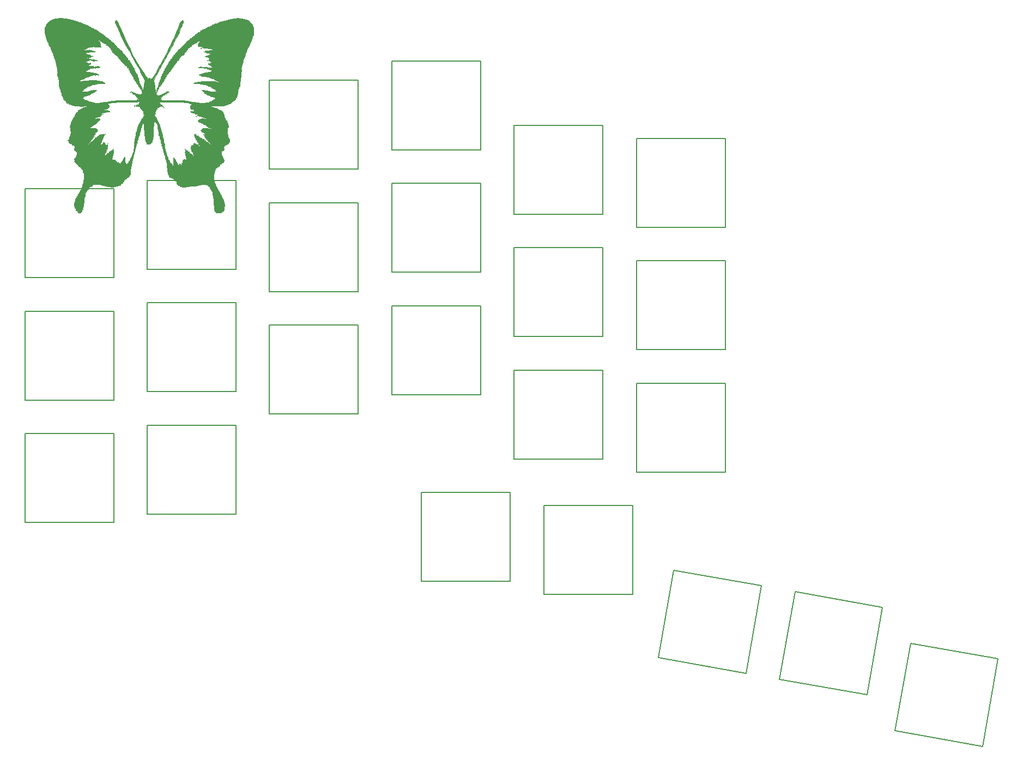
<source format=gbr>
%TF.GenerationSoftware,KiCad,Pcbnew,5.1.9*%
%TF.CreationDate,2021-05-05T06:58:16-05:00*%
%TF.ProjectId,monarch,6d6f6e61-7263-4682-9e6b-696361645f70,rev?*%
%TF.SameCoordinates,Original*%
%TF.FileFunction,Other,ECO2*%
%FSLAX46Y46*%
G04 Gerber Fmt 4.6, Leading zero omitted, Abs format (unit mm)*
G04 Created by KiCad (PCBNEW 5.1.9) date 2021-05-05 06:58:16*
%MOMM*%
%LPD*%
G01*
G04 APERTURE LIST*
%ADD10C,0.010000*%
%ADD11C,0.150000*%
G04 APERTURE END LIST*
D10*
%TO.C,G\u002A\u002A\u002A*%
G36*
X50641439Y-9946562D02*
G01*
X50773260Y-9966986D01*
X50807823Y-9993842D01*
X50841378Y-10022459D01*
X50966127Y-10028857D01*
X51030795Y-10024423D01*
X51183841Y-10021352D01*
X51253342Y-10044222D01*
X51251970Y-10057913D01*
X51276970Y-10089996D01*
X51382390Y-10084129D01*
X51491711Y-10077955D01*
X51515080Y-10106673D01*
X51539033Y-10154076D01*
X51669563Y-10177568D01*
X51789941Y-10178172D01*
X51837276Y-10214159D01*
X51827149Y-10242460D01*
X51832792Y-10282329D01*
X51894631Y-10267768D01*
X51968641Y-10258042D01*
X51964800Y-10288727D01*
X51977742Y-10345395D01*
X52081735Y-10364618D01*
X52139874Y-10359019D01*
X52174169Y-10393067D01*
X52172655Y-10399125D01*
X52204321Y-10470869D01*
X52298739Y-10584469D01*
X52419020Y-10703033D01*
X52528275Y-10789672D01*
X52584374Y-10810844D01*
X52620461Y-10836996D01*
X52619110Y-10843625D01*
X52630477Y-10930036D01*
X52675231Y-11072920D01*
X52735032Y-11224562D01*
X52791540Y-11337248D01*
X52820475Y-11367500D01*
X52831898Y-11426137D01*
X52832836Y-11583515D01*
X52823575Y-11811833D01*
X52814430Y-11954875D01*
X52799559Y-12218343D01*
X52794768Y-12434180D01*
X52800406Y-12570849D01*
X52807273Y-12599686D01*
X52798172Y-12624601D01*
X52758808Y-12605631D01*
X52700922Y-12594810D01*
X52707641Y-12677070D01*
X52693095Y-12818774D01*
X52648718Y-12885072D01*
X52586441Y-13012204D01*
X52588902Y-13089659D01*
X52590870Y-13170815D01*
X52562578Y-13173590D01*
X52512641Y-13195610D01*
X52488372Y-13326582D01*
X52487827Y-13446441D01*
X52451840Y-13493776D01*
X52423539Y-13483649D01*
X52384554Y-13489941D01*
X52402315Y-13561772D01*
X52420483Y-13637744D01*
X52401465Y-13634632D01*
X52351039Y-13649439D01*
X52291625Y-13744001D01*
X52241530Y-13874040D01*
X52219060Y-13995277D01*
X52229368Y-14050871D01*
X52230807Y-14086556D01*
X52186520Y-14065644D01*
X52129902Y-14051380D01*
X52144231Y-14122631D01*
X52154764Y-14197036D01*
X52112481Y-14186131D01*
X52065820Y-14183982D01*
X52080731Y-14249631D01*
X52091264Y-14324036D01*
X52048981Y-14313131D01*
X52003262Y-14310765D01*
X52021315Y-14387272D01*
X52039483Y-14463244D01*
X52020465Y-14460132D01*
X51970039Y-14474939D01*
X51910625Y-14569501D01*
X51860530Y-14699540D01*
X51838060Y-14820777D01*
X51848368Y-14876371D01*
X51849216Y-14912724D01*
X51816311Y-14897813D01*
X51753326Y-14908842D01*
X51725912Y-15041560D01*
X51725827Y-15160941D01*
X51700743Y-15215793D01*
X51682252Y-15210951D01*
X51636636Y-15242405D01*
X51585738Y-15353847D01*
X51543282Y-15499692D01*
X51522988Y-15634359D01*
X51533289Y-15705788D01*
X51530578Y-15737064D01*
X51488808Y-15717131D01*
X51432372Y-15706239D01*
X51439360Y-15795009D01*
X51441325Y-15802658D01*
X51448237Y-15898031D01*
X51409575Y-15897908D01*
X51367380Y-15908383D01*
X51377825Y-15993158D01*
X51384737Y-16088531D01*
X51346075Y-16088408D01*
X51303880Y-16098883D01*
X51314325Y-16183658D01*
X51321237Y-16279031D01*
X51282575Y-16278908D01*
X51240373Y-16289376D01*
X51250802Y-16374070D01*
X51254477Y-16480349D01*
X51221649Y-16511000D01*
X51183117Y-16561381D01*
X51189921Y-16638087D01*
X51193585Y-16725844D01*
X51156371Y-16723899D01*
X51114390Y-16739459D01*
X51121370Y-16848890D01*
X51126634Y-16962247D01*
X51089620Y-16975890D01*
X51051217Y-16995089D01*
X51057870Y-17102890D01*
X51063109Y-17215390D01*
X51027367Y-17230661D01*
X50990770Y-17256740D01*
X50988265Y-17387175D01*
X50991520Y-17418629D01*
X50995167Y-17561873D01*
X50966721Y-17611363D01*
X50957706Y-17607853D01*
X50928238Y-17641016D01*
X50925606Y-17782132D01*
X50937606Y-17913933D01*
X50954175Y-18107257D01*
X50943924Y-18183856D01*
X50912983Y-18162000D01*
X50882500Y-18157913D01*
X50865900Y-18261174D01*
X50862540Y-18479020D01*
X50866979Y-18679888D01*
X50869750Y-18936617D01*
X50862066Y-19133248D01*
X50845498Y-19244448D01*
X50831086Y-19259166D01*
X50803401Y-19294413D01*
X50794883Y-19422230D01*
X50799336Y-19513091D01*
X50802138Y-19675340D01*
X50783351Y-19762169D01*
X50766665Y-19766522D01*
X50737397Y-19798270D01*
X50733936Y-19919905D01*
X50738040Y-19963083D01*
X50741569Y-20112612D01*
X50716226Y-20190722D01*
X50706846Y-20194000D01*
X50673528Y-20246708D01*
X50678674Y-20350828D01*
X50683133Y-20455185D01*
X50654326Y-20474080D01*
X50606923Y-20498033D01*
X50583431Y-20628563D01*
X50582827Y-20748941D01*
X50547190Y-20796550D01*
X50519327Y-20786636D01*
X50478477Y-20798591D01*
X50488825Y-20882658D01*
X50495667Y-20977671D01*
X50458546Y-20978817D01*
X50417480Y-20998664D01*
X50420695Y-21130334D01*
X50421721Y-21137479D01*
X50425489Y-21274024D01*
X50395110Y-21336580D01*
X50391295Y-21336999D01*
X50357350Y-21391075D01*
X50358658Y-21521413D01*
X50359052Y-21524146D01*
X50361968Y-21647678D01*
X50326454Y-21674146D01*
X50325303Y-21673458D01*
X50289644Y-21695284D01*
X50296237Y-21803812D01*
X50300232Y-21926101D01*
X50266900Y-21972000D01*
X50232592Y-22018792D01*
X50243228Y-22070548D01*
X50248258Y-22136178D01*
X50207481Y-22123631D01*
X50160820Y-22121482D01*
X50175731Y-22187131D01*
X50185457Y-22261141D01*
X50154772Y-22257300D01*
X50091577Y-22263485D01*
X50084062Y-22285752D01*
X50068121Y-22411432D01*
X50065301Y-22432375D01*
X50013115Y-22497656D01*
X49986417Y-22498684D01*
X49903059Y-22533343D01*
X49786685Y-22635466D01*
X49767054Y-22656980D01*
X49615750Y-22828341D01*
X49774500Y-22701795D01*
X49933250Y-22575250D01*
X49814564Y-22715604D01*
X49716931Y-22814207D01*
X49655814Y-22848398D01*
X49555067Y-22864884D01*
X49460793Y-22923246D01*
X49426897Y-22988142D01*
X49430334Y-22996227D01*
X49429831Y-23045116D01*
X49414094Y-23045553D01*
X49279708Y-23044921D01*
X49229926Y-23093004D01*
X49240813Y-23124811D01*
X49248395Y-23168970D01*
X49221198Y-23157997D01*
X49137213Y-23157074D01*
X49004374Y-23198021D01*
X48864244Y-23261669D01*
X48758386Y-23328854D01*
X48728363Y-23380408D01*
X48731149Y-23383982D01*
X48712044Y-23401164D01*
X48627851Y-23386444D01*
X48528919Y-23377806D01*
X48524398Y-23413324D01*
X48506076Y-23452612D01*
X48397890Y-23445870D01*
X48286192Y-23440648D01*
X48269458Y-23475303D01*
X48245370Y-23511586D01*
X48123672Y-23509562D01*
X48120146Y-23509052D01*
X47988853Y-23505638D01*
X47933114Y-23535667D01*
X47933098Y-23536417D01*
X47873349Y-23554630D01*
X47708774Y-23568118D01*
X47461490Y-23575962D01*
X47153612Y-23577242D01*
X46996473Y-23575353D01*
X46614654Y-23571061D01*
X46354867Y-23575462D01*
X46212258Y-23591835D01*
X46181974Y-23623465D01*
X46259161Y-23673632D01*
X46438966Y-23745621D01*
X46639928Y-23816485D01*
X46841307Y-23875779D01*
X46997232Y-23903553D01*
X47061261Y-23898081D01*
X47095990Y-23897595D01*
X47075631Y-23940691D01*
X47064700Y-23996516D01*
X47152316Y-23990362D01*
X47167351Y-23986555D01*
X47262257Y-23971334D01*
X47272812Y-23986854D01*
X47302912Y-24029568D01*
X47414360Y-24099397D01*
X47570024Y-24177719D01*
X47732772Y-24245916D01*
X47865473Y-24285367D01*
X47869500Y-24286063D01*
X47954241Y-24348706D01*
X47964750Y-24391053D01*
X48015842Y-24470784D01*
X48060000Y-24481675D01*
X48131844Y-24532281D01*
X48135128Y-24599172D01*
X48142308Y-24678883D01*
X48171263Y-24680475D01*
X48202588Y-24710043D01*
X48204987Y-24828265D01*
X48202760Y-24848728D01*
X48194215Y-24975342D01*
X48217879Y-24991446D01*
X48247929Y-24956500D01*
X48292054Y-24912196D01*
X48291008Y-24972807D01*
X48278445Y-25031292D01*
X48263437Y-25193219D01*
X48284647Y-25337988D01*
X48331958Y-25426361D01*
X48381344Y-25430374D01*
X48411161Y-25446382D01*
X48397731Y-25503368D01*
X48385370Y-25577271D01*
X48440020Y-25560355D01*
X48494224Y-25542886D01*
X48478882Y-25581577D01*
X48474680Y-25670785D01*
X48522246Y-25778502D01*
X48592288Y-25858310D01*
X48655512Y-25863794D01*
X48656426Y-25862906D01*
X48674428Y-25873087D01*
X48655815Y-25937227D01*
X48640039Y-26019835D01*
X48683481Y-26011368D01*
X48730142Y-26009220D01*
X48715231Y-26074868D01*
X48704698Y-26149273D01*
X48746981Y-26138368D01*
X48793642Y-26136220D01*
X48778731Y-26201868D01*
X48768785Y-26276267D01*
X48805286Y-26268579D01*
X48848323Y-26278114D01*
X48837825Y-26363341D01*
X48830973Y-26455247D01*
X48859622Y-26464743D01*
X48895915Y-26496832D01*
X48915901Y-26620463D01*
X48917250Y-26671772D01*
X48911019Y-26818870D01*
X48895494Y-26887275D01*
X48889734Y-26886900D01*
X48846334Y-26906534D01*
X48797137Y-27009865D01*
X48755084Y-27154980D01*
X48733119Y-27299967D01*
X48737099Y-27381152D01*
X48751342Y-27477209D01*
X48719464Y-27463209D01*
X48694518Y-27433000D01*
X48641696Y-27375687D01*
X48649223Y-27428707D01*
X48657259Y-27454068D01*
X48690126Y-27603205D01*
X48695000Y-27664191D01*
X48723816Y-27728155D01*
X48751330Y-27723180D01*
X48799035Y-27737411D01*
X48801734Y-27767058D01*
X48809940Y-27917646D01*
X48845567Y-28113626D01*
X48898770Y-28321303D01*
X48959701Y-28506986D01*
X49018516Y-28636980D01*
X49065368Y-28677592D01*
X49067494Y-28676506D01*
X49091717Y-28717140D01*
X49106064Y-28848643D01*
X49107750Y-28926022D01*
X49095618Y-29089711D01*
X49065028Y-29181844D01*
X49048488Y-29189833D01*
X48981814Y-29232807D01*
X48903524Y-29351132D01*
X48902148Y-29353875D01*
X48791583Y-29491191D01*
X48640171Y-29528500D01*
X48448950Y-29562233D01*
X48312864Y-29648100D01*
X48262234Y-29763103D01*
X48271205Y-29808365D01*
X48280338Y-29881392D01*
X48249772Y-29877300D01*
X48216167Y-29912248D01*
X48188710Y-30032608D01*
X48172498Y-30196796D01*
X48172625Y-30363228D01*
X48181053Y-30438094D01*
X48150285Y-30462163D01*
X48126385Y-30451033D01*
X48005430Y-30437800D01*
X47891921Y-30518252D01*
X47818440Y-30661586D01*
X47806867Y-30753109D01*
X47821790Y-30971154D01*
X47859079Y-31132678D01*
X47910528Y-31209589D01*
X47939491Y-31207237D01*
X47967121Y-31224780D01*
X47953231Y-31281868D01*
X47942698Y-31356273D01*
X47984981Y-31345368D01*
X48033059Y-31342754D01*
X48022632Y-31393490D01*
X48023357Y-31516830D01*
X48066228Y-31634913D01*
X48152332Y-31847150D01*
X48195547Y-32062432D01*
X48191122Y-32239716D01*
X48146612Y-32329668D01*
X48074508Y-32370815D01*
X48060000Y-32359791D01*
X48013586Y-32352592D01*
X47931221Y-32386951D01*
X47845601Y-32469624D01*
X47846152Y-32532061D01*
X47858528Y-32575258D01*
X47839581Y-32562859D01*
X47742334Y-32543401D01*
X47639091Y-32604082D01*
X47574591Y-32708613D01*
X47573463Y-32778717D01*
X47585981Y-32865209D01*
X47570944Y-32870610D01*
X47502324Y-32880375D01*
X47384714Y-32952960D01*
X47376183Y-32959579D01*
X47241714Y-33047664D01*
X47140790Y-33084499D01*
X47140528Y-33084500D01*
X47037326Y-33128518D01*
X46937250Y-33229365D01*
X46878788Y-33340228D01*
X46882777Y-33397998D01*
X46877431Y-33459152D01*
X46849841Y-33465500D01*
X46802204Y-33515575D01*
X46808399Y-33592500D01*
X46809073Y-33693609D01*
X46776652Y-33719500D01*
X46738501Y-33772153D01*
X46742041Y-33878250D01*
X46746395Y-33996245D01*
X46717694Y-34037000D01*
X46693608Y-34095764D01*
X46674934Y-34253171D01*
X46664383Y-34480892D01*
X46663000Y-34608500D01*
X46668623Y-34860167D01*
X46683688Y-35055291D01*
X46705481Y-35165542D01*
X46717694Y-35180000D01*
X46747340Y-35233126D01*
X46740237Y-35348187D01*
X46734469Y-35464724D01*
X46774871Y-35475100D01*
X46816210Y-35486520D01*
X46805825Y-35570841D01*
X46795733Y-35665208D01*
X46848659Y-35659183D01*
X46853308Y-35656368D01*
X46906722Y-35639535D01*
X46890962Y-35678756D01*
X46869940Y-35780474D01*
X46892557Y-35894715D01*
X46942312Y-35969772D01*
X46984344Y-35971374D01*
X47014161Y-35987382D01*
X47000731Y-36044368D01*
X46990198Y-36118773D01*
X47032481Y-36107868D01*
X47079142Y-36105720D01*
X47064231Y-36171368D01*
X47053216Y-36245592D01*
X47098282Y-36233446D01*
X47157686Y-36219841D01*
X47159992Y-36238905D01*
X47164962Y-36345976D01*
X47209652Y-36462789D01*
X47269673Y-36538153D01*
X47304145Y-36541452D01*
X47351448Y-36539840D01*
X47350492Y-36556405D01*
X47355462Y-36663476D01*
X47400152Y-36780289D01*
X47460173Y-36855653D01*
X47494645Y-36858952D01*
X47541948Y-36857340D01*
X47540992Y-36873905D01*
X47545986Y-36979830D01*
X47589916Y-37096912D01*
X47648732Y-37173619D01*
X47682844Y-37177874D01*
X47712661Y-37193882D01*
X47699231Y-37250868D01*
X47689488Y-37324969D01*
X47721125Y-37320460D01*
X47781034Y-37330121D01*
X47787610Y-37357668D01*
X47813159Y-37452164D01*
X47874423Y-37604396D01*
X47954160Y-37778332D01*
X48035129Y-37937940D01*
X48100086Y-38047185D01*
X48130059Y-38073323D01*
X48151610Y-38108112D01*
X48165274Y-38215515D01*
X48192918Y-38347015D01*
X48235420Y-38402890D01*
X48269408Y-38471892D01*
X48263814Y-38588902D01*
X48258686Y-38698403D01*
X48290934Y-38718505D01*
X48316659Y-38756361D01*
X48322321Y-38902065D01*
X48307257Y-39137692D01*
X48290813Y-39369502D01*
X48287460Y-39551887D01*
X48297781Y-39647904D01*
X48299177Y-39650686D01*
X48291039Y-39677414D01*
X48260311Y-39662813D01*
X48195299Y-39669043D01*
X48173685Y-39772194D01*
X48179480Y-39831374D01*
X48138637Y-39865482D01*
X48107624Y-39863124D01*
X48044915Y-39894519D01*
X48044124Y-39926624D01*
X48030035Y-39994860D01*
X48012374Y-39998480D01*
X47879270Y-40000283D01*
X47833090Y-40050279D01*
X47843813Y-40079311D01*
X47853511Y-40126120D01*
X47831686Y-40119017D01*
X47740325Y-40107716D01*
X47569170Y-40115462D01*
X47444446Y-40129113D01*
X47244597Y-40146082D01*
X47154181Y-40130704D01*
X47153238Y-40110366D01*
X47142103Y-40075686D01*
X47082868Y-40089731D01*
X47008823Y-40100488D01*
X47008252Y-40075967D01*
X46999039Y-39998524D01*
X46926013Y-39929485D01*
X46844049Y-39914845D01*
X46828426Y-39925240D01*
X46810540Y-39914935D01*
X46829184Y-39850772D01*
X46843727Y-39768457D01*
X46812281Y-39769979D01*
X46774731Y-39746900D01*
X46777123Y-39620679D01*
X46778271Y-39612626D01*
X46782795Y-39488690D01*
X46755307Y-39449018D01*
X46750906Y-39451168D01*
X46722352Y-39416452D01*
X46713287Y-39289031D01*
X46717663Y-39198091D01*
X46720638Y-39035719D01*
X46702289Y-38948662D01*
X46685913Y-38944166D01*
X46664741Y-38900481D01*
X46652138Y-38755459D01*
X46649548Y-38534565D01*
X46653516Y-38373065D01*
X46658751Y-38065874D01*
X46647857Y-37875316D01*
X46621141Y-37805575D01*
X46611932Y-37807566D01*
X46576019Y-37781277D01*
X46576554Y-37641878D01*
X46583455Y-37583293D01*
X46597887Y-37419718D01*
X46578562Y-37359126D01*
X46535853Y-37370840D01*
X46483023Y-37387652D01*
X46501286Y-37343794D01*
X46515156Y-37247744D01*
X46496058Y-37097622D01*
X46455212Y-36934978D01*
X46403838Y-36801359D01*
X46353155Y-36738316D01*
X46338297Y-36740201D01*
X46311244Y-36722264D01*
X46325268Y-36665131D01*
X46335801Y-36590726D01*
X46293518Y-36601631D01*
X46246857Y-36603779D01*
X46261768Y-36538131D01*
X46271641Y-36463791D01*
X46236460Y-36470649D01*
X46184472Y-36457752D01*
X46178044Y-36401691D01*
X46147393Y-36317184D01*
X46102655Y-36308698D01*
X46047461Y-36292969D01*
X46054463Y-36268053D01*
X46037543Y-36189573D01*
X45948812Y-36075207D01*
X45823399Y-35957577D01*
X45696432Y-35869302D01*
X45603041Y-35843005D01*
X45598304Y-35844465D01*
X45545015Y-35841002D01*
X45558381Y-35804269D01*
X45555122Y-35756877D01*
X45466429Y-35767302D01*
X45360005Y-35773689D01*
X45329500Y-35745555D01*
X45273659Y-35707507D01*
X45136358Y-35688495D01*
X45107250Y-35688000D01*
X44960318Y-35701743D01*
X44886908Y-35735537D01*
X44885000Y-35742694D01*
X44831873Y-35772340D01*
X44716812Y-35765237D01*
X44602204Y-35759569D01*
X44587890Y-35796620D01*
X44568692Y-35835023D01*
X44460890Y-35828370D01*
X44352139Y-35822945D01*
X44329751Y-35853418D01*
X44294824Y-35883535D01*
X44166615Y-35896680D01*
X44069313Y-35894814D01*
X43902796Y-35891006D01*
X43851142Y-35905357D01*
X43900750Y-35939739D01*
X43925382Y-35968924D01*
X43829601Y-35976682D01*
X43611085Y-35963174D01*
X43589338Y-35961277D01*
X43355266Y-35947913D01*
X43217180Y-35956329D01*
X43188008Y-35982457D01*
X43159796Y-36016409D01*
X43033511Y-36019524D01*
X42998629Y-36016020D01*
X42861073Y-36012416D01*
X42804612Y-36036692D01*
X42807242Y-36046334D01*
X42774360Y-36075960D01*
X42650093Y-36082960D01*
X42585295Y-36078576D01*
X42434777Y-36075205D01*
X42362198Y-36095871D01*
X42362323Y-36109157D01*
X42324953Y-36139502D01*
X42192715Y-36159511D01*
X42059250Y-36164250D01*
X41879356Y-36154665D01*
X41772263Y-36129949D01*
X41757743Y-36106622D01*
X41736196Y-36075383D01*
X41656341Y-36084825D01*
X41560796Y-36091781D01*
X41561579Y-36052286D01*
X41557407Y-36011064D01*
X41494868Y-36025731D01*
X41421514Y-36035487D01*
X41421874Y-36009344D01*
X41397554Y-35953557D01*
X41300137Y-35897388D01*
X41181156Y-35864883D01*
X41117905Y-35867492D01*
X41095091Y-35840772D01*
X41108402Y-35812326D01*
X41099340Y-35763068D01*
X41033747Y-35763128D01*
X40943907Y-35746746D01*
X40941396Y-35719750D01*
X40948000Y-35719750D01*
X40979750Y-35751500D01*
X41011500Y-35719750D01*
X40979750Y-35688000D01*
X40948000Y-35719750D01*
X40941396Y-35719750D01*
X40936371Y-35665752D01*
X40930058Y-35584581D01*
X40902017Y-35581923D01*
X40872081Y-35551041D01*
X40869434Y-35431397D01*
X40872053Y-35405628D01*
X40871117Y-35254060D01*
X40806547Y-35140592D01*
X40684157Y-35036742D01*
X40524929Y-34932427D01*
X40322207Y-34819098D01*
X40111439Y-34714106D01*
X39928070Y-34634802D01*
X39807546Y-34598539D01*
X39789124Y-34598608D01*
X39750630Y-34565909D01*
X39751418Y-34560875D01*
X39736497Y-34474894D01*
X39685697Y-34345783D01*
X39620868Y-34218409D01*
X39563856Y-34137641D01*
X39541959Y-34130706D01*
X39527836Y-34099660D01*
X39536480Y-33980818D01*
X39538850Y-33963994D01*
X39543745Y-33838783D01*
X39516881Y-33797500D01*
X39511906Y-33799847D01*
X39485541Y-33761339D01*
X39472314Y-33626161D01*
X39474383Y-33443742D01*
X39477090Y-33237939D01*
X39462235Y-33133812D01*
X39437180Y-33134884D01*
X39410013Y-33128401D01*
X39402674Y-33011084D01*
X39411287Y-32855937D01*
X39419395Y-32650695D01*
X39403662Y-32542308D01*
X39380605Y-32532324D01*
X39345546Y-32507066D01*
X39347247Y-32384474D01*
X39348771Y-32373626D01*
X39353115Y-32243011D01*
X39317253Y-32214837D01*
X39314704Y-32216308D01*
X39277057Y-32196373D01*
X39283629Y-32088890D01*
X39288893Y-31975533D01*
X39251879Y-31961890D01*
X39213476Y-31942692D01*
X39220129Y-31834890D01*
X39228972Y-31721589D01*
X39185673Y-31710565D01*
X39169395Y-31719623D01*
X39116320Y-31735666D01*
X39128155Y-31703833D01*
X39146550Y-31608422D01*
X39134941Y-31473087D01*
X39103151Y-31346165D01*
X39061003Y-31275996D01*
X39041190Y-31275868D01*
X39014763Y-31251421D01*
X39024578Y-31179587D01*
X39025278Y-31078431D01*
X38992850Y-31052500D01*
X38955724Y-31001663D01*
X38963697Y-30915570D01*
X38970451Y-30821132D01*
X38935175Y-30818398D01*
X38895887Y-30800076D01*
X38902629Y-30691890D01*
X38911472Y-30578589D01*
X38868173Y-30567565D01*
X38851895Y-30576623D01*
X38798820Y-30592666D01*
X38810655Y-30560833D01*
X38831691Y-30459233D01*
X38817394Y-30323673D01*
X38779358Y-30201380D01*
X38729182Y-30139580D01*
X38707957Y-30142591D01*
X38672147Y-30141985D01*
X38683655Y-30116333D01*
X38704691Y-30014733D01*
X38690394Y-29879173D01*
X38652358Y-29756880D01*
X38602182Y-29695080D01*
X38580957Y-29698091D01*
X38545147Y-29697485D01*
X38556655Y-29671833D01*
X38577691Y-29570233D01*
X38563394Y-29434673D01*
X38525358Y-29312380D01*
X38475182Y-29250580D01*
X38453957Y-29253591D01*
X38418147Y-29252985D01*
X38429655Y-29227333D01*
X38448050Y-29131922D01*
X38436441Y-28996587D01*
X38404651Y-28869665D01*
X38362503Y-28799496D01*
X38342690Y-28799368D01*
X38316263Y-28774921D01*
X38326078Y-28703087D01*
X38323695Y-28599704D01*
X38284658Y-28576000D01*
X38237440Y-28541080D01*
X38245219Y-28519021D01*
X38260079Y-28428109D01*
X38245850Y-28294886D01*
X38213098Y-28168795D01*
X38172386Y-28099281D01*
X38155441Y-28098859D01*
X38131650Y-28068164D01*
X38140629Y-27961390D01*
X38145825Y-27851178D01*
X38112977Y-27831858D01*
X38079684Y-27803131D01*
X38076416Y-27677898D01*
X38079979Y-27642129D01*
X38083560Y-27502477D01*
X38057703Y-27448588D01*
X38048229Y-27451629D01*
X38015947Y-27422248D01*
X38012376Y-27300848D01*
X38015468Y-27269795D01*
X38016169Y-27123636D01*
X37983653Y-27053373D01*
X37976392Y-27052000D01*
X37937423Y-27001878D01*
X37943727Y-26930252D01*
X37944560Y-26778519D01*
X37901911Y-26565049D01*
X37830519Y-26337105D01*
X37745122Y-26141952D01*
X37662516Y-26028432D01*
X37587853Y-25973749D01*
X37598201Y-26002622D01*
X37646000Y-26067750D01*
X37707295Y-26154064D01*
X37686581Y-26150701D01*
X37630824Y-26108180D01*
X37554978Y-26021767D01*
X37549415Y-25974659D01*
X37536997Y-25895136D01*
X37482309Y-25807229D01*
X37423111Y-25742671D01*
X37399298Y-25761887D01*
X37401261Y-25883050D01*
X37406136Y-25951283D01*
X37406459Y-26107901D01*
X37382379Y-26180539D01*
X37367628Y-26179687D01*
X37337971Y-26210814D01*
X37337118Y-26340288D01*
X37344544Y-26407293D01*
X37355556Y-26576782D01*
X37329969Y-26636151D01*
X37316197Y-26631646D01*
X37289366Y-26674495D01*
X37273641Y-26841324D01*
X37269147Y-27129590D01*
X37274613Y-27482980D01*
X37279110Y-27795183D01*
X37276454Y-28049164D01*
X37267371Y-28224677D01*
X37252583Y-28301477D01*
X37245372Y-28300223D01*
X37218558Y-28308861D01*
X37210918Y-28417488D01*
X37214791Y-28491283D01*
X37217311Y-28645889D01*
X37199193Y-28723944D01*
X37186793Y-28725660D01*
X37147849Y-28756490D01*
X37124166Y-28884777D01*
X37120827Y-29067441D01*
X37084840Y-29114776D01*
X37056539Y-29104649D01*
X37016670Y-29110292D01*
X37031231Y-29172131D01*
X37042506Y-29246546D01*
X37018759Y-29247545D01*
X36947668Y-29262239D01*
X36856403Y-29334378D01*
X36789687Y-29420578D01*
X36786245Y-29473078D01*
X36748893Y-29489787D01*
X36620151Y-29497220D01*
X36548259Y-29496747D01*
X36382822Y-29480289D01*
X36285720Y-29445927D01*
X36277477Y-29433250D01*
X36312500Y-29433250D01*
X36344250Y-29465000D01*
X36376000Y-29433250D01*
X36344250Y-29401500D01*
X36312500Y-29433250D01*
X36277477Y-29433250D01*
X36275572Y-29430322D01*
X36246784Y-29277144D01*
X36197198Y-29138309D01*
X36144577Y-29057242D01*
X36121148Y-29052776D01*
X36095096Y-29027686D01*
X36106174Y-28947158D01*
X36116266Y-28852791D01*
X36063340Y-28858816D01*
X36058691Y-28861631D01*
X36004859Y-28878343D01*
X36016624Y-28846383D01*
X36033780Y-28754601D01*
X36029423Y-28604170D01*
X36009318Y-28437646D01*
X35979228Y-28297581D01*
X35944918Y-28226531D01*
X35932596Y-28226072D01*
X35912507Y-28186001D01*
X35909749Y-28052893D01*
X35918248Y-27929567D01*
X35926267Y-27751430D01*
X35912301Y-27650416D01*
X35892846Y-27640004D01*
X35874525Y-27591741D01*
X35860268Y-27432914D01*
X35850735Y-27179913D01*
X35846588Y-26849131D01*
X35847759Y-26522172D01*
X35849455Y-26108070D01*
X35845284Y-25806829D01*
X35835419Y-25622203D01*
X35820031Y-25557944D01*
X35805229Y-25589931D01*
X35778512Y-25752605D01*
X35783942Y-25861712D01*
X35787655Y-25869617D01*
X35782526Y-25898938D01*
X35755383Y-25886139D01*
X35690039Y-25899205D01*
X35642246Y-25988908D01*
X35630297Y-26104890D01*
X35651462Y-26172243D01*
X35660081Y-26215709D01*
X35613808Y-26194631D01*
X35557363Y-26183739D01*
X35564363Y-26272525D01*
X35566302Y-26280070D01*
X35569977Y-26386349D01*
X35537149Y-26417000D01*
X35498617Y-26467381D01*
X35505421Y-26544087D01*
X35509085Y-26631844D01*
X35471871Y-26629899D01*
X35429890Y-26645459D01*
X35436870Y-26754890D01*
X35445383Y-26865981D01*
X35422058Y-26892359D01*
X35381155Y-26923330D01*
X35343769Y-27031662D01*
X35320467Y-27167910D01*
X35321812Y-27282632D01*
X35332280Y-27312521D01*
X35326871Y-27366434D01*
X35310298Y-27369500D01*
X35255575Y-27424633D01*
X35198742Y-27558481D01*
X35153258Y-27723715D01*
X35132582Y-27873010D01*
X35144620Y-27952117D01*
X35151392Y-27993598D01*
X35105808Y-27972631D01*
X35049372Y-27961739D01*
X35056360Y-28050509D01*
X35058325Y-28058158D01*
X35065237Y-28153531D01*
X35026575Y-28153408D01*
X34984380Y-28163883D01*
X34994825Y-28248658D01*
X35004378Y-28342557D01*
X34980809Y-28354868D01*
X34937203Y-28383526D01*
X34899515Y-28490785D01*
X34877569Y-28628304D01*
X34881187Y-28747746D01*
X34893844Y-28782833D01*
X34894571Y-28820134D01*
X34869542Y-28809091D01*
X34817744Y-28832768D01*
X34773371Y-28936150D01*
X34748017Y-29072011D01*
X34753280Y-29193124D01*
X34766844Y-29227333D01*
X34768850Y-29265492D01*
X34745112Y-29255180D01*
X34699198Y-29286902D01*
X34647944Y-29404721D01*
X34601449Y-29568674D01*
X34569809Y-29738800D01*
X34563121Y-29875137D01*
X34575856Y-29925043D01*
X34578105Y-29961741D01*
X34535104Y-29941623D01*
X34480012Y-29933398D01*
X34478580Y-30024002D01*
X34484370Y-30056890D01*
X34489634Y-30170247D01*
X34452620Y-30183890D01*
X34414217Y-30203089D01*
X34420870Y-30310890D01*
X34426134Y-30424247D01*
X34389120Y-30437890D01*
X34350717Y-30457089D01*
X34357370Y-30564890D01*
X34362634Y-30678247D01*
X34325620Y-30691890D01*
X34287217Y-30711089D01*
X34293870Y-30818890D01*
X34299134Y-30932247D01*
X34262120Y-30945890D01*
X34223717Y-30965089D01*
X34230370Y-31072890D01*
X34235634Y-31186247D01*
X34198620Y-31199890D01*
X34160217Y-31219089D01*
X34166870Y-31326890D01*
X34172134Y-31440247D01*
X34135120Y-31453890D01*
X34096717Y-31473089D01*
X34103370Y-31580890D01*
X34108634Y-31694247D01*
X34071620Y-31707890D01*
X34033217Y-31727089D01*
X34039870Y-31834890D01*
X34045134Y-31948247D01*
X34008120Y-31961890D01*
X33969717Y-31981089D01*
X33976370Y-32088890D01*
X33981634Y-32202247D01*
X33944620Y-32215890D01*
X33906346Y-32235229D01*
X33913237Y-32344812D01*
X33917103Y-32467094D01*
X33883487Y-32513000D01*
X33848010Y-32567048D01*
X33848646Y-32697330D01*
X33849052Y-32700146D01*
X33851962Y-32822293D01*
X33818220Y-32851204D01*
X33816550Y-32850229D01*
X33782635Y-32878470D01*
X33779511Y-33004697D01*
X33783020Y-33039629D01*
X33786670Y-33183027D01*
X33758105Y-33232321D01*
X33749112Y-33228796D01*
X33720881Y-33265333D01*
X33713529Y-33412617D01*
X33725672Y-33630125D01*
X33739529Y-33858224D01*
X33732394Y-33962666D01*
X33704325Y-33942648D01*
X33703908Y-33941750D01*
X33667976Y-33883407D01*
X33657338Y-33931708D01*
X33663848Y-34048420D01*
X33664079Y-34190463D01*
X33641503Y-34252664D01*
X33632229Y-34251048D01*
X33585525Y-34272103D01*
X33568441Y-34377915D01*
X33571959Y-34426314D01*
X33533925Y-34493984D01*
X33452479Y-34579030D01*
X33361997Y-34647353D01*
X33328000Y-34648627D01*
X33282945Y-34648131D01*
X33174111Y-34706419D01*
X33169795Y-34709232D01*
X33070335Y-34801611D01*
X33052371Y-34878871D01*
X33052606Y-34879257D01*
X33053029Y-34915199D01*
X33020591Y-34900487D01*
X32935448Y-34912200D01*
X32823298Y-34994714D01*
X32721493Y-35109340D01*
X32667382Y-35217392D01*
X32672251Y-35261300D01*
X32671523Y-35296916D01*
X32645965Y-35285426D01*
X32576704Y-35301014D01*
X32514027Y-35389620D01*
X32491324Y-35500124D01*
X32493992Y-35518094D01*
X32467207Y-35544254D01*
X32449803Y-35535927D01*
X32374462Y-35550665D01*
X32275261Y-35630227D01*
X32190442Y-35733695D01*
X32158246Y-35820151D01*
X32166608Y-35838942D01*
X32157260Y-35857723D01*
X32093272Y-35839315D01*
X32010610Y-35824672D01*
X32013911Y-35858535D01*
X31996467Y-35898695D01*
X31887890Y-35891870D01*
X31772166Y-35885686D01*
X31765968Y-35931837D01*
X31758586Y-35975350D01*
X31645045Y-35970024D01*
X31606782Y-35962881D01*
X31477189Y-35949793D01*
X31436114Y-35974064D01*
X31438782Y-35979712D01*
X31412686Y-36025188D01*
X31313361Y-36046923D01*
X31176293Y-36073535D01*
X31113080Y-36110423D01*
X31040994Y-36141628D01*
X30910444Y-36159736D01*
X30768228Y-36163387D01*
X30661146Y-36151219D01*
X30634206Y-36124356D01*
X30602634Y-36085727D01*
X30493071Y-36052227D01*
X30354476Y-36032543D01*
X30235809Y-36035362D01*
X30200166Y-36047344D01*
X30164217Y-36048683D01*
X30182974Y-36008372D01*
X30186845Y-35961976D01*
X30103709Y-35952600D01*
X29954661Y-35970560D01*
X29791899Y-35989825D01*
X29739294Y-35978296D01*
X29772000Y-35941996D01*
X29806537Y-35899285D01*
X29743425Y-35884994D01*
X29602716Y-35891791D01*
X29446522Y-35896293D01*
X29365538Y-35883091D01*
X29362397Y-35873407D01*
X29325303Y-35836555D01*
X29193551Y-35797249D01*
X28999249Y-35760733D01*
X28774506Y-35732248D01*
X28551430Y-35717036D01*
X28406750Y-35717387D01*
X28142239Y-35730922D01*
X27982273Y-35744287D01*
X27904474Y-35761744D01*
X27886465Y-35787559D01*
X27898300Y-35814272D01*
X27888223Y-35850723D01*
X27841883Y-35840508D01*
X27752464Y-35863351D01*
X27611066Y-35957706D01*
X27443027Y-36099014D01*
X27273682Y-36262717D01*
X27128369Y-36424256D01*
X27032423Y-36559073D01*
X27011183Y-36642610D01*
X27012295Y-36644618D01*
X27025286Y-36694381D01*
X26995262Y-36682918D01*
X26934529Y-36709879D01*
X26855983Y-36827928D01*
X26773142Y-37005080D01*
X26699522Y-37209347D01*
X26648641Y-37408745D01*
X26633460Y-37539043D01*
X26617601Y-37679984D01*
X26584155Y-37739539D01*
X26574086Y-37737320D01*
X26546399Y-37772781D01*
X26537884Y-37900753D01*
X26542336Y-37991591D01*
X26545231Y-38153915D01*
X26526677Y-38240885D01*
X26510157Y-38245326D01*
X26481540Y-38278879D01*
X26475142Y-38403627D01*
X26479576Y-38468295D01*
X26482600Y-38618536D01*
X26461079Y-38690607D01*
X26447334Y-38690242D01*
X26417036Y-38721217D01*
X26413232Y-38842037D01*
X26417020Y-38881629D01*
X26420642Y-39023499D01*
X26393223Y-39074712D01*
X26384022Y-39071358D01*
X26350406Y-39095033D01*
X26356737Y-39202812D01*
X26360541Y-39325091D01*
X26326788Y-39371000D01*
X26290525Y-39421456D01*
X26297921Y-39498087D01*
X26304589Y-39585845D01*
X26280351Y-39593776D01*
X26234628Y-39624975D01*
X26183728Y-39730370D01*
X26146786Y-39859504D01*
X26142083Y-39958375D01*
X26104179Y-39992463D01*
X26073125Y-39990125D01*
X26009931Y-40020340D01*
X26008863Y-40051339D01*
X25978949Y-40099903D01*
X25919071Y-40088173D01*
X25848022Y-40079637D01*
X25860080Y-40122208D01*
X25864448Y-40188167D01*
X25838747Y-40196500D01*
X25774647Y-40147415D01*
X25771500Y-40126206D01*
X25725052Y-40084435D01*
X25672951Y-40093728D01*
X25600703Y-40103880D01*
X25597673Y-40084647D01*
X25575662Y-40011878D01*
X25490709Y-39914591D01*
X25385415Y-39831258D01*
X25302381Y-39800350D01*
X25289199Y-39806077D01*
X25267826Y-39805675D01*
X25277828Y-39783750D01*
X25274504Y-39700459D01*
X25228004Y-39572940D01*
X25160322Y-39444168D01*
X25093450Y-39357121D01*
X25054442Y-39347223D01*
X25039962Y-39325209D01*
X25055555Y-39240351D01*
X25064024Y-39144741D01*
X25035377Y-39132756D01*
X25002314Y-39097556D01*
X24981470Y-38968377D01*
X24977750Y-38863000D01*
X24988107Y-38694171D01*
X25014554Y-38600064D01*
X25034581Y-38592751D01*
X25065691Y-38567026D01*
X25059629Y-38461609D01*
X25054347Y-38347747D01*
X25092175Y-38335101D01*
X25130837Y-38320801D01*
X25120674Y-38237841D01*
X25113718Y-38142296D01*
X25153213Y-38143079D01*
X25194435Y-38138907D01*
X25179768Y-38076368D01*
X25169235Y-38001963D01*
X25211518Y-38012868D01*
X25258179Y-38015017D01*
X25243268Y-37949368D01*
X25232735Y-37874963D01*
X25275018Y-37885868D01*
X25321679Y-37888017D01*
X25306768Y-37822368D01*
X25296235Y-37747963D01*
X25338518Y-37758868D01*
X25385179Y-37761017D01*
X25370268Y-37695368D01*
X25360512Y-37622014D01*
X25386655Y-37622374D01*
X25442442Y-37598054D01*
X25498611Y-37500637D01*
X25531116Y-37381656D01*
X25528507Y-37318405D01*
X25553677Y-37293411D01*
X25574854Y-37303452D01*
X25632066Y-37280016D01*
X25689199Y-37183122D01*
X25721863Y-37063962D01*
X25719007Y-37000905D01*
X25746735Y-36979592D01*
X25780717Y-36995446D01*
X25829626Y-37000585D01*
X25814768Y-36933368D01*
X25802696Y-36858384D01*
X25825263Y-36856732D01*
X25882697Y-36829976D01*
X25953361Y-36724136D01*
X26017218Y-36582694D01*
X26054230Y-36449130D01*
X26048491Y-36372327D01*
X26045183Y-36332475D01*
X26069760Y-36342859D01*
X26122987Y-36315899D01*
X26180508Y-36206036D01*
X26228725Y-36056101D01*
X26254038Y-35908926D01*
X26242850Y-35807340D01*
X26240879Y-35803882D01*
X26234107Y-35762401D01*
X26279691Y-35783368D01*
X26336136Y-35794260D01*
X26329136Y-35705474D01*
X26327197Y-35697929D01*
X26325756Y-35656250D01*
X28375000Y-35656250D01*
X28406750Y-35688000D01*
X28438500Y-35656250D01*
X28406750Y-35624500D01*
X28375000Y-35656250D01*
X26325756Y-35656250D01*
X26323522Y-35591650D01*
X26356350Y-35561000D01*
X26394895Y-35510623D01*
X26388100Y-35434000D01*
X26387426Y-35332890D01*
X26419847Y-35307000D01*
X26458223Y-35254412D01*
X26454825Y-35150171D01*
X26450366Y-35045814D01*
X26479173Y-35026919D01*
X26504155Y-34984670D01*
X26523075Y-34842826D01*
X26532825Y-34628756D01*
X26533198Y-34584525D01*
X33328000Y-34584525D01*
X33358888Y-34603532D01*
X33443303Y-34521960D01*
X33463099Y-34497375D01*
X33518017Y-34422159D01*
X33485134Y-34437927D01*
X33439125Y-34473400D01*
X33351180Y-34551733D01*
X33328000Y-34584525D01*
X26533198Y-34584525D01*
X26533500Y-34548747D01*
X26526921Y-34311887D01*
X26509430Y-34133174D01*
X26484393Y-34042540D01*
X26475944Y-34037000D01*
X26444552Y-33985984D01*
X26454197Y-33900070D01*
X26464261Y-33805762D01*
X26411279Y-33811851D01*
X26406691Y-33814631D01*
X26353139Y-33831390D01*
X26367533Y-33794676D01*
X26367562Y-33696564D01*
X26307351Y-33542476D01*
X26207315Y-33363401D01*
X26087867Y-33190330D01*
X25969422Y-33054255D01*
X25872395Y-32986166D01*
X25836406Y-32988380D01*
X25763093Y-32970290D01*
X25699319Y-32909175D01*
X25645807Y-32835384D01*
X25676758Y-32845952D01*
X25739750Y-32890343D01*
X25758845Y-32894164D01*
X25698769Y-32824344D01*
X25572136Y-32695015D01*
X25517500Y-32641305D01*
X25345992Y-32480609D01*
X25208220Y-32363656D01*
X25129421Y-32311583D01*
X25122910Y-32310825D01*
X25103196Y-32272211D01*
X25117826Y-32216071D01*
X25128071Y-32145420D01*
X25073979Y-32163144D01*
X25019447Y-32180509D01*
X25031561Y-32147675D01*
X25043846Y-32040951D01*
X25019236Y-31934225D01*
X25003170Y-31804222D01*
X25074831Y-31675449D01*
X25118519Y-31626736D01*
X25329726Y-31348452D01*
X25429313Y-31066181D01*
X25441300Y-30913277D01*
X25409838Y-30730010D01*
X25331119Y-30582644D01*
X25228638Y-30502420D01*
X25138928Y-30511249D01*
X25087265Y-30504978D01*
X25087301Y-30469844D01*
X25067282Y-30400243D01*
X25041250Y-30396333D01*
X24992502Y-30351252D01*
X24977750Y-30259522D01*
X24994543Y-30157786D01*
X25025375Y-30141561D01*
X25056723Y-30106651D01*
X25072539Y-29982774D01*
X25073000Y-29952772D01*
X25033315Y-29744502D01*
X24924255Y-29624717D01*
X24881378Y-29620649D01*
X26944353Y-29620649D01*
X26965491Y-29627592D01*
X27057955Y-29582588D01*
X27073250Y-29574549D01*
X27184681Y-29505185D01*
X27320240Y-29406601D01*
X27456581Y-29298389D01*
X27570358Y-29200140D01*
X27638228Y-29131447D01*
X27636843Y-29111900D01*
X27613000Y-29121581D01*
X27555831Y-29136261D01*
X27570666Y-29110055D01*
X27652385Y-29054977D01*
X27668484Y-29052250D01*
X27755173Y-29013180D01*
X27888697Y-28916071D01*
X28034702Y-28791076D01*
X28158834Y-28668346D01*
X28226738Y-28578033D01*
X28230717Y-28558789D01*
X28236365Y-28544250D01*
X28248000Y-28544250D01*
X28279750Y-28576000D01*
X28311500Y-28544250D01*
X28279750Y-28512500D01*
X28248000Y-28544250D01*
X28236365Y-28544250D01*
X28259330Y-28485144D01*
X28279750Y-28478152D01*
X28426531Y-28434604D01*
X28517504Y-28364548D01*
X28523573Y-28305534D01*
X28520865Y-28266954D01*
X28543775Y-28276823D01*
X28627626Y-28274327D01*
X28744951Y-28220360D01*
X28852641Y-28142995D01*
X28907585Y-28070304D01*
X28901322Y-28043988D01*
X28910729Y-28025261D01*
X28974727Y-28043684D01*
X29057734Y-28058524D01*
X29052079Y-28021213D01*
X29061614Y-27978176D01*
X29146841Y-27988674D01*
X29239060Y-27995386D01*
X29247521Y-27965709D01*
X29277787Y-27932822D01*
X29403033Y-27926195D01*
X29449258Y-27929616D01*
X29619317Y-27967441D01*
X29686993Y-28033415D01*
X29687333Y-28039117D01*
X29663102Y-28101828D01*
X29643702Y-28098947D01*
X29588991Y-28124299D01*
X29531549Y-28224697D01*
X29491671Y-28350293D01*
X29489650Y-28451237D01*
X29495254Y-28463569D01*
X29498534Y-28501301D01*
X29454308Y-28480631D01*
X29397872Y-28469739D01*
X29404860Y-28558509D01*
X29406825Y-28566158D01*
X29417147Y-28660624D01*
X29395000Y-28673722D01*
X29348814Y-28704835D01*
X29297408Y-28815989D01*
X29254622Y-28961662D01*
X29234296Y-29096333D01*
X29244789Y-29167788D01*
X29246286Y-29205692D01*
X29226186Y-29197789D01*
X29167095Y-29229360D01*
X29081091Y-29346506D01*
X29032385Y-29434331D01*
X28954119Y-29595094D01*
X28933386Y-29669337D01*
X28968390Y-29682830D01*
X29015795Y-29672383D01*
X29095718Y-29619813D01*
X29094724Y-29574969D01*
X29094682Y-29539258D01*
X29125876Y-29553375D01*
X29244246Y-29563180D01*
X29368677Y-29494249D01*
X29447354Y-29380892D01*
X29454500Y-29335765D01*
X29479145Y-29242750D01*
X29581500Y-29242750D01*
X29613250Y-29274500D01*
X29645000Y-29242750D01*
X29613250Y-29211000D01*
X29581500Y-29242750D01*
X29479145Y-29242750D01*
X29481517Y-29233799D01*
X29518000Y-29211000D01*
X29613250Y-29211000D01*
X29629125Y-29211000D01*
X29666372Y-29227559D01*
X29687166Y-29302180D01*
X29700562Y-29436997D01*
X29738021Y-29503013D01*
X29771272Y-29497199D01*
X29807356Y-29507420D01*
X29796228Y-29556951D01*
X29808373Y-29633725D01*
X29885560Y-29657249D01*
X29973568Y-29617928D01*
X29994250Y-29592000D01*
X30067385Y-29529294D01*
X30127118Y-29586139D01*
X30165051Y-29750750D01*
X30167682Y-29896883D01*
X30140770Y-29970789D01*
X30132843Y-29973000D01*
X30100524Y-30023843D01*
X30109541Y-30106281D01*
X30122145Y-30194793D01*
X30105306Y-30200473D01*
X30058473Y-30218696D01*
X30002324Y-30316168D01*
X29954281Y-30447985D01*
X29931763Y-30569241D01*
X29940868Y-30624371D01*
X29942406Y-30662202D01*
X29918239Y-30651640D01*
X29865712Y-30680738D01*
X29805093Y-30796956D01*
X29750165Y-30962312D01*
X29714711Y-31138825D01*
X29708500Y-31229607D01*
X29717889Y-31299952D01*
X29761092Y-31295972D01*
X29860659Y-31209860D01*
X29913130Y-31158740D01*
X30032224Y-31024764D01*
X30095267Y-30920495D01*
X30098338Y-30893750D01*
X30109313Y-30863600D01*
X30124307Y-30875640D01*
X30207133Y-30890206D01*
X30306948Y-30843322D01*
X30370388Y-30768742D01*
X30367217Y-30722002D01*
X30361901Y-30680359D01*
X30385532Y-30689982D01*
X30464716Y-30680545D01*
X30597688Y-30618789D01*
X30747133Y-30528435D01*
X30875737Y-30433203D01*
X30946187Y-30356814D01*
X30947633Y-30332658D01*
X30952639Y-30321855D01*
X30972872Y-30337595D01*
X31009839Y-30416796D01*
X31037598Y-30558028D01*
X31053083Y-30719841D01*
X31053228Y-30860786D01*
X31034967Y-30939410D01*
X31017593Y-30942168D01*
X30987161Y-30971096D01*
X30988104Y-31088042D01*
X30990228Y-31103626D01*
X30994539Y-31232420D01*
X30960921Y-31263702D01*
X30957803Y-31261958D01*
X30922144Y-31283784D01*
X30928737Y-31392312D01*
X30934857Y-31514704D01*
X30906194Y-31560500D01*
X30860683Y-31610693D01*
X30853590Y-31722779D01*
X30880712Y-31839016D01*
X30930875Y-31899445D01*
X30953148Y-31927400D01*
X30899125Y-31936486D01*
X30804772Y-31972574D01*
X30788000Y-32008747D01*
X30827841Y-32044509D01*
X30858989Y-32032121D01*
X30964833Y-31987204D01*
X31106659Y-31948692D01*
X31240506Y-31925222D01*
X31322411Y-31925433D01*
X31328799Y-31939801D01*
X31343947Y-32014676D01*
X31425634Y-32099718D01*
X31524159Y-32153931D01*
X31581208Y-32148013D01*
X31606603Y-32143299D01*
X31594578Y-32169276D01*
X31591594Y-32266712D01*
X31648999Y-32376037D01*
X31733784Y-32455678D01*
X31812941Y-32464066D01*
X31822537Y-32456362D01*
X31917130Y-32424620D01*
X31969880Y-32455417D01*
X32093414Y-32492065D01*
X32216423Y-32436108D01*
X32302609Y-32316800D01*
X32317946Y-32174905D01*
X32347119Y-32148495D01*
X32363530Y-32156352D01*
X32416062Y-32121326D01*
X32500968Y-31996962D01*
X32598676Y-31812561D01*
X32694495Y-31626982D01*
X32771975Y-31503924D01*
X32814219Y-31470052D01*
X32828842Y-31546432D01*
X32834210Y-31714220D01*
X32829272Y-31938091D01*
X32828601Y-31953047D01*
X32822529Y-32190898D01*
X32833601Y-32320537D01*
X32864458Y-32359922D01*
X32887265Y-32351922D01*
X32936687Y-32338449D01*
X32919434Y-32379229D01*
X32897073Y-32510741D01*
X32971732Y-32612552D01*
X33071390Y-32640000D01*
X33192794Y-32585219D01*
X33347725Y-32432263D01*
X33421327Y-32338375D01*
X33535886Y-32162925D01*
X33604142Y-32019544D01*
X33613171Y-31954076D01*
X33620357Y-31903089D01*
X33657018Y-31916868D01*
X33703679Y-31919017D01*
X33688768Y-31853368D01*
X33677312Y-31778824D01*
X33700792Y-31777677D01*
X33752975Y-31747762D01*
X33818104Y-31636456D01*
X33879512Y-31485867D01*
X33920531Y-31338104D01*
X33924497Y-31235273D01*
X33919771Y-31224427D01*
X33920401Y-31188896D01*
X33944432Y-31199774D01*
X33999601Y-31171336D01*
X34063685Y-31045058D01*
X34129501Y-30849074D01*
X34189862Y-30611520D01*
X34237583Y-30360530D01*
X34265480Y-30124238D01*
X34266915Y-29937048D01*
X34260042Y-29739410D01*
X34278328Y-29640918D01*
X34300014Y-29635810D01*
X34331673Y-29602413D01*
X34339694Y-29459450D01*
X34331764Y-29318310D01*
X34323994Y-29115695D01*
X34340177Y-29009443D01*
X34362857Y-29000404D01*
X34397461Y-28972707D01*
X34400424Y-28845386D01*
X34396979Y-28811370D01*
X34393379Y-28670684D01*
X34419950Y-28618028D01*
X34429301Y-28621224D01*
X34462194Y-28594163D01*
X34461142Y-28474923D01*
X34459271Y-28461373D01*
X34451548Y-28334964D01*
X34471459Y-28290994D01*
X34474558Y-28292449D01*
X34511078Y-28258519D01*
X34544530Y-28142012D01*
X34568266Y-27987300D01*
X34575637Y-27838758D01*
X34559995Y-27740757D01*
X34557805Y-27736836D01*
X34553626Y-27698066D01*
X34597395Y-27718376D01*
X34652487Y-27726601D01*
X34653919Y-27635997D01*
X34648129Y-27603109D01*
X34642865Y-27489752D01*
X34679879Y-27476109D01*
X34718007Y-27456610D01*
X34710842Y-27344989D01*
X34698515Y-27234291D01*
X34714511Y-27210845D01*
X34752525Y-27184968D01*
X34799207Y-27075491D01*
X34843083Y-26924208D01*
X34872676Y-26772912D01*
X34876511Y-26663395D01*
X34870247Y-26643686D01*
X34864723Y-26609182D01*
X34883871Y-26623093D01*
X34933489Y-26597407D01*
X35008725Y-26490812D01*
X35089493Y-26340893D01*
X35155704Y-26185231D01*
X35187273Y-26061410D01*
X35187676Y-26054668D01*
X35220016Y-26002406D01*
X35239011Y-26007965D01*
X35288737Y-25979899D01*
X35340739Y-25880230D01*
X35372477Y-25761907D01*
X35371007Y-25697905D01*
X35397010Y-25674064D01*
X35421926Y-25685777D01*
X35480306Y-25674489D01*
X35499761Y-25571549D01*
X35492946Y-25507405D01*
X35522277Y-25481214D01*
X35539356Y-25489362D01*
X35605068Y-25465906D01*
X35678659Y-25367082D01*
X35756655Y-25252751D01*
X35815230Y-25210500D01*
X35849885Y-25154580D01*
X35867458Y-25016805D01*
X35868000Y-24984502D01*
X35860210Y-24910259D01*
X37455519Y-24910259D01*
X37463960Y-25043479D01*
X37499246Y-25173221D01*
X37543190Y-25243761D01*
X37636407Y-25296526D01*
X37680371Y-25286851D01*
X37703518Y-25284514D01*
X37692127Y-25308770D01*
X37699261Y-25389380D01*
X37751009Y-25537633D01*
X37831517Y-25721349D01*
X37924934Y-25908350D01*
X38015408Y-26066456D01*
X38087086Y-26163488D01*
X38119503Y-26176329D01*
X38134265Y-26189968D01*
X38114815Y-26254727D01*
X38099039Y-26337335D01*
X38142481Y-26328868D01*
X38190079Y-26326452D01*
X38178228Y-26381951D01*
X38180949Y-26465464D01*
X38214453Y-26480500D01*
X38262904Y-26512973D01*
X38256233Y-26532699D01*
X38256965Y-26611510D01*
X38289680Y-26764327D01*
X38343574Y-26957276D01*
X38407847Y-27156483D01*
X38471697Y-27328074D01*
X38524321Y-27438175D01*
X38551547Y-27458786D01*
X38568390Y-27477936D01*
X38555041Y-27553718D01*
X38552437Y-27658123D01*
X38585149Y-27687000D01*
X38623693Y-27737376D01*
X38616899Y-27814000D01*
X38612352Y-27915433D01*
X38638718Y-27941284D01*
X38677154Y-27997643D01*
X38703125Y-28136895D01*
X38706136Y-28178246D01*
X38728124Y-28336668D01*
X38766760Y-28427931D01*
X38776281Y-28434177D01*
X38808527Y-28502590D01*
X38802314Y-28619402D01*
X38793535Y-28732529D01*
X38836968Y-28743366D01*
X38853104Y-28734376D01*
X38905907Y-28718297D01*
X38891598Y-28754610D01*
X38874580Y-28845726D01*
X38877286Y-28999397D01*
X38894746Y-29174626D01*
X38921992Y-29330413D01*
X38954053Y-29425761D01*
X38974249Y-29436495D01*
X38995234Y-29473716D01*
X38993898Y-29598774D01*
X38990020Y-29636870D01*
X38986439Y-29776522D01*
X39012296Y-29830411D01*
X39021770Y-29827370D01*
X39053599Y-29857217D01*
X39057206Y-29980102D01*
X39053520Y-30017870D01*
X39049820Y-30164290D01*
X39080831Y-30209597D01*
X39089367Y-30205838D01*
X39127038Y-30225702D01*
X39121674Y-30324171D01*
X39120157Y-30441138D01*
X39153791Y-30481000D01*
X39188805Y-30534006D01*
X39183737Y-30649187D01*
X39177972Y-30758993D01*
X39208418Y-30782429D01*
X39249689Y-30811574D01*
X39271977Y-30929963D01*
X39272350Y-30938446D01*
X39294518Y-31087455D01*
X39335850Y-31170329D01*
X39394313Y-31265795D01*
X39398600Y-31290625D01*
X39416337Y-31461334D01*
X39440535Y-31532386D01*
X39482781Y-31531020D01*
X39497311Y-31522686D01*
X39541312Y-31515180D01*
X39529482Y-31543942D01*
X39525875Y-31650571D01*
X39583711Y-31819009D01*
X39684330Y-32018911D01*
X39809076Y-32219931D01*
X39939289Y-32391723D01*
X40056310Y-32503941D01*
X40135081Y-32528875D01*
X40176624Y-32552394D01*
X40175583Y-32560625D01*
X40183682Y-32650890D01*
X40215384Y-32787524D01*
X40264482Y-32905134D01*
X40321361Y-32908937D01*
X40336925Y-32895243D01*
X40372608Y-32789302D01*
X40390484Y-32566461D01*
X40389894Y-32235654D01*
X40388644Y-32192094D01*
X40387290Y-32068500D01*
X40457295Y-32068500D01*
X40462248Y-32205840D01*
X40474913Y-32243542D01*
X40484814Y-32211375D01*
X40495319Y-32026337D01*
X40484814Y-31925625D01*
X40469110Y-31895533D01*
X40459147Y-31975313D01*
X40457295Y-32068500D01*
X40387290Y-32068500D01*
X40385171Y-31875307D01*
X40397047Y-31663561D01*
X40423603Y-31566082D01*
X40434276Y-31560500D01*
X40470660Y-31608420D01*
X40459639Y-31671625D01*
X40448966Y-31741484D01*
X40472354Y-31734986D01*
X40557862Y-31727936D01*
X40661119Y-31821451D01*
X40765478Y-31993842D01*
X40854292Y-32223419D01*
X40858718Y-32238384D01*
X40958318Y-32518219D01*
X41062878Y-32678828D01*
X41179337Y-32727972D01*
X41271688Y-32700188D01*
X41354818Y-32625338D01*
X41358780Y-32573313D01*
X41339194Y-32515201D01*
X41389143Y-32534062D01*
X41486096Y-32619394D01*
X41508960Y-32643315D01*
X41599369Y-32727696D01*
X41646859Y-32718630D01*
X41670389Y-32669335D01*
X41683885Y-32543661D01*
X41668644Y-32497458D01*
X41667269Y-32459421D01*
X41692457Y-32470408D01*
X41744255Y-32446731D01*
X41788628Y-32343349D01*
X41793290Y-32318365D01*
X48075568Y-32318365D01*
X48084254Y-32322500D01*
X48142203Y-32277797D01*
X48155250Y-32259000D01*
X48171431Y-32199634D01*
X48162745Y-32195500D01*
X48104796Y-32240202D01*
X48091750Y-32259000D01*
X48075568Y-32318365D01*
X41793290Y-32318365D01*
X41813982Y-32207488D01*
X41808719Y-32086375D01*
X41795155Y-32052166D01*
X41794267Y-32015771D01*
X41827188Y-32030686D01*
X41892957Y-32024743D01*
X41914776Y-31910784D01*
X41913311Y-31878000D01*
X41966595Y-31855182D01*
X42090227Y-31846250D01*
X42209263Y-31859475D01*
X42241907Y-31890688D01*
X42268062Y-31950432D01*
X42343221Y-32004048D01*
X42449184Y-32039088D01*
X42472000Y-32007234D01*
X42423247Y-31944043D01*
X42404752Y-31941500D01*
X42366883Y-31902572D01*
X42376865Y-31877813D01*
X42392599Y-31787206D01*
X42385928Y-31638222D01*
X42363318Y-31473910D01*
X42331236Y-31337315D01*
X42296146Y-31271484D01*
X42285877Y-31272044D01*
X42263044Y-31237987D01*
X42267800Y-31117784D01*
X42269771Y-31103626D01*
X42274295Y-30979690D01*
X42246807Y-30940018D01*
X42242406Y-30942168D01*
X42211954Y-30913007D01*
X42203399Y-30799800D01*
X42213186Y-30642927D01*
X42237760Y-30482767D01*
X42273567Y-30359699D01*
X42296972Y-30322250D01*
X42337953Y-30295466D01*
X42320787Y-30334938D01*
X42333399Y-30414433D01*
X42417535Y-30485122D01*
X42520252Y-30512952D01*
X42569081Y-30494640D01*
X42591382Y-30493188D01*
X42577795Y-30521971D01*
X42593348Y-30595852D01*
X42682691Y-30660819D01*
X42795209Y-30682437D01*
X42810094Y-30680007D01*
X42835652Y-30707234D01*
X42826515Y-30726480D01*
X42850348Y-30791150D01*
X42942705Y-30882039D01*
X43060332Y-30965077D01*
X43159978Y-31006194D01*
X43180284Y-31005151D01*
X43247359Y-31038890D01*
X43307284Y-31102155D01*
X43359861Y-31174734D01*
X43328774Y-31163466D01*
X43265750Y-31118425D01*
X43226874Y-31102438D01*
X43268406Y-31164500D01*
X43325255Y-31229550D01*
X43442730Y-31353509D01*
X43519258Y-31425854D01*
X43531630Y-31433500D01*
X43545489Y-31378114D01*
X43551493Y-31244350D01*
X43551500Y-31239252D01*
X43533481Y-31104654D01*
X43478778Y-31089952D01*
X43478188Y-31090313D01*
X43434398Y-31097763D01*
X43447491Y-31066672D01*
X43451000Y-30976412D01*
X43409914Y-30839753D01*
X43344268Y-30700174D01*
X43274101Y-30601159D01*
X43224263Y-30582267D01*
X43199273Y-30562920D01*
X43213768Y-30505631D01*
X43223714Y-30431232D01*
X43187213Y-30438920D01*
X43144176Y-30429385D01*
X43154674Y-30344158D01*
X43161526Y-30252252D01*
X43132877Y-30242756D01*
X43094490Y-30212741D01*
X43075644Y-30092569D01*
X43075250Y-30068250D01*
X43090182Y-29937541D01*
X43126813Y-29891443D01*
X43133666Y-29894230D01*
X43163732Y-29878464D01*
X43150268Y-29821368D01*
X43140339Y-29747914D01*
X43166107Y-29748035D01*
X43252583Y-29739420D01*
X43308822Y-29698605D01*
X43413587Y-29637838D01*
X43464868Y-29637206D01*
X43544365Y-29608497D01*
X43574698Y-29559635D01*
X43580566Y-29491868D01*
X43550772Y-29497199D01*
X43495103Y-29513577D01*
X43502613Y-29442240D01*
X43527418Y-29372664D01*
X43566808Y-29306750D01*
X43633920Y-29317724D01*
X43719711Y-29370110D01*
X43855188Y-29428862D01*
X43950168Y-29425708D01*
X43993671Y-29413261D01*
X43980528Y-29433248D01*
X43965500Y-29469470D01*
X43997111Y-29516622D01*
X44093342Y-29589540D01*
X44272175Y-29703060D01*
X44406433Y-29784663D01*
X44658117Y-29936617D01*
X44524244Y-29716683D01*
X44399045Y-29510037D01*
X44275374Y-29304524D01*
X44267040Y-29290602D01*
X44176383Y-29170180D01*
X44104020Y-29126569D01*
X44091424Y-29131852D01*
X44068899Y-29133555D01*
X44084748Y-29099986D01*
X44089081Y-29007723D01*
X44042381Y-28898161D01*
X43972988Y-28817268D01*
X43909239Y-28811011D01*
X43907573Y-28812593D01*
X43889571Y-28802412D01*
X43908184Y-28738272D01*
X43922941Y-28655381D01*
X43886960Y-28660149D01*
X43827890Y-28652468D01*
X43822672Y-28622941D01*
X43815383Y-28436079D01*
X43779834Y-28348707D01*
X43747921Y-28350090D01*
X43715470Y-28329771D01*
X43723578Y-28258587D01*
X43726083Y-28157339D01*
X43696489Y-28131500D01*
X43642956Y-28080019D01*
X43636166Y-28036249D01*
X43652111Y-27969186D01*
X43667365Y-27972199D01*
X43734640Y-27964000D01*
X43795971Y-27924574D01*
X43860982Y-27882276D01*
X43848377Y-27920780D01*
X43859463Y-28004276D01*
X43944803Y-28093312D01*
X44058345Y-28152735D01*
X44149223Y-28150421D01*
X44183930Y-28144881D01*
X44169282Y-28164995D01*
X44187523Y-28224366D01*
X44286419Y-28313309D01*
X44430519Y-28409934D01*
X44584372Y-28492351D01*
X44712526Y-28538670D01*
X44770738Y-28536377D01*
X44811435Y-28532078D01*
X44798639Y-28561616D01*
X44818779Y-28624086D01*
X44913784Y-28684652D01*
X45033746Y-28717744D01*
X45096094Y-28714007D01*
X45120733Y-28739437D01*
X45110191Y-28761740D01*
X45124856Y-28831681D01*
X45210242Y-28895952D01*
X45312603Y-28923653D01*
X45363081Y-28907140D01*
X45384549Y-28906559D01*
X45369652Y-28937938D01*
X45381525Y-29017376D01*
X45465120Y-29088106D01*
X45567707Y-29116093D01*
X45617081Y-29097640D01*
X45639652Y-29095904D01*
X45626472Y-29123875D01*
X45651826Y-29199405D01*
X45774361Y-29313910D01*
X45975979Y-29453077D01*
X46218500Y-29592041D01*
X46291140Y-29622202D01*
X46288049Y-29590258D01*
X46203885Y-29485040D01*
X46124687Y-29395865D01*
X45979858Y-29249704D01*
X45862083Y-29156603D01*
X45807187Y-29136916D01*
X45775426Y-29128079D01*
X45787640Y-29112692D01*
X45799702Y-29033768D01*
X45758217Y-28931448D01*
X45693023Y-28861061D01*
X45650983Y-28859288D01*
X45610712Y-28837435D01*
X45606544Y-28781691D01*
X45575893Y-28697184D01*
X45531155Y-28688698D01*
X45474270Y-28675402D01*
X45479914Y-28652986D01*
X45474679Y-28572126D01*
X45417570Y-28457163D01*
X45338057Y-28351359D01*
X45265606Y-28297976D01*
X45241988Y-28303677D01*
X45221055Y-28297254D01*
X45235222Y-28247112D01*
X45236020Y-28138621D01*
X45206829Y-28102425D01*
X45138306Y-28026999D01*
X45184752Y-27969004D01*
X45334273Y-27939884D01*
X45377125Y-27938514D01*
X45615250Y-27936028D01*
X45393000Y-27835884D01*
X45228681Y-27769534D01*
X45108002Y-27734122D01*
X45094168Y-27732537D01*
X45043635Y-27697445D01*
X45050290Y-27676416D01*
X45036130Y-27626488D01*
X45015747Y-27623500D01*
X44881679Y-27611503D01*
X44787074Y-27557673D01*
X44777649Y-27549957D01*
X44734651Y-27451201D01*
X44768235Y-27451201D01*
X44783686Y-27486688D01*
X44847624Y-27554858D01*
X44884381Y-27540874D01*
X44885000Y-27531997D01*
X44839897Y-27478288D01*
X44811688Y-27458686D01*
X44768235Y-27451201D01*
X44734651Y-27451201D01*
X44731594Y-27444180D01*
X44740815Y-27386190D01*
X44748419Y-27318673D01*
X44698955Y-27334996D01*
X44650414Y-27350676D01*
X44674196Y-27281207D01*
X44690398Y-27250162D01*
X44782995Y-27145127D01*
X44859231Y-27115500D01*
X44928468Y-27091449D01*
X44926775Y-27067875D01*
X44969523Y-27044264D01*
X45109536Y-27027226D01*
X45317117Y-27020270D01*
X45329781Y-27020250D01*
X45539254Y-27027591D01*
X45681878Y-27046894D01*
X45728458Y-27074081D01*
X45727587Y-27075834D01*
X45759016Y-27105386D01*
X45880147Y-27108777D01*
X45919629Y-27104979D01*
X46058385Y-27099853D01*
X46116994Y-27120435D01*
X46115048Y-27128770D01*
X46143247Y-27167322D01*
X46230627Y-27179867D01*
X46414505Y-27193589D01*
X46536000Y-27212321D01*
X46620472Y-27222360D01*
X46599500Y-27202328D01*
X46490038Y-27152294D01*
X46313928Y-27069658D01*
X46194009Y-27012701D01*
X46009881Y-26936964D01*
X45868806Y-26900810D01*
X45819073Y-26904638D01*
X45785025Y-26903345D01*
X45799686Y-26871311D01*
X45793456Y-26806299D01*
X45690305Y-26784685D01*
X45631125Y-26790480D01*
X45597189Y-26755011D01*
X45599375Y-26744723D01*
X45566880Y-26654412D01*
X45449419Y-26540732D01*
X45281182Y-26424253D01*
X45096358Y-26325547D01*
X44929139Y-26265184D01*
X44813713Y-26263734D01*
X44806360Y-26267607D01*
X44768081Y-26269208D01*
X44779499Y-26243085D01*
X44753409Y-26188628D01*
X44651908Y-26130312D01*
X44523914Y-26090182D01*
X44432185Y-26086563D01*
X44364080Y-26051087D01*
X44286299Y-25977526D01*
X44216673Y-25879507D01*
X44227042Y-25845982D01*
X44254159Y-25845982D01*
X44269927Y-25878865D01*
X44305400Y-25924875D01*
X44398085Y-26023597D01*
X44439457Y-26023167D01*
X44440500Y-26012025D01*
X44397105Y-25959019D01*
X44329375Y-25900900D01*
X44254159Y-25845982D01*
X44227042Y-25845982D01*
X44240069Y-25803866D01*
X44275714Y-25765356D01*
X44334635Y-25672521D01*
X44328286Y-25627453D01*
X44338993Y-25610284D01*
X44394810Y-25626687D01*
X44484775Y-25634460D01*
X44492651Y-25623250D01*
X45710500Y-25623250D01*
X45742250Y-25655000D01*
X45774000Y-25623250D01*
X45742250Y-25591500D01*
X45710500Y-25623250D01*
X44492651Y-25623250D01*
X44504000Y-25607099D01*
X44557016Y-25572526D01*
X44672187Y-25577762D01*
X44788724Y-25583530D01*
X44799100Y-25543128D01*
X44810115Y-25496881D01*
X44869037Y-25498254D01*
X44993197Y-25516332D01*
X45190833Y-25538909D01*
X45329500Y-25552650D01*
X45524165Y-25569174D01*
X45607455Y-25567637D01*
X45594359Y-25542637D01*
X45502619Y-25490251D01*
X45358280Y-25436510D01*
X45255704Y-25439132D01*
X45254682Y-25439744D01*
X45212823Y-25445738D01*
X45228186Y-25410811D01*
X45243225Y-25362332D01*
X45192566Y-25334758D01*
X45048970Y-25316504D01*
X44996125Y-25312100D01*
X44890084Y-25264381D01*
X44874524Y-25247239D01*
X44788166Y-25206973D01*
X44631568Y-25184715D01*
X44604836Y-25183739D01*
X44455724Y-25168743D01*
X44379674Y-25138166D01*
X44377186Y-25131125D01*
X44322716Y-25094985D01*
X44221997Y-25083500D01*
X44084865Y-25056280D01*
X44021686Y-25010188D01*
X44012322Y-24964640D01*
X44034610Y-24972867D01*
X44128309Y-24972781D01*
X44242870Y-24928565D01*
X44328767Y-24877209D01*
X44326047Y-24846638D01*
X44219795Y-24821031D01*
X44127095Y-24805770D01*
X43945676Y-24788686D01*
X43814636Y-24797542D01*
X43791836Y-24806194D01*
X43750621Y-24811244D01*
X43760169Y-24787973D01*
X43725007Y-24740892D01*
X43597468Y-24677534D01*
X43408824Y-24610599D01*
X43190347Y-24552786D01*
X43170500Y-24548509D01*
X43161171Y-24543750D01*
X48060000Y-24543750D01*
X48091750Y-24575500D01*
X48123500Y-24543750D01*
X48091750Y-24512000D01*
X48060000Y-24543750D01*
X43161171Y-24543750D01*
X43063334Y-24493842D01*
X43000220Y-24423902D01*
X43065327Y-24423902D01*
X43075250Y-24448500D01*
X43132311Y-24509077D01*
X43142497Y-24512000D01*
X43169771Y-24462870D01*
X43170500Y-24448500D01*
X43121684Y-24387440D01*
X43103252Y-24385000D01*
X43065327Y-24423902D01*
X43000220Y-24423902D01*
X42987422Y-24409721D01*
X42980000Y-24382467D01*
X43036396Y-24355029D01*
X43181925Y-24354297D01*
X43272012Y-24363954D01*
X43476532Y-24378335D01*
X43589682Y-24347568D01*
X43620290Y-24315114D01*
X43667284Y-24265641D01*
X43677527Y-24305625D01*
X43730545Y-24373206D01*
X43787879Y-24385000D01*
X43843322Y-24370372D01*
X43828674Y-24353250D01*
X47869500Y-24353250D01*
X47901250Y-24385000D01*
X47933000Y-24353250D01*
X47901250Y-24321500D01*
X47869500Y-24353250D01*
X43828674Y-24353250D01*
X43797135Y-24316387D01*
X43740254Y-24274368D01*
X43615387Y-24200214D01*
X43537910Y-24178356D01*
X43516689Y-24144901D01*
X43528829Y-24098488D01*
X43518270Y-24021967D01*
X43431293Y-24004000D01*
X43324527Y-24032447D01*
X43297500Y-24075275D01*
X43272549Y-24114049D01*
X43212282Y-24075826D01*
X43119061Y-24030402D01*
X43085282Y-24036300D01*
X43067630Y-24035320D01*
X43073015Y-24027400D01*
X43070215Y-23946574D01*
X43035866Y-23862736D01*
X42995411Y-23683774D01*
X43042894Y-23514528D01*
X43162807Y-23404249D01*
X43182518Y-23396935D01*
X43279290Y-23358137D01*
X43263155Y-23312796D01*
X43200067Y-23264302D01*
X43072188Y-23207048D01*
X42994399Y-23208121D01*
X42941494Y-23204373D01*
X42954881Y-23167769D01*
X42951623Y-23120385D01*
X42862841Y-23130825D01*
X42767656Y-23137697D01*
X42767100Y-23099871D01*
X42751392Y-23058014D01*
X42640187Y-23065237D01*
X42517923Y-23068743D01*
X42472000Y-23034333D01*
X42415142Y-23000923D01*
X42263983Y-23000428D01*
X42205425Y-23007033D01*
X42050849Y-23019816D01*
X42010979Y-23002378D01*
X42030800Y-22985684D01*
X41996348Y-22969032D01*
X41843461Y-22953609D01*
X41580700Y-22939762D01*
X41216626Y-22927836D01*
X40759801Y-22918175D01*
X40218786Y-22911125D01*
X40170090Y-22910665D01*
X39617983Y-22906116D01*
X39179910Y-22904099D01*
X38842919Y-22905176D01*
X38594061Y-22909908D01*
X38420383Y-22918857D01*
X38308934Y-22932584D01*
X38246765Y-22951651D01*
X38220923Y-22976618D01*
X38217465Y-22995311D01*
X38253175Y-23116617D01*
X38338825Y-23249528D01*
X38442303Y-23355766D01*
X38531496Y-23397054D01*
X38549896Y-23391543D01*
X38588113Y-23389496D01*
X38574782Y-23419502D01*
X38589013Y-23492773D01*
X38671873Y-23565496D01*
X38770540Y-23599988D01*
X38812400Y-23589015D01*
X38826639Y-23593215D01*
X38820290Y-23602292D01*
X38748467Y-23637106D01*
X38636835Y-23650845D01*
X38539633Y-23642330D01*
X38511102Y-23610378D01*
X38511897Y-23609007D01*
X38500259Y-23565101D01*
X38401948Y-23566084D01*
X38247452Y-23607818D01*
X38113776Y-23663027D01*
X37936303Y-23774926D01*
X37826678Y-23898776D01*
X37805603Y-24007920D01*
X37822859Y-24037581D01*
X37824311Y-24059882D01*
X37795528Y-24046295D01*
X37721759Y-24056398D01*
X37673368Y-24141131D01*
X37675284Y-24248123D01*
X37687355Y-24273541D01*
X37688471Y-24311368D01*
X37662585Y-24300000D01*
X37603170Y-24317643D01*
X37557681Y-24419760D01*
X37537112Y-24563862D01*
X37552456Y-24707455D01*
X37554987Y-24715852D01*
X37566291Y-24806400D01*
X37525803Y-24801954D01*
X37475580Y-24815703D01*
X37455519Y-24910259D01*
X35860210Y-24910259D01*
X35851913Y-24831189D01*
X35804292Y-24798421D01*
X35797696Y-24801954D01*
X35754166Y-24796878D01*
X35769218Y-24713625D01*
X35769184Y-24558026D01*
X35713545Y-24404048D01*
X35644101Y-24297345D01*
X35541587Y-24161483D01*
X35425760Y-24019410D01*
X35316379Y-23894073D01*
X35233200Y-23808421D01*
X35195983Y-23785400D01*
X35205086Y-23813500D01*
X35228842Y-23878782D01*
X35216722Y-23877000D01*
X35190666Y-23804291D01*
X35158106Y-23712852D01*
X35051733Y-23607830D01*
X34915091Y-23524184D01*
X34806660Y-23496000D01*
X34704823Y-23517318D01*
X34693250Y-23559500D01*
X34697935Y-23615569D01*
X34621493Y-23606471D01*
X34537811Y-23562890D01*
X34496278Y-23514972D01*
X34563758Y-23476446D01*
X34616747Y-23461839D01*
X34728050Y-23410638D01*
X34746499Y-23352414D01*
X34746437Y-23315914D01*
X34773569Y-23328022D01*
X34866283Y-23323781D01*
X34961733Y-23244884D01*
X35018165Y-23135627D01*
X35015129Y-23071764D01*
X35015423Y-23013185D01*
X35043227Y-23020199D01*
X35089179Y-22998736D01*
X35100986Y-22912372D01*
X35086597Y-22829800D01*
X35063945Y-22845125D01*
X35023951Y-22869950D01*
X34918911Y-22889446D01*
X34737756Y-22904108D01*
X34469418Y-22914429D01*
X34102830Y-22920904D01*
X33626923Y-22924028D01*
X33287210Y-22924500D01*
X32833189Y-22926153D01*
X32425273Y-22930820D01*
X32079320Y-22938060D01*
X31811184Y-22947433D01*
X31636721Y-22958499D01*
X31571786Y-22970818D01*
X31571941Y-22972125D01*
X31533924Y-22995710D01*
X31404049Y-23001651D01*
X31313591Y-22996836D01*
X31151380Y-22994082D01*
X31064621Y-23012986D01*
X31060311Y-23029755D01*
X31027056Y-23058822D01*
X30902521Y-23065488D01*
X30837795Y-23061076D01*
X30680255Y-23057925D01*
X30615143Y-23083127D01*
X30617899Y-23096634D01*
X30583202Y-23127341D01*
X30442375Y-23137557D01*
X30292886Y-23131517D01*
X30090093Y-23123759D01*
X30005188Y-23137935D01*
X30022968Y-23169975D01*
X30135607Y-23206167D01*
X30181718Y-23195879D01*
X30214980Y-23191293D01*
X30201175Y-23210101D01*
X30195229Y-23287912D01*
X30248701Y-23373970D01*
X30320875Y-23410235D01*
X30337522Y-23404444D01*
X30371948Y-23439261D01*
X30394564Y-23560341D01*
X30394682Y-23561869D01*
X30376746Y-23700862D01*
X30288360Y-23817979D01*
X30112898Y-23925949D01*
X29833737Y-24037500D01*
X29725622Y-24074113D01*
X29359250Y-24194754D01*
X29716443Y-24178752D01*
X29967330Y-24183977D01*
X30122532Y-24223712D01*
X30148875Y-24243519D01*
X30238138Y-24297329D01*
X30275320Y-24292642D01*
X30347490Y-24312712D01*
X30444453Y-24402372D01*
X30504229Y-24481104D01*
X30491318Y-24482836D01*
X30486056Y-24478441D01*
X30396012Y-24447641D01*
X30251572Y-24436598D01*
X30096052Y-24443085D01*
X29972767Y-24464877D01*
X29925033Y-24499745D01*
X29927750Y-24507146D01*
X29893910Y-24530302D01*
X29773845Y-24525706D01*
X29759626Y-24523728D01*
X29629011Y-24519384D01*
X29600837Y-24555246D01*
X29602308Y-24557795D01*
X29582373Y-24595442D01*
X29474890Y-24588870D01*
X29366127Y-24583446D01*
X29343718Y-24613918D01*
X29317466Y-24659057D01*
X29219776Y-24680304D01*
X29069254Y-24714159D01*
X28990650Y-24759949D01*
X28974154Y-24805495D01*
X29065112Y-24812271D01*
X29117069Y-24807159D01*
X29255535Y-24805931D01*
X29300111Y-24855364D01*
X29298611Y-24886264D01*
X29247281Y-24979843D01*
X29210321Y-24996187D01*
X29082197Y-25010603D01*
X29069752Y-25012062D01*
X29031709Y-25058783D01*
X29041300Y-25082772D01*
X29030543Y-25117818D01*
X28971131Y-25103731D01*
X28897228Y-25091370D01*
X28914144Y-25146020D01*
X28931511Y-25200601D01*
X28899505Y-25188950D01*
X28810307Y-25189231D01*
X28640740Y-25229634D01*
X28429319Y-25300763D01*
X28213912Y-25393854D01*
X28122979Y-25462440D01*
X28156338Y-25506312D01*
X28313808Y-25525258D01*
X28595207Y-25519067D01*
X28615901Y-25517899D01*
X28847728Y-25514449D01*
X28966714Y-25539097D01*
X28988975Y-25572831D01*
X28956821Y-25623363D01*
X28935916Y-25616709D01*
X28887223Y-25635720D01*
X28870065Y-25739424D01*
X28875480Y-25797874D01*
X28841330Y-25831456D01*
X28834148Y-25829624D01*
X28755308Y-25858348D01*
X28641335Y-25949169D01*
X28533508Y-26062746D01*
X28473104Y-26159737D01*
X28470250Y-26176456D01*
X28417839Y-26244661D01*
X28366590Y-26261357D01*
X28250912Y-26304246D01*
X28093292Y-26393360D01*
X27924741Y-26506516D01*
X27776272Y-26621533D01*
X27678895Y-26716228D01*
X27660901Y-26766124D01*
X27663482Y-26789489D01*
X27632692Y-26775042D01*
X27533762Y-26777061D01*
X27385562Y-26837178D01*
X27352333Y-26856270D01*
X27147532Y-26980817D01*
X27311000Y-27021845D01*
X27457478Y-27039806D01*
X27680857Y-27046709D01*
X27918880Y-27041561D01*
X28132491Y-27037264D01*
X28280807Y-27045821D01*
X28334599Y-27065377D01*
X28333649Y-27067875D01*
X28356750Y-27109203D01*
X28400768Y-27115500D01*
X28503340Y-27166133D01*
X28569601Y-27250162D01*
X28610415Y-27342445D01*
X28579308Y-27345594D01*
X28561044Y-27334996D01*
X28506861Y-27324444D01*
X28519184Y-27386190D01*
X28509280Y-27506902D01*
X28466475Y-27563132D01*
X28391646Y-27606843D01*
X28374999Y-27595935D01*
X28327912Y-27595292D01*
X28212077Y-27649448D01*
X28186907Y-27663929D01*
X28065686Y-27751392D01*
X28046754Y-27822756D01*
X28071961Y-27863175D01*
X28112005Y-27967810D01*
X28067403Y-28075739D01*
X28023141Y-28203974D01*
X28033779Y-28276957D01*
X28045266Y-28319305D01*
X28024835Y-28305613D01*
X27961324Y-28316773D01*
X27879601Y-28402767D01*
X27808686Y-28520537D01*
X27777597Y-28627025D01*
X27785176Y-28661224D01*
X27782119Y-28693364D01*
X27756757Y-28681606D01*
X27685307Y-28701514D01*
X27592182Y-28796123D01*
X27508608Y-28924676D01*
X27465810Y-29046415D01*
X27464833Y-29062640D01*
X27440627Y-29127096D01*
X27426354Y-29128097D01*
X27366846Y-29164718D01*
X27251641Y-29272307D01*
X27135312Y-29395302D01*
X26999355Y-29547854D01*
X26944353Y-29620649D01*
X24881378Y-29620649D01*
X24760810Y-29609210D01*
X24749557Y-29611953D01*
X24660240Y-29625157D01*
X24653565Y-29609268D01*
X24638816Y-29552335D01*
X24554160Y-29475490D01*
X24443533Y-29415110D01*
X24406250Y-29404493D01*
X24248395Y-29318741D01*
X24172139Y-29147982D01*
X24188159Y-29147982D01*
X24203927Y-29180865D01*
X24239400Y-29226875D01*
X24332085Y-29325597D01*
X24373457Y-29325167D01*
X24374500Y-29314025D01*
X24331105Y-29261019D01*
X24263375Y-29202900D01*
X24188159Y-29147982D01*
X24172139Y-29147982D01*
X24165933Y-29134086D01*
X24155684Y-28873404D01*
X24176321Y-28607591D01*
X24196420Y-28447547D01*
X24220845Y-28372157D01*
X24254460Y-28360305D01*
X24271898Y-28368828D01*
X24304573Y-28355649D01*
X24290768Y-28297368D01*
X24280179Y-28223443D01*
X24304953Y-28223013D01*
X24356764Y-28200213D01*
X24398848Y-28100502D01*
X24418154Y-27973923D01*
X24401630Y-27870521D01*
X24398381Y-27864768D01*
X24393806Y-27824425D01*
X24428188Y-27839686D01*
X24480305Y-27825744D01*
X24500943Y-27695142D01*
X24501500Y-27655250D01*
X24493092Y-27555865D01*
X28390568Y-27555865D01*
X28399254Y-27560000D01*
X28457203Y-27515297D01*
X28470250Y-27496500D01*
X28486431Y-27437134D01*
X28477745Y-27433000D01*
X28419796Y-27477702D01*
X28406750Y-27496500D01*
X28390568Y-27555865D01*
X24493092Y-27555865D01*
X24489591Y-27514495D01*
X24460089Y-27454667D01*
X24451270Y-27456548D01*
X24425140Y-27422777D01*
X24423646Y-27300054D01*
X24427479Y-27261129D01*
X24431355Y-27123358D01*
X24407739Y-27066514D01*
X24398334Y-27069019D01*
X24367721Y-27031825D01*
X24365953Y-27020250D01*
X27041500Y-27020250D01*
X27073250Y-27052000D01*
X27105000Y-27020250D01*
X27073250Y-26988500D01*
X27041500Y-27020250D01*
X24365953Y-27020250D01*
X24347533Y-26899724D01*
X24342750Y-26766250D01*
X24350702Y-26585229D01*
X24371185Y-26475448D01*
X24390375Y-26458561D01*
X24428449Y-26427141D01*
X24451790Y-26299071D01*
X24453717Y-26194750D01*
X28375000Y-26194750D01*
X28406750Y-26226500D01*
X28438500Y-26194750D01*
X28406750Y-26163000D01*
X28375000Y-26194750D01*
X24453717Y-26194750D01*
X24455172Y-26116058D01*
X24491159Y-26068723D01*
X24519460Y-26078850D01*
X24559329Y-26073207D01*
X24544768Y-26011368D01*
X24533171Y-25936724D01*
X24556441Y-25935460D01*
X24616416Y-25913287D01*
X24678144Y-25815339D01*
X24719968Y-25690667D01*
X24720230Y-25588320D01*
X24714745Y-25576930D01*
X24711441Y-25539241D01*
X24756479Y-25560355D01*
X24812087Y-25574820D01*
X24794863Y-25493194D01*
X24794684Y-25492727D01*
X24776412Y-25416639D01*
X24795255Y-25419589D01*
X24842347Y-25389956D01*
X24927087Y-25277662D01*
X25031068Y-25114003D01*
X25135883Y-24930276D01*
X25138677Y-24924750D01*
X29200500Y-24924750D01*
X29232250Y-24956500D01*
X29264000Y-24924750D01*
X29232250Y-24893000D01*
X29200500Y-24924750D01*
X25138677Y-24924750D01*
X25223125Y-24757779D01*
X25274386Y-24627809D01*
X25280725Y-24594168D01*
X25311326Y-24540116D01*
X25328352Y-24544586D01*
X25398992Y-24525915D01*
X25493448Y-24441499D01*
X25560327Y-24353250D01*
X30280000Y-24353250D01*
X30311750Y-24385000D01*
X30343500Y-24353250D01*
X30311750Y-24321500D01*
X30280000Y-24353250D01*
X25560327Y-24353250D01*
X25574464Y-24334597D01*
X25604782Y-24248469D01*
X25597455Y-24232122D01*
X25592663Y-24197250D01*
X25612750Y-24199617D01*
X25698807Y-24184575D01*
X25844618Y-24129368D01*
X26014108Y-24051627D01*
X26171204Y-23968981D01*
X26279834Y-23899062D01*
X26305749Y-23860915D01*
X26321558Y-23831780D01*
X26354641Y-23829853D01*
X26552437Y-23822864D01*
X26631360Y-23779941D01*
X26622686Y-23740188D01*
X26615242Y-23696472D01*
X26647213Y-23710038D01*
X26746903Y-23714936D01*
X26900707Y-23670748D01*
X26926900Y-23659626D01*
X27001111Y-23623104D01*
X27022176Y-23598007D01*
X26975680Y-23582638D01*
X26847205Y-23575306D01*
X26622338Y-23574316D01*
X26286662Y-23577974D01*
X26237795Y-23578651D01*
X25919263Y-23579516D01*
X25655454Y-23573315D01*
X25467699Y-23561096D01*
X25377325Y-23543907D01*
X25373033Y-23536157D01*
X25339570Y-23507541D01*
X25214886Y-23501141D01*
X25150204Y-23505576D01*
X24997158Y-23508647D01*
X24927657Y-23485777D01*
X24929029Y-23472086D01*
X24904029Y-23440003D01*
X24798609Y-23445870D01*
X24684747Y-23451152D01*
X24672101Y-23413324D01*
X24657801Y-23374662D01*
X24574841Y-23384825D01*
X24482923Y-23391693D01*
X24473409Y-23363078D01*
X24451389Y-23313141D01*
X24320417Y-23288872D01*
X24200558Y-23288327D01*
X24147696Y-23260331D01*
X24153855Y-23239402D01*
X24128085Y-23186795D01*
X24028457Y-23134735D01*
X23906417Y-23104453D01*
X23834750Y-23107710D01*
X23806214Y-23093980D01*
X23819764Y-23077069D01*
X23812789Y-23007260D01*
X23738927Y-22899011D01*
X23633227Y-22789630D01*
X23530737Y-22716427D01*
X23474209Y-22709227D01*
X23427910Y-22705824D01*
X23427946Y-22691094D01*
X23429179Y-22558852D01*
X23385904Y-22504243D01*
X23356926Y-22512722D01*
X23306018Y-22518211D01*
X23306315Y-22500594D01*
X23297581Y-22407047D01*
X23253174Y-22267124D01*
X23191812Y-22125343D01*
X23132211Y-22026221D01*
X23098888Y-22007218D01*
X23076475Y-21979642D01*
X23088674Y-21898658D01*
X23098766Y-21804291D01*
X23045840Y-21810316D01*
X23041191Y-21813131D01*
X22987362Y-21829843D01*
X22999155Y-21797833D01*
X23017550Y-21702422D01*
X23005941Y-21567087D01*
X22974151Y-21440165D01*
X22932003Y-21369996D01*
X22912190Y-21369868D01*
X22885763Y-21345421D01*
X22895578Y-21273587D01*
X22896278Y-21172431D01*
X22863850Y-21146500D01*
X22826724Y-21095663D01*
X22834697Y-21009570D01*
X22844761Y-20915262D01*
X22791779Y-20921351D01*
X22787191Y-20924131D01*
X22733360Y-20940843D01*
X22745131Y-20908871D01*
X22749526Y-20826631D01*
X22719642Y-20697459D01*
X22671561Y-20567132D01*
X22621362Y-20481427D01*
X22592265Y-20473691D01*
X22582479Y-20427283D01*
X22578515Y-20279840D01*
X22580694Y-20057210D01*
X22585135Y-19896713D01*
X22591194Y-19608031D01*
X22584718Y-19429777D01*
X22564044Y-19345849D01*
X22527699Y-19340025D01*
X22479164Y-19351917D01*
X22491155Y-19321333D01*
X22507943Y-19229812D01*
X22498041Y-19094758D01*
X22470134Y-18965109D01*
X22432909Y-18889805D01*
X22414143Y-18887417D01*
X22396975Y-18842887D01*
X22390440Y-18702245D01*
X22395866Y-18498090D01*
X22399560Y-18271228D01*
X22383396Y-18142877D01*
X22356171Y-18121800D01*
X22323151Y-18091790D01*
X22319702Y-17954904D01*
X22326938Y-17875096D01*
X22334430Y-17701462D01*
X22314505Y-17601763D01*
X22298256Y-17590500D01*
X22264655Y-17536139D01*
X22265000Y-17403973D01*
X22266778Y-17390979D01*
X22275266Y-17258485D01*
X22240610Y-17229401D01*
X22214219Y-17242041D01*
X22162245Y-17257630D01*
X22178278Y-17218353D01*
X22190807Y-17126758D01*
X22176519Y-16970882D01*
X22143727Y-16789739D01*
X22100741Y-16622343D01*
X22055873Y-16507708D01*
X22021308Y-16481531D01*
X21997425Y-16454960D01*
X22009174Y-16374158D01*
X22016086Y-16278784D01*
X21977424Y-16278908D01*
X21935229Y-16268432D01*
X21945674Y-16183658D01*
X21952586Y-16088284D01*
X21913924Y-16088408D01*
X21871729Y-16077932D01*
X21882174Y-15993158D01*
X21889086Y-15897784D01*
X21850424Y-15897908D01*
X21808229Y-15887432D01*
X21818674Y-15802658D01*
X21828766Y-15708291D01*
X21775840Y-15714316D01*
X21771191Y-15717131D01*
X21717120Y-15733927D01*
X21726710Y-15705788D01*
X21735879Y-15616168D01*
X21711276Y-15476808D01*
X21666625Y-15333292D01*
X21615647Y-15231204D01*
X21577747Y-15210951D01*
X21537001Y-15190251D01*
X21534172Y-15160941D01*
X21530755Y-15082250D01*
X28057500Y-15082250D01*
X28089250Y-15114000D01*
X28121000Y-15082250D01*
X28089250Y-15050500D01*
X28057500Y-15082250D01*
X21530755Y-15082250D01*
X21525616Y-14963929D01*
X21481444Y-14888474D01*
X21443688Y-14897813D01*
X21399492Y-14905416D01*
X21410271Y-14878572D01*
X21415095Y-14788832D01*
X21379744Y-14646276D01*
X21320884Y-14493013D01*
X21255184Y-14371149D01*
X21199310Y-14322794D01*
X21191292Y-14325322D01*
X21165056Y-14306826D01*
X21179268Y-14249631D01*
X21189801Y-14175226D01*
X21147518Y-14186131D01*
X21100857Y-14188279D01*
X21115768Y-14122631D01*
X21128129Y-14048728D01*
X21073479Y-14065644D01*
X21018906Y-14083010D01*
X21030631Y-14050871D01*
X21038095Y-13961769D01*
X21005228Y-13833137D01*
X20950337Y-13709252D01*
X20891729Y-13634393D01*
X20858534Y-13634632D01*
X20839375Y-13625685D01*
X20857684Y-13561772D01*
X20872441Y-13478881D01*
X20836460Y-13483649D01*
X20777390Y-13475968D01*
X20772172Y-13446441D01*
X20764883Y-13259579D01*
X20729334Y-13172207D01*
X20697421Y-13173590D01*
X20666220Y-13152018D01*
X20675674Y-13072158D01*
X20683384Y-12976575D01*
X20638730Y-12980118D01*
X20591936Y-12981627D01*
X20603771Y-12926548D01*
X20605406Y-12842853D01*
X20577238Y-12827999D01*
X20540585Y-12777148D01*
X20548697Y-12691070D01*
X20555451Y-12596632D01*
X20520175Y-12593898D01*
X20480233Y-12576287D01*
X20485825Y-12476828D01*
X20489693Y-12359750D01*
X20460777Y-12320000D01*
X20434475Y-12261692D01*
X20415018Y-12107453D01*
X20405990Y-11888312D01*
X20405750Y-11843750D01*
X20410019Y-11616091D01*
X20421314Y-11447687D01*
X20437361Y-11369576D01*
X20440618Y-11367499D01*
X20482344Y-11314442D01*
X20541023Y-11187089D01*
X20598409Y-11033171D01*
X20636256Y-10900416D01*
X20640889Y-10843625D01*
X20669163Y-10808633D01*
X20675625Y-10810130D01*
X20745786Y-10777281D01*
X20862407Y-10680373D01*
X20991376Y-10553516D01*
X21098582Y-10430821D01*
X21149914Y-10346400D01*
X21150130Y-10335625D01*
X21177175Y-10299563D01*
X21183625Y-10300889D01*
X21275715Y-10291207D01*
X21414556Y-10245771D01*
X21555463Y-10183692D01*
X21653753Y-10124080D01*
X21672281Y-10091888D01*
X21699857Y-10069475D01*
X21780841Y-10081674D01*
X21875343Y-10088455D01*
X21878101Y-10053175D01*
X21895712Y-10013233D01*
X21995171Y-10018825D01*
X22112249Y-10022693D01*
X22151999Y-9993777D01*
X22211219Y-9971666D01*
X22371791Y-9953796D01*
X22608091Y-9942187D01*
X22850500Y-9938750D01*
X23131177Y-9943376D01*
X23358009Y-9955921D01*
X23505369Y-9974383D01*
X23549000Y-9993322D01*
X23604092Y-10023071D01*
X23739430Y-10025231D01*
X23766795Y-10022468D01*
X23903054Y-10019843D01*
X23951402Y-10047811D01*
X23948275Y-10055801D01*
X23975336Y-10088694D01*
X24094576Y-10087642D01*
X24108126Y-10085771D01*
X24236920Y-10081460D01*
X24268202Y-10115078D01*
X24266458Y-10118196D01*
X24288149Y-10153987D01*
X24394890Y-10147629D01*
X24508247Y-10142365D01*
X24521890Y-10179379D01*
X24541389Y-10217507D01*
X24653010Y-10210342D01*
X24764623Y-10197241D01*
X24789729Y-10211437D01*
X24825499Y-10245882D01*
X24953563Y-10301495D01*
X25142977Y-10368766D01*
X25362794Y-10438187D01*
X25582069Y-10500249D01*
X25769857Y-10545444D01*
X25895214Y-10564262D01*
X25925509Y-10560435D01*
X25959464Y-10555476D01*
X25944812Y-10575465D01*
X25967162Y-10624343D01*
X26074033Y-10688695D01*
X26226683Y-10753407D01*
X26386371Y-10803365D01*
X26514358Y-10823454D01*
X26559283Y-10815193D01*
X26594566Y-10809182D01*
X26580067Y-10829210D01*
X26594971Y-10883432D01*
X26689612Y-10945932D01*
X26819716Y-10997590D01*
X26941011Y-11019285D01*
X26994371Y-11008131D01*
X27030056Y-11006692D01*
X27009144Y-11050979D01*
X26994880Y-11107597D01*
X27066131Y-11093268D01*
X27140536Y-11082735D01*
X27129631Y-11125018D01*
X27127482Y-11171679D01*
X27193131Y-11156768D01*
X27267536Y-11146235D01*
X27256631Y-11188518D01*
X27254482Y-11235179D01*
X27320131Y-11220268D01*
X27394536Y-11209735D01*
X27383631Y-11252018D01*
X27381482Y-11298679D01*
X27447131Y-11283768D01*
X27521022Y-11273227D01*
X27521412Y-11298073D01*
X27535602Y-11360139D01*
X27622192Y-11401984D01*
X27726587Y-11402257D01*
X27755541Y-11389644D01*
X27792153Y-11387343D01*
X27771144Y-11431979D01*
X27756880Y-11488597D01*
X27828131Y-11474268D01*
X27902536Y-11463735D01*
X27891631Y-11506018D01*
X27889482Y-11552679D01*
X27955131Y-11537768D01*
X28028485Y-11528012D01*
X28028125Y-11554155D01*
X28052445Y-11609942D01*
X28149862Y-11666111D01*
X28268843Y-11698616D01*
X28332094Y-11696007D01*
X28353407Y-11723735D01*
X28337553Y-11757717D01*
X28332414Y-11806626D01*
X28399631Y-11791768D01*
X28473641Y-11782042D01*
X28469800Y-11812727D01*
X28481893Y-11869122D01*
X28583996Y-11887207D01*
X28660750Y-11877728D01*
X28689330Y-11896275D01*
X28676113Y-11913053D01*
X28686445Y-11973425D01*
X28771732Y-12052754D01*
X28889063Y-12122711D01*
X28995525Y-12154964D01*
X29031724Y-12147823D01*
X29062006Y-12152585D01*
X29047813Y-12183188D01*
X29053881Y-12248063D01*
X29155967Y-12269444D01*
X29221094Y-12262446D01*
X29244839Y-12293421D01*
X29233222Y-12318426D01*
X29237203Y-12383141D01*
X29260252Y-12391437D01*
X29378390Y-12406323D01*
X29385708Y-12407312D01*
X29480010Y-12456835D01*
X29496833Y-12473055D01*
X29501776Y-12501839D01*
X29454500Y-12484221D01*
X29423027Y-12480829D01*
X29479729Y-12535506D01*
X29595239Y-12596396D01*
X29664166Y-12593904D01*
X29697613Y-12596288D01*
X29684782Y-12624502D01*
X29704862Y-12692043D01*
X29790290Y-12774248D01*
X29891278Y-12832178D01*
X29951916Y-12833438D01*
X30005582Y-12854641D01*
X30015416Y-12864638D01*
X30008228Y-12882762D01*
X29962500Y-12864420D01*
X29938832Y-12864891D01*
X30003182Y-12927131D01*
X30024224Y-12944523D01*
X30149590Y-13022619D01*
X30237902Y-13036841D01*
X30240410Y-13035472D01*
X30269554Y-13040813D01*
X30256282Y-13069002D01*
X30274337Y-13141396D01*
X30368758Y-13225900D01*
X30496983Y-13290071D01*
X30565750Y-13304886D01*
X30615691Y-13357477D01*
X30614539Y-13383016D01*
X30652698Y-13455649D01*
X30758176Y-13561419D01*
X30890402Y-13666461D01*
X31008806Y-13736912D01*
X31052583Y-13748651D01*
X31139610Y-13795037D01*
X31198854Y-13883202D01*
X31200750Y-13897925D01*
X31242975Y-13962474D01*
X31354883Y-14089888D01*
X31514322Y-14258151D01*
X31699138Y-14445245D01*
X31887179Y-14629153D01*
X32056294Y-14787856D01*
X32184328Y-14899337D01*
X32249131Y-14941580D01*
X32250625Y-14941405D01*
X32326860Y-14972105D01*
X32377184Y-15020780D01*
X32421687Y-15096558D01*
X32410701Y-15114000D01*
X32414293Y-15158655D01*
X32478194Y-15269366D01*
X32501670Y-15303335D01*
X32603028Y-15423592D01*
X32680584Y-15478028D01*
X32690144Y-15477960D01*
X32739380Y-15489800D01*
X32739419Y-15495000D01*
X32745033Y-15515283D01*
X32724750Y-15495000D01*
X32693000Y-15526750D01*
X32724750Y-15558500D01*
X32750004Y-15533246D01*
X32764430Y-15585367D01*
X32832449Y-15698894D01*
X32907670Y-15782519D01*
X32942545Y-15795993D01*
X32993243Y-15806739D01*
X32993419Y-15812500D01*
X32998461Y-15832211D01*
X32978750Y-15812500D01*
X32947000Y-15844250D01*
X32978750Y-15876000D01*
X33003366Y-15851384D01*
X33018703Y-15911342D01*
X33091257Y-16018929D01*
X33173558Y-16088015D01*
X33213997Y-16090217D01*
X33254936Y-16085940D01*
X33244670Y-16110711D01*
X33251350Y-16192738D01*
X33313460Y-16314065D01*
X33402630Y-16435568D01*
X33490493Y-16518125D01*
X33545810Y-16526022D01*
X33581264Y-16523327D01*
X33579771Y-16542750D01*
X33573644Y-16678724D01*
X33613028Y-16740221D01*
X33647073Y-16732277D01*
X33701309Y-16726992D01*
X33703053Y-16744405D01*
X33701820Y-16876647D01*
X33745095Y-16931256D01*
X33774073Y-16922777D01*
X33825171Y-16917300D01*
X33824992Y-16934905D01*
X33829962Y-17041976D01*
X33874652Y-17158789D01*
X33934673Y-17234153D01*
X33969145Y-17237452D01*
X34016448Y-17235840D01*
X34015492Y-17252405D01*
X34020486Y-17358330D01*
X34064416Y-17475412D01*
X34123232Y-17552119D01*
X34157344Y-17556374D01*
X34187161Y-17572382D01*
X34173731Y-17629368D01*
X34161370Y-17703271D01*
X34216020Y-17686355D01*
X34271033Y-17668716D01*
X34263649Y-17693392D01*
X34269760Y-17772862D01*
X34320423Y-17920476D01*
X34399898Y-18103973D01*
X34492445Y-18291088D01*
X34582325Y-18449560D01*
X34653797Y-18547124D01*
X34686560Y-18560272D01*
X34704456Y-18570566D01*
X34685815Y-18634727D01*
X34671058Y-18717618D01*
X34707039Y-18712850D01*
X34766109Y-18720531D01*
X34771327Y-18750058D01*
X34779883Y-18947070D01*
X34824055Y-19022525D01*
X34861811Y-19013186D01*
X34905644Y-19005729D01*
X34892817Y-19036328D01*
X34895979Y-19116075D01*
X34934426Y-19283167D01*
X34999842Y-19513131D01*
X35083908Y-19781492D01*
X35178308Y-20063778D01*
X35274725Y-20335514D01*
X35364840Y-20572227D01*
X35440337Y-20749444D01*
X35492898Y-20842690D01*
X35508970Y-20849362D01*
X35530682Y-20855211D01*
X35515312Y-20910310D01*
X35513770Y-20999417D01*
X35591331Y-21020472D01*
X35666394Y-21032602D01*
X35623133Y-21075987D01*
X35621739Y-21076872D01*
X35566487Y-21157983D01*
X35575150Y-21198512D01*
X35571111Y-21286266D01*
X35549962Y-21305582D01*
X35494925Y-21311712D01*
X35492946Y-21294094D01*
X35494179Y-21161852D01*
X35450904Y-21107243D01*
X35421926Y-21115722D01*
X35367690Y-21121007D01*
X35365946Y-21103594D01*
X35367179Y-20971352D01*
X35323904Y-20916743D01*
X35294926Y-20925222D01*
X35240690Y-20930507D01*
X35238946Y-20913094D01*
X35240179Y-20780852D01*
X35196904Y-20726243D01*
X35167926Y-20734722D01*
X35113690Y-20740007D01*
X35111946Y-20722594D01*
X35113179Y-20590352D01*
X35069904Y-20535743D01*
X35040926Y-20544222D01*
X34986690Y-20549507D01*
X34984946Y-20532094D01*
X34986179Y-20399852D01*
X34942904Y-20345243D01*
X34913926Y-20353722D01*
X34859690Y-20359007D01*
X34857946Y-20341594D01*
X34859179Y-20209352D01*
X34815904Y-20154743D01*
X34786926Y-20163222D01*
X34732690Y-20168507D01*
X34730946Y-20151094D01*
X34732179Y-20018852D01*
X34688904Y-19964243D01*
X34659926Y-19972722D01*
X34608828Y-19978199D01*
X34609007Y-19960594D01*
X34604037Y-19853523D01*
X34559347Y-19736710D01*
X34499326Y-19661346D01*
X34464854Y-19658047D01*
X34417551Y-19659659D01*
X34418507Y-19643094D01*
X34413664Y-19531845D01*
X34366240Y-19416061D01*
X34301804Y-19345655D01*
X34266116Y-19345639D01*
X34227287Y-19348136D01*
X34240326Y-19318628D01*
X34240542Y-19232262D01*
X34191785Y-19107154D01*
X34118292Y-18985178D01*
X34044297Y-18908205D01*
X34001749Y-18906417D01*
X33983607Y-18896385D01*
X34002184Y-18832272D01*
X34017960Y-18749664D01*
X33974518Y-18758131D01*
X33927857Y-18760279D01*
X33942768Y-18694631D01*
X33953301Y-18620226D01*
X33911018Y-18631131D01*
X33864357Y-18633279D01*
X33879268Y-18567631D01*
X33889801Y-18493226D01*
X33847518Y-18504131D01*
X33800857Y-18506279D01*
X33815768Y-18440631D01*
X33826301Y-18366226D01*
X33784018Y-18377131D01*
X33737357Y-18379279D01*
X33752268Y-18313631D01*
X33763283Y-18239407D01*
X33718217Y-18251553D01*
X33658813Y-18265158D01*
X33656507Y-18246094D01*
X33651664Y-18134845D01*
X33604240Y-18019061D01*
X33539804Y-17948655D01*
X33504116Y-17948639D01*
X33465441Y-17951363D01*
X33479577Y-17919604D01*
X33481965Y-17824727D01*
X33426772Y-17703533D01*
X33343975Y-17601343D01*
X33263549Y-17563473D01*
X33247742Y-17569106D01*
X33210586Y-17569858D01*
X33221441Y-17545297D01*
X33213141Y-17458860D01*
X33131844Y-17365820D01*
X33023230Y-17304799D01*
X32941190Y-17308340D01*
X32892896Y-17319874D01*
X32903180Y-17292528D01*
X32884320Y-17218654D01*
X32800767Y-17102145D01*
X32686250Y-16980624D01*
X32574502Y-16891716D01*
X32546631Y-16879619D01*
X32566000Y-16860250D01*
X32534250Y-16828500D01*
X32507574Y-16855176D01*
X32480830Y-16831600D01*
X32481843Y-16826969D01*
X32453811Y-16759998D01*
X32370733Y-16643314D01*
X32365208Y-16636469D01*
X32292798Y-16555128D01*
X32279293Y-16557671D01*
X32284550Y-16568436D01*
X32297678Y-16626600D01*
X32257275Y-16611673D01*
X32213355Y-16532066D01*
X32223475Y-16500117D01*
X32194305Y-16437464D01*
X32091602Y-16309281D01*
X31935466Y-16135841D01*
X31745999Y-15937417D01*
X31543299Y-15734281D01*
X31347469Y-15546704D01*
X31178607Y-15394958D01*
X31056815Y-15299317D01*
X31010333Y-15276606D01*
X30951822Y-15221100D01*
X30949480Y-15209250D01*
X30978500Y-15209250D01*
X31010250Y-15241000D01*
X31042000Y-15209250D01*
X31010250Y-15177500D01*
X30978500Y-15209250D01*
X30949480Y-15209250D01*
X30943204Y-15177499D01*
X30915296Y-15037214D01*
X30898982Y-15005201D01*
X32258735Y-15005201D01*
X32274186Y-15040688D01*
X32338124Y-15108858D01*
X32374881Y-15094874D01*
X32375500Y-15085997D01*
X32330397Y-15032288D01*
X32302188Y-15012686D01*
X32258735Y-15005201D01*
X30898982Y-15005201D01*
X30858530Y-14925822D01*
X30796984Y-14887851D01*
X30788515Y-14891431D01*
X30751075Y-14867616D01*
X30747544Y-14811691D01*
X30718820Y-14726516D01*
X30676875Y-14717124D01*
X30613987Y-14695915D01*
X30613375Y-14672070D01*
X30582784Y-14594604D01*
X30488288Y-14471313D01*
X30360310Y-14333401D01*
X30229272Y-14212076D01*
X30125597Y-14138542D01*
X30086474Y-14131619D01*
X30012776Y-14117343D01*
X29988826Y-14089224D01*
X29980275Y-14044688D01*
X30016188Y-14060186D01*
X30082606Y-14086941D01*
X30089499Y-14080762D01*
X30039130Y-14016924D01*
X29913900Y-13922542D01*
X29752629Y-13821074D01*
X29710960Y-13798701D01*
X31052235Y-13798701D01*
X31067686Y-13834188D01*
X31131624Y-13902358D01*
X31168381Y-13888374D01*
X31169000Y-13879497D01*
X31123897Y-13825788D01*
X31095688Y-13806186D01*
X31052235Y-13798701D01*
X29710960Y-13798701D01*
X29594136Y-13735976D01*
X29477241Y-13690704D01*
X29444836Y-13691222D01*
X29400050Y-13699379D01*
X29409054Y-13675659D01*
X29412488Y-13638426D01*
X29367084Y-13590576D01*
X29255389Y-13520915D01*
X29059954Y-13418250D01*
X28958259Y-13367750D01*
X30534000Y-13367750D01*
X30565750Y-13399500D01*
X30597500Y-13367750D01*
X30565750Y-13336000D01*
X30534000Y-13367750D01*
X28958259Y-13367750D01*
X28828819Y-13303473D01*
X28615888Y-13198958D01*
X28729345Y-13391025D01*
X28821191Y-13508170D01*
X28900452Y-13548038D01*
X28910526Y-13544616D01*
X28946033Y-13538112D01*
X28933157Y-13556120D01*
X28926969Y-13642044D01*
X28974364Y-13772985D01*
X29044469Y-13961749D01*
X29082560Y-14148631D01*
X29104458Y-14357392D01*
X28551576Y-14370571D01*
X28320309Y-14371953D01*
X28161660Y-14364662D01*
X28097310Y-14350163D01*
X28107472Y-14340588D01*
X28123195Y-14320250D01*
X29010000Y-14320250D01*
X29041750Y-14352000D01*
X29073500Y-14320250D01*
X29041750Y-14288500D01*
X29010000Y-14320250D01*
X28123195Y-14320250D01*
X28129213Y-14312466D01*
X28033499Y-14296372D01*
X27962250Y-14293935D01*
X27810064Y-14299669D01*
X27773916Y-14325127D01*
X27803500Y-14351172D01*
X27827380Y-14385243D01*
X27734052Y-14384177D01*
X27660625Y-14373641D01*
X27487779Y-14362026D01*
X27423344Y-14401886D01*
X27422500Y-14410939D01*
X27385952Y-14457671D01*
X27361920Y-14449054D01*
X27266012Y-14432489D01*
X27141716Y-14452994D01*
X27040165Y-14495968D01*
X27012494Y-14546812D01*
X27013486Y-14548546D01*
X26996191Y-14576537D01*
X26939131Y-14562731D01*
X26864726Y-14552198D01*
X26875631Y-14594481D01*
X26877779Y-14641142D01*
X26812131Y-14626231D01*
X26738228Y-14613870D01*
X26755144Y-14668520D01*
X26772551Y-14723257D01*
X26743166Y-14713095D01*
X26661981Y-14714430D01*
X26557413Y-14763827D01*
X26478492Y-14830832D01*
X26470995Y-14882162D01*
X26543685Y-14896132D01*
X26717035Y-14909806D01*
X26964713Y-14921574D01*
X27246064Y-14929546D01*
X27589747Y-14941614D01*
X27822613Y-14961492D01*
X27938520Y-14988492D01*
X27949127Y-15008233D01*
X27958204Y-15045254D01*
X28010690Y-15033315D01*
X28133663Y-15041934D01*
X28180911Y-15077926D01*
X28191507Y-15117266D01*
X28133942Y-15143770D01*
X27990639Y-15160475D01*
X27744019Y-15170417D01*
X27631555Y-15172834D01*
X27364095Y-15182021D01*
X27147497Y-15197360D01*
X27010993Y-15216354D01*
X26979626Y-15228557D01*
X26892520Y-15275085D01*
X26866875Y-15279100D01*
X26722612Y-15298256D01*
X26667109Y-15335326D01*
X26660500Y-15374793D01*
X26706947Y-15416564D01*
X26759048Y-15407271D01*
X26824685Y-15402326D01*
X26812618Y-15442230D01*
X26815876Y-15489614D01*
X26904658Y-15479174D01*
X26996576Y-15472306D01*
X27006090Y-15500921D01*
X27032362Y-15546392D01*
X27161922Y-15572586D01*
X27342441Y-15575672D01*
X27396118Y-15602476D01*
X27390505Y-15622395D01*
X27419649Y-15671949D01*
X27518188Y-15711686D01*
X27637516Y-15766440D01*
X27674901Y-15830779D01*
X27618759Y-15872607D01*
X27577502Y-15875999D01*
X27511548Y-15906461D01*
X27517300Y-15938772D01*
X27508684Y-15977619D01*
X27473423Y-15970492D01*
X27373862Y-15983055D01*
X27216934Y-16050550D01*
X27136750Y-16096238D01*
X26882750Y-16253036D01*
X27200250Y-16254968D01*
X27416722Y-16269013D01*
X27701989Y-16304441D01*
X28001073Y-16354184D01*
X28057500Y-16365186D01*
X28597250Y-16473471D01*
X28311500Y-16525722D01*
X28008803Y-16553426D01*
X27753313Y-16524113D01*
X27576519Y-16442392D01*
X27548105Y-16414069D01*
X27463621Y-16342423D01*
X27393621Y-16321535D01*
X27378203Y-16359232D01*
X27390300Y-16383272D01*
X27379543Y-16418318D01*
X27320131Y-16404231D01*
X27245726Y-16393698D01*
X27256631Y-16435981D01*
X27258779Y-16482642D01*
X27193131Y-16467731D01*
X27119725Y-16457983D01*
X27120239Y-16484333D01*
X27094665Y-16530529D01*
X26996309Y-16552364D01*
X26833194Y-16596850D01*
X26740994Y-16657291D01*
X26684054Y-16735564D01*
X26727773Y-16794189D01*
X26785053Y-16827190D01*
X26928633Y-16871828D01*
X27018009Y-16865867D01*
X27081063Y-16861747D01*
X27077057Y-16885839D01*
X27108722Y-16928505D01*
X27230851Y-16962937D01*
X27266249Y-16967843D01*
X27415445Y-16973784D01*
X27463163Y-16938943D01*
X27456967Y-16907933D01*
X27460101Y-16853329D01*
X27490079Y-16862771D01*
X27534532Y-16945278D01*
X27494141Y-17032131D01*
X27433083Y-17058687D01*
X27304932Y-17073019D01*
X27291752Y-17074562D01*
X27256710Y-17122280D01*
X27269813Y-17155811D01*
X27277314Y-17199800D01*
X27248420Y-17187898D01*
X27151367Y-17186728D01*
X27007841Y-17240408D01*
X27000483Y-17244310D01*
X26916216Y-17293053D01*
X26899538Y-17320697D01*
X26966667Y-17331445D01*
X27133818Y-17329498D01*
X27305525Y-17323348D01*
X27540304Y-17321022D01*
X27698680Y-17332996D01*
X27757487Y-17357262D01*
X27755971Y-17362377D01*
X27777343Y-17393615D01*
X27857158Y-17384174D01*
X27949076Y-17377306D01*
X27958590Y-17405921D01*
X27970085Y-17465588D01*
X27990252Y-17471437D01*
X28115880Y-17487661D01*
X28136875Y-17490579D01*
X28245586Y-17473506D01*
X28402082Y-17416853D01*
X28413948Y-17411518D01*
X28573603Y-17356106D01*
X28705183Y-17371453D01*
X28790259Y-17408251D01*
X28946835Y-17501071D01*
X28980452Y-17565492D01*
X28892340Y-17599688D01*
X28683730Y-17601829D01*
X28660846Y-17600498D01*
X28438962Y-17598636D01*
X28324777Y-17625904D01*
X28311500Y-17648123D01*
X28266581Y-17714451D01*
X28248000Y-17717500D01*
X28198454Y-17675756D01*
X28200375Y-17660349D01*
X28197342Y-17613773D01*
X28130566Y-17594199D01*
X27990252Y-17590500D01*
X27900526Y-17616070D01*
X27902954Y-17660803D01*
X27897849Y-17704528D01*
X27816852Y-17689987D01*
X27684539Y-17673583D01*
X27539042Y-17688379D01*
X27425061Y-17724877D01*
X27387301Y-17773573D01*
X27390505Y-17780604D01*
X27371796Y-17824166D01*
X27342441Y-17827327D01*
X27145429Y-17835883D01*
X27069974Y-17880055D01*
X27079313Y-17917811D01*
X27086770Y-17961645D01*
X27056186Y-17948826D01*
X26971841Y-17954997D01*
X26830922Y-18008071D01*
X26680204Y-18084858D01*
X26566461Y-18162169D01*
X26533500Y-18207959D01*
X26587485Y-18220250D01*
X26718305Y-18204379D01*
X26727156Y-18202643D01*
X26860234Y-18189886D01*
X26880752Y-18228423D01*
X26878043Y-18233115D01*
X26898689Y-18274180D01*
X27034116Y-18285510D01*
X27154665Y-18279783D01*
X27328212Y-18276795D01*
X27428690Y-18293450D01*
X27439611Y-18312834D01*
X27471024Y-18342385D01*
X27592144Y-18345777D01*
X27631629Y-18341979D01*
X27770385Y-18336853D01*
X27828994Y-18357435D01*
X27827048Y-18365770D01*
X27860317Y-18404464D01*
X28006169Y-18429483D01*
X28250697Y-18438496D01*
X28260717Y-18438493D01*
X28333506Y-18466557D01*
X28330163Y-18500675D01*
X28346758Y-18537115D01*
X28428658Y-18527174D01*
X28520576Y-18520306D01*
X28530090Y-18548921D01*
X28546502Y-18599459D01*
X28585727Y-18606499D01*
X28703418Y-18651373D01*
X28747216Y-18691166D01*
X28780831Y-18760344D01*
X28723241Y-18775833D01*
X28639308Y-18746907D01*
X28629000Y-18722916D01*
X28574488Y-18683458D01*
X28466502Y-18670000D01*
X28358862Y-18688449D01*
X28339516Y-18727459D01*
X28307538Y-18755945D01*
X28179935Y-18757041D01*
X28111293Y-18749544D01*
X27941337Y-18738504D01*
X27882504Y-18764411D01*
X27887107Y-18778162D01*
X27868412Y-18817075D01*
X27760390Y-18810370D01*
X27651575Y-18804947D01*
X27629070Y-18835418D01*
X27599925Y-18876689D01*
X27481536Y-18898977D01*
X27473053Y-18899350D01*
X27324044Y-18921518D01*
X27241170Y-18962850D01*
X27145704Y-19021313D01*
X27120875Y-19025600D01*
X26949045Y-19043090D01*
X26876190Y-19064934D01*
X26874386Y-19100541D01*
X26878319Y-19107330D01*
X26863870Y-19156918D01*
X26834441Y-19160827D01*
X26644918Y-19168673D01*
X26560955Y-19206976D01*
X26564800Y-19240772D01*
X26554043Y-19275818D01*
X26494631Y-19261731D01*
X26420728Y-19249370D01*
X26437644Y-19304020D01*
X26455012Y-19358615D01*
X26423241Y-19347096D01*
X26335678Y-19345532D01*
X26189970Y-19387074D01*
X26022625Y-19455193D01*
X25870152Y-19533360D01*
X25769061Y-19605047D01*
X25752536Y-19650759D01*
X25757663Y-19676432D01*
X25724377Y-19660993D01*
X25609680Y-19652130D01*
X25533877Y-19680632D01*
X25506376Y-19714925D01*
X25575224Y-19735929D01*
X25752583Y-19745951D01*
X25886372Y-19747569D01*
X26105614Y-19742457D01*
X26260154Y-19727178D01*
X26321229Y-19704839D01*
X26320339Y-19700706D01*
X26356453Y-19675925D01*
X26483032Y-19671808D01*
X26547204Y-19676423D01*
X26710475Y-19679659D01*
X26769405Y-19651040D01*
X26765266Y-19637897D01*
X26794208Y-19603258D01*
X26935516Y-19600184D01*
X27020417Y-19608010D01*
X27188157Y-19617030D01*
X27275475Y-19601245D01*
X27279327Y-19584205D01*
X27322474Y-19559570D01*
X27469550Y-19540524D01*
X27697527Y-19529301D01*
X27867000Y-19527250D01*
X28126760Y-19531713D01*
X28327202Y-19543742D01*
X28442874Y-19561294D01*
X28460438Y-19574875D01*
X28493120Y-19608316D01*
X28612896Y-19622496D01*
X28615160Y-19622499D01*
X28787646Y-19641124D01*
X29009635Y-19688163D01*
X29105998Y-19714797D01*
X29294395Y-19760914D01*
X29434575Y-19776114D01*
X29475151Y-19768486D01*
X29506667Y-19772117D01*
X29492313Y-19803188D01*
X29489048Y-19873155D01*
X29514252Y-19884437D01*
X29632390Y-19899323D01*
X29639708Y-19900312D01*
X29734010Y-19949835D01*
X29750833Y-19966055D01*
X29759839Y-19994609D01*
X29724375Y-19978183D01*
X29654562Y-19970905D01*
X29645000Y-19995096D01*
X29697650Y-20058882D01*
X29756125Y-20080112D01*
X29744511Y-20087058D01*
X29626816Y-20088449D01*
X29423834Y-20084391D01*
X29216375Y-20077382D01*
X28936187Y-20071860D01*
X28719813Y-20077999D01*
X28591009Y-20094597D01*
X28565500Y-20110363D01*
X28510194Y-20141551D01*
X28373350Y-20145240D01*
X28334583Y-20141540D01*
X28185615Y-20133769D01*
X28140995Y-20162654D01*
X28153894Y-20195852D01*
X28168920Y-20247391D01*
X28131891Y-20232481D01*
X28035702Y-20213295D01*
X27893906Y-20221914D01*
X27752542Y-20249995D01*
X27657649Y-20289194D01*
X27644622Y-20320793D01*
X27625794Y-20364186D01*
X27596441Y-20367327D01*
X27399429Y-20375883D01*
X27323974Y-20420055D01*
X27333313Y-20457811D01*
X27340768Y-20501635D01*
X27310069Y-20488754D01*
X27212700Y-20478793D01*
X27088828Y-20517636D01*
X26986626Y-20582175D01*
X26954266Y-20649306D01*
X26958052Y-20657596D01*
X26956069Y-20690875D01*
X26924163Y-20676222D01*
X26846466Y-20689769D01*
X26705928Y-20755979D01*
X26541368Y-20851395D01*
X26391606Y-20952560D01*
X26295461Y-21036018D01*
X26279500Y-21065762D01*
X26321865Y-21061986D01*
X26352811Y-21045186D01*
X26396193Y-21037615D01*
X26380173Y-21074224D01*
X26308956Y-21123515D01*
X26283598Y-21117283D01*
X26209057Y-21135254D01*
X26119394Y-21211497D01*
X26070888Y-21270306D01*
X26067788Y-21307095D01*
X26129495Y-21327029D01*
X26275408Y-21335271D01*
X26524928Y-21336986D01*
X26590905Y-21337000D01*
X26841030Y-21331604D01*
X27030204Y-21317118D01*
X27132533Y-21296092D01*
X27142419Y-21282673D01*
X27169356Y-21253348D01*
X27275109Y-21260129D01*
X27390339Y-21265485D01*
X27400100Y-21225128D01*
X27410755Y-21182988D01*
X27485912Y-21191578D01*
X27587068Y-21192278D01*
X27613000Y-21159850D01*
X27663376Y-21121306D01*
X27740000Y-21128100D01*
X27841393Y-21132648D01*
X27867196Y-21106281D01*
X27924383Y-21074579D01*
X28070120Y-21054528D01*
X28179166Y-21050920D01*
X28343965Y-21057614D01*
X28428487Y-21075129D01*
X28427546Y-21089769D01*
X28370663Y-21167673D01*
X28370301Y-21173551D01*
X28343250Y-21146500D01*
X28311500Y-21178250D01*
X28343250Y-21210000D01*
X28369686Y-21183564D01*
X28369576Y-21185349D01*
X28326407Y-21246191D01*
X28311500Y-21249687D01*
X28187907Y-21264715D01*
X28180752Y-21265562D01*
X28143387Y-21312527D01*
X28153722Y-21338573D01*
X28159007Y-21392809D01*
X28141594Y-21394553D01*
X28007208Y-21393921D01*
X27957426Y-21442004D01*
X27968313Y-21473811D01*
X27975758Y-21517556D01*
X27944128Y-21504173D01*
X27857762Y-21503957D01*
X27732654Y-21552714D01*
X27610678Y-21626207D01*
X27533705Y-21700202D01*
X27531917Y-21742750D01*
X27521885Y-21760892D01*
X27457772Y-21742315D01*
X27375164Y-21726539D01*
X27383631Y-21769981D01*
X27385779Y-21816642D01*
X27320131Y-21801731D01*
X27245732Y-21791785D01*
X27253420Y-21828286D01*
X27243885Y-21871323D01*
X27158658Y-21860825D01*
X27064156Y-21854044D01*
X27061398Y-21889324D01*
X27043076Y-21928612D01*
X26934890Y-21921870D01*
X26819252Y-21915611D01*
X26813110Y-21962065D01*
X26813976Y-22008791D01*
X26766460Y-21999073D01*
X26654696Y-21998902D01*
X26497586Y-22042020D01*
X26342389Y-22109444D01*
X26236359Y-22182191D01*
X26216000Y-22220190D01*
X26262478Y-22315020D01*
X26373534Y-22429781D01*
X26506595Y-22529339D01*
X26619093Y-22578564D01*
X26647923Y-22576641D01*
X26699051Y-22581647D01*
X26685131Y-22618518D01*
X26682982Y-22665179D01*
X26748631Y-22650268D01*
X26821985Y-22640512D01*
X26821625Y-22666655D01*
X26838665Y-22725576D01*
X26930993Y-22768881D01*
X27046902Y-22780067D01*
X27114243Y-22760037D01*
X27158833Y-22751950D01*
X27147000Y-22780914D01*
X27166176Y-22838644D01*
X27263247Y-22885263D01*
X27389152Y-22906270D01*
X27494833Y-22887165D01*
X27498731Y-22884881D01*
X27538516Y-22879756D01*
X27518123Y-22923895D01*
X27509898Y-22978987D01*
X27600502Y-22980419D01*
X27633390Y-22974629D01*
X27746293Y-22969379D01*
X27760808Y-23005704D01*
X27784048Y-23043124D01*
X27911054Y-23040753D01*
X27921479Y-23039278D01*
X28058110Y-23033554D01*
X28120596Y-23059213D01*
X28121000Y-23062497D01*
X28179148Y-23088278D01*
X28332271Y-23107009D01*
X28548389Y-23114943D01*
X28569247Y-23114999D01*
X28784059Y-23108759D01*
X28933481Y-23092305D01*
X28988338Y-23069045D01*
X28987339Y-23066206D01*
X29023453Y-23041425D01*
X29150032Y-23037308D01*
X29214204Y-23041923D01*
X29366552Y-23044981D01*
X29436700Y-23022448D01*
X29435566Y-23008738D01*
X29465848Y-22977487D01*
X29587804Y-22973749D01*
X29626370Y-22977479D01*
X29766022Y-22981060D01*
X29819911Y-22955203D01*
X29816870Y-22945729D01*
X29846717Y-22913900D01*
X29969602Y-22910293D01*
X30007370Y-22913979D01*
X30144926Y-22917583D01*
X30201387Y-22893307D01*
X30198757Y-22883665D01*
X30231639Y-22854039D01*
X30355906Y-22847039D01*
X30420704Y-22851423D01*
X30578244Y-22854574D01*
X30643356Y-22829372D01*
X30640600Y-22815865D01*
X30674875Y-22785530D01*
X30815581Y-22777435D01*
X30958810Y-22785264D01*
X31150005Y-22792569D01*
X31262351Y-22779291D01*
X31278794Y-22757532D01*
X31319051Y-22732056D01*
X31461861Y-22718541D01*
X31683172Y-22718951D01*
X31730096Y-22720680D01*
X31948390Y-22724230D01*
X32096167Y-22715599D01*
X32148692Y-22696629D01*
X32143210Y-22689888D01*
X32181838Y-22675912D01*
X32330623Y-22664940D01*
X32572747Y-22657397D01*
X32891393Y-22653704D01*
X33269744Y-22654287D01*
X33476710Y-22656321D01*
X33980447Y-22660298D01*
X34360582Y-22657998D01*
X34620362Y-22649306D01*
X34763037Y-22634107D01*
X34791853Y-22612286D01*
X34788500Y-22609668D01*
X34726233Y-22558119D01*
X34775062Y-22544757D01*
X34791674Y-22544472D01*
X34921185Y-22584888D01*
X34973287Y-22622875D01*
X34996291Y-22620083D01*
X34965475Y-22527216D01*
X34920052Y-22430132D01*
X34820647Y-22267132D01*
X34738103Y-22198338D01*
X34712753Y-22201818D01*
X34670948Y-22206968D01*
X34680967Y-22182372D01*
X34664914Y-22105460D01*
X34580800Y-21991634D01*
X34462668Y-21873924D01*
X34344561Y-21785355D01*
X34260520Y-21758957D01*
X34250269Y-21764508D01*
X34226588Y-21767427D01*
X34242316Y-21733875D01*
X34237460Y-21663604D01*
X34133758Y-21641413D01*
X34069405Y-21648553D01*
X34045660Y-21617578D01*
X34057277Y-21592573D01*
X34060601Y-21532628D01*
X34042384Y-21527499D01*
X33951932Y-21493474D01*
X33870267Y-21441942D01*
X33795378Y-21365925D01*
X33829011Y-21309727D01*
X33836191Y-21305131D01*
X33888740Y-21288126D01*
X33867631Y-21337191D01*
X33856700Y-21393016D01*
X33944316Y-21386862D01*
X33959351Y-21383055D01*
X34053732Y-21368290D01*
X34063473Y-21384693D01*
X34081696Y-21431526D01*
X34179168Y-21487675D01*
X34310985Y-21535718D01*
X34432241Y-21558236D01*
X34487371Y-21549131D01*
X34524320Y-21548909D01*
X34513000Y-21574414D01*
X34532176Y-21632144D01*
X34629247Y-21678763D01*
X34755152Y-21699770D01*
X34860833Y-21680665D01*
X34864731Y-21678381D01*
X34905074Y-21673806D01*
X34889813Y-21708188D01*
X34903956Y-21756433D01*
X35029351Y-21778974D01*
X35131768Y-21781500D01*
X35330309Y-21766798D01*
X35443066Y-21713373D01*
X35487702Y-21653187D01*
X35524692Y-21523109D01*
X35511875Y-21452876D01*
X35505682Y-21410125D01*
X35532759Y-21421285D01*
X35585640Y-21393727D01*
X35642857Y-21278724D01*
X35693188Y-21114873D01*
X35725411Y-20940772D01*
X35728306Y-20795019D01*
X35722986Y-20766975D01*
X35718862Y-20678507D01*
X35753959Y-20678259D01*
X35792101Y-20650387D01*
X35800306Y-20507785D01*
X35795663Y-20430408D01*
X35791351Y-20266931D01*
X35806356Y-20177820D01*
X35820375Y-20172058D01*
X35855169Y-20137895D01*
X35878914Y-20009374D01*
X35886422Y-19819002D01*
X35885172Y-19766058D01*
X35907067Y-19707598D01*
X35922794Y-19710179D01*
X35983336Y-19680015D01*
X36084805Y-19576855D01*
X36119221Y-19534871D01*
X36204223Y-19422099D01*
X36208905Y-19398637D01*
X36143279Y-19450311D01*
X36065387Y-19509097D01*
X36004803Y-19509730D01*
X35933790Y-19436016D01*
X35824608Y-19271761D01*
X35816965Y-19259811D01*
X35718141Y-19090953D01*
X35581279Y-18837687D01*
X35422382Y-18530533D01*
X35257453Y-18200010D01*
X35208049Y-18098500D01*
X35018700Y-17721564D01*
X34803255Y-17315983D01*
X34587277Y-16928651D01*
X34396327Y-16606461D01*
X34383484Y-16585841D01*
X34200427Y-16280599D01*
X34024203Y-15964702D01*
X33877536Y-15680060D01*
X33798127Y-15506341D01*
X33689317Y-15268569D01*
X33574657Y-15057806D01*
X33481927Y-14923500D01*
X33245323Y-14612288D01*
X32991466Y-14197191D01*
X32731620Y-13698081D01*
X32503770Y-13197736D01*
X32360152Y-12867103D01*
X32215205Y-12541833D01*
X32085624Y-12258901D01*
X31988105Y-12055283D01*
X31986426Y-12051935D01*
X31890272Y-11841398D01*
X31824174Y-11660264D01*
X31804000Y-11562697D01*
X31761082Y-11430511D01*
X31658688Y-11291011D01*
X31559872Y-11150030D01*
X31457634Y-10939517D01*
X31396936Y-10774269D01*
X31335305Y-10563893D01*
X31315218Y-10437090D01*
X31335177Y-10357949D01*
X31377404Y-10306381D01*
X31483426Y-10246548D01*
X31545487Y-10253461D01*
X31620086Y-10342754D01*
X31730165Y-10531154D01*
X31866234Y-10798997D01*
X32018802Y-11126618D01*
X32178378Y-11494353D01*
X32335470Y-11882537D01*
X32350699Y-11921779D01*
X32481102Y-12238830D01*
X32652655Y-12626732D01*
X32846534Y-13044391D01*
X33043912Y-13450714D01*
X33122515Y-13606518D01*
X33311495Y-13982875D01*
X33502169Y-14374250D01*
X33677060Y-14743994D01*
X33818691Y-15055460D01*
X33869482Y-15172915D01*
X34079154Y-15620592D01*
X34367852Y-16157760D01*
X34731651Y-16777742D01*
X35166625Y-17473863D01*
X35668850Y-18239447D01*
X35698271Y-18283326D01*
X35899232Y-18587420D01*
X36072618Y-18858766D01*
X36206811Y-19078444D01*
X36290189Y-19227536D01*
X36312500Y-19283451D01*
X36363826Y-19357920D01*
X36411497Y-19368500D01*
X36477223Y-19337715D01*
X36471250Y-19305000D01*
X36494871Y-19259273D01*
X36610377Y-19242472D01*
X36722152Y-19254582D01*
X36713287Y-19290832D01*
X36702941Y-19297820D01*
X36677756Y-19341677D01*
X36770052Y-19373927D01*
X36811795Y-19380767D01*
X36923248Y-19385633D01*
X37016290Y-19348024D01*
X37120287Y-19247068D01*
X37264600Y-19061893D01*
X37269320Y-19055543D01*
X37437103Y-18809102D01*
X37616254Y-18514153D01*
X37756125Y-18257250D01*
X37873799Y-18030338D01*
X38034208Y-17730137D01*
X38217305Y-17393755D01*
X38403043Y-17058300D01*
X38425045Y-17019000D01*
X38717505Y-16487346D01*
X39026689Y-15907388D01*
X39343970Y-15296713D01*
X39660717Y-14672908D01*
X39968302Y-14053564D01*
X40258094Y-13456267D01*
X40521464Y-12898607D01*
X40749782Y-12398172D01*
X40934420Y-11972549D01*
X41066747Y-11639328D01*
X41073255Y-11621500D01*
X41226181Y-11203753D01*
X41345701Y-10889033D01*
X41439552Y-10660215D01*
X41515469Y-10500174D01*
X41581188Y-10391785D01*
X41644444Y-10317923D01*
X41674063Y-10291474D01*
X41796077Y-10245233D01*
X41891921Y-10301216D01*
X41938026Y-10434675D01*
X41928573Y-10558740D01*
X41864953Y-10775398D01*
X41774264Y-10998984D01*
X41674380Y-11192641D01*
X41583175Y-11319515D01*
X41546609Y-11346317D01*
X41474498Y-11430266D01*
X41456000Y-11523102D01*
X41423050Y-11734327D01*
X41333982Y-12014309D01*
X41203464Y-12326365D01*
X41046165Y-12633810D01*
X40945155Y-12800615D01*
X40813291Y-13023417D01*
X40655534Y-13320745D01*
X40494029Y-13649561D01*
X40381445Y-13896222D01*
X40209412Y-14261030D01*
X39997956Y-14669295D01*
X39779538Y-15059777D01*
X39657909Y-15261233D01*
X39466988Y-15578470D01*
X39247809Y-15963361D01*
X39026566Y-16368828D01*
X38829454Y-16747793D01*
X38817359Y-16771867D01*
X38628842Y-17138895D01*
X38421180Y-17528171D01*
X38218243Y-17895776D01*
X38043904Y-18197790D01*
X38027270Y-18225500D01*
X37742825Y-18708763D01*
X37531292Y-19095766D01*
X37389935Y-19392264D01*
X37316020Y-19604011D01*
X37306812Y-19736759D01*
X37307573Y-19739835D01*
X37350447Y-19836010D01*
X37383344Y-19850007D01*
X37403303Y-19892221D01*
X37411264Y-20027523D01*
X37408548Y-20152346D01*
X37404621Y-20333127D01*
X37417369Y-20400426D01*
X37449909Y-20367031D01*
X37457387Y-20352750D01*
X37497026Y-20287835D01*
X37503626Y-20328801D01*
X37490051Y-20432125D01*
X37479519Y-20602893D01*
X37491117Y-20779406D01*
X37518986Y-20922674D01*
X37557264Y-20993708D01*
X37574356Y-20993055D01*
X37599068Y-21036517D01*
X37621649Y-21174172D01*
X37633806Y-21322640D01*
X37658305Y-21594046D01*
X37707124Y-21762685D01*
X37798079Y-21852623D01*
X37948984Y-21887925D01*
X38055779Y-21892660D01*
X38219444Y-21885276D01*
X38307806Y-21861577D01*
X38312865Y-21845187D01*
X38337414Y-21818343D01*
X38417841Y-21829174D01*
X38512208Y-21839266D01*
X38506183Y-21786340D01*
X38503368Y-21781691D01*
X38486651Y-21727824D01*
X38518039Y-21739267D01*
X38601485Y-21737423D01*
X38749966Y-21693067D01*
X38929661Y-21621489D01*
X39106752Y-21537981D01*
X39247418Y-21457833D01*
X39317841Y-21396336D01*
X39316909Y-21378075D01*
X39324978Y-21358094D01*
X39388727Y-21376184D01*
X39471191Y-21393834D01*
X39458949Y-21337092D01*
X39455986Y-21331916D01*
X39436608Y-21278993D01*
X39457990Y-21291212D01*
X39509627Y-21375849D01*
X39527797Y-21471572D01*
X39502030Y-21518235D01*
X39497467Y-21518011D01*
X39367163Y-21522416D01*
X39321322Y-21569941D01*
X39329722Y-21592573D01*
X39335199Y-21643671D01*
X39317594Y-21643492D01*
X39206345Y-21648335D01*
X39090561Y-21695759D01*
X39020155Y-21760195D01*
X39020139Y-21795883D01*
X39023731Y-21835847D01*
X38999659Y-21825709D01*
X38890553Y-21827301D01*
X38752619Y-21932293D01*
X38601585Y-22125154D01*
X38477105Y-22341704D01*
X38295006Y-22702250D01*
X39869545Y-22670500D01*
X40316530Y-22663595D01*
X40706700Y-22661698D01*
X41025121Y-22664578D01*
X41256854Y-22672004D01*
X41386965Y-22683745D01*
X41409631Y-22694323D01*
X41449067Y-22718640D01*
X41585647Y-22729100D01*
X41790049Y-22723480D01*
X41792213Y-22723343D01*
X42007000Y-22717232D01*
X42141447Y-22729066D01*
X42173511Y-22754611D01*
X42205766Y-22785237D01*
X42332672Y-22792067D01*
X42400137Y-22787414D01*
X42561674Y-22784014D01*
X42654078Y-22805329D01*
X42662500Y-22818644D01*
X42717577Y-22849503D01*
X42852884Y-22852221D01*
X42880295Y-22849468D01*
X43015582Y-22846854D01*
X43065163Y-22874089D01*
X43062129Y-22882229D01*
X43091975Y-22914059D01*
X43214860Y-22917665D01*
X43252629Y-22913979D01*
X43392281Y-22910399D01*
X43446169Y-22936255D01*
X43443129Y-22945729D01*
X43472975Y-22977559D01*
X43595860Y-22981165D01*
X43633629Y-22977479D01*
X43775092Y-22973864D01*
X43826805Y-23000988D01*
X43823503Y-23010242D01*
X43857162Y-23040025D01*
X43993830Y-23046266D01*
X44111567Y-23038248D01*
X44286958Y-23030087D01*
X44390133Y-23042507D01*
X44402861Y-23061026D01*
X44445289Y-23085767D01*
X44587378Y-23104539D01*
X44801823Y-23114285D01*
X44885000Y-23115000D01*
X45158839Y-23108701D01*
X45314664Y-23088972D01*
X45360877Y-23054561D01*
X45357045Y-23044696D01*
X45362115Y-23001200D01*
X45445772Y-23016345D01*
X45575797Y-23033062D01*
X45736940Y-23024150D01*
X45887049Y-22996623D01*
X45983974Y-22957497D01*
X45996377Y-22924706D01*
X46015205Y-22881313D01*
X46044558Y-22878172D01*
X46234081Y-22870326D01*
X46318044Y-22832023D01*
X46314199Y-22798227D01*
X46324059Y-22761032D01*
X46364367Y-22769593D01*
X46455628Y-22746161D01*
X46605018Y-22647277D01*
X46764540Y-22510213D01*
X46827453Y-22448250D01*
X49965000Y-22448250D01*
X49996750Y-22480000D01*
X50028500Y-22448250D01*
X49996750Y-22416500D01*
X49965000Y-22448250D01*
X46827453Y-22448250D01*
X46921735Y-22355393D01*
X46988249Y-22269956D01*
X46971382Y-22242489D01*
X46932787Y-22247175D01*
X46833656Y-22249824D01*
X46831100Y-22210871D01*
X46815540Y-22168890D01*
X46706109Y-22175870D01*
X46592247Y-22181152D01*
X46579601Y-22143324D01*
X46565307Y-22104655D01*
X46482429Y-22114802D01*
X46376138Y-22118700D01*
X46345500Y-22086261D01*
X46298819Y-22049524D01*
X46246951Y-22059728D01*
X46181402Y-22064166D01*
X46187199Y-22034772D01*
X46168325Y-21980831D01*
X46037030Y-21955313D01*
X45917558Y-21954827D01*
X45870223Y-21918840D01*
X45880350Y-21890539D01*
X45874707Y-21850670D01*
X45812868Y-21865231D01*
X45738463Y-21875764D01*
X45749368Y-21833481D01*
X45751517Y-21786820D01*
X45685868Y-21801731D01*
X45611858Y-21811457D01*
X45615699Y-21780772D01*
X45602984Y-21724219D01*
X45499923Y-21705287D01*
X45435905Y-21712053D01*
X45412160Y-21681078D01*
X45423777Y-21656073D01*
X45412275Y-21597571D01*
X45308365Y-21577840D01*
X45250125Y-21583480D01*
X45216310Y-21548506D01*
X45218375Y-21539449D01*
X45189998Y-21462632D01*
X45099961Y-21347116D01*
X44983058Y-21228396D01*
X44874089Y-21141968D01*
X44809369Y-21122246D01*
X44759786Y-21113860D01*
X44758000Y-21101179D01*
X44814283Y-21067819D01*
X44954551Y-21049544D01*
X45006828Y-21048363D01*
X45155600Y-21059190D01*
X45225681Y-21086253D01*
X45225330Y-21097431D01*
X45259078Y-21135181D01*
X45403230Y-21159812D01*
X45641626Y-21168695D01*
X45662875Y-21168653D01*
X45757117Y-21196579D01*
X45774000Y-21228235D01*
X45826674Y-21262980D01*
X45930828Y-21258325D01*
X46035185Y-21253866D01*
X46054080Y-21282673D01*
X46098142Y-21305654D01*
X46243857Y-21323822D01*
X46465900Y-21334817D01*
X46637344Y-21337000D01*
X46919508Y-21336066D01*
X47093807Y-21330084D01*
X47179373Y-21314283D01*
X47195342Y-21283890D01*
X47160847Y-21234135D01*
X47140605Y-21211497D01*
X47035438Y-21131910D01*
X46962202Y-21126058D01*
X46927773Y-21124582D01*
X46940717Y-21095997D01*
X46926486Y-21022726D01*
X46843626Y-20950003D01*
X46744959Y-20915511D01*
X46703099Y-20926484D01*
X46688476Y-20922503D01*
X46694346Y-20914070D01*
X46679845Y-20850291D01*
X46592352Y-20781066D01*
X46481099Y-20735440D01*
X46399077Y-20739882D01*
X46354819Y-20747494D01*
X46364719Y-20722275D01*
X46340855Y-20660050D01*
X46237490Y-20585107D01*
X46097564Y-20518451D01*
X45964018Y-20481087D01*
X45886827Y-20488508D01*
X45848658Y-20492196D01*
X45869368Y-20447808D01*
X45880260Y-20391372D01*
X45791490Y-20398360D01*
X45783841Y-20400325D01*
X45688468Y-20407237D01*
X45688591Y-20368575D01*
X45678116Y-20326380D01*
X45593341Y-20336825D01*
X45499640Y-20346109D01*
X45487606Y-20322040D01*
X45457937Y-20279393D01*
X45347290Y-20241700D01*
X45201636Y-20217423D01*
X45066951Y-20215027D01*
X45001108Y-20232481D01*
X44959368Y-20239466D01*
X44980159Y-20194146D01*
X44986927Y-20144580D01*
X44907167Y-20132458D01*
X44767706Y-20146544D01*
X44600389Y-20157426D01*
X44538588Y-20133270D01*
X44542604Y-20119408D01*
X44505082Y-20088601D01*
X44350952Y-20074160D01*
X44089650Y-20076910D01*
X44066220Y-20077823D01*
X43828717Y-20082072D01*
X43649176Y-20074998D01*
X43557352Y-20058145D01*
X43551350Y-20051125D01*
X43600724Y-20005246D01*
X43618747Y-20003500D01*
X43658477Y-19965468D01*
X43650409Y-19945921D01*
X43671981Y-19914720D01*
X43751841Y-19924174D01*
X43846343Y-19930955D01*
X43849101Y-19895675D01*
X43867423Y-19856387D01*
X43975609Y-19863129D01*
X44084298Y-19868555D01*
X44106570Y-19838081D01*
X44144718Y-19810516D01*
X44280734Y-19795703D01*
X44462257Y-19796058D01*
X44670147Y-19798613D01*
X44741740Y-19787633D01*
X45579612Y-19787633D01*
X45667416Y-19797653D01*
X45710500Y-19798267D01*
X45826026Y-19791647D01*
X45839641Y-19775164D01*
X45821625Y-19769227D01*
X45660574Y-19759352D01*
X45599375Y-19769227D01*
X45579612Y-19787633D01*
X44741740Y-19787633D01*
X44757272Y-19785251D01*
X44728971Y-19755120D01*
X44726250Y-19753883D01*
X44737307Y-19733491D01*
X44868263Y-19718496D01*
X45112117Y-19709214D01*
X45461867Y-19705964D01*
X45752544Y-19707324D01*
X46117084Y-19712065D01*
X46431235Y-19718924D01*
X46675674Y-19727248D01*
X46831077Y-19736384D01*
X46878521Y-19745356D01*
X46920048Y-19772603D01*
X47050741Y-19818458D01*
X47235919Y-19873398D01*
X47440902Y-19927905D01*
X47631009Y-19972456D01*
X47771560Y-19997531D01*
X47806000Y-19999975D01*
X47795698Y-19973307D01*
X47691189Y-19901632D01*
X47511629Y-19797198D01*
X47366388Y-19718938D01*
X47129119Y-19601387D01*
X46931702Y-19516626D01*
X46801941Y-19475938D01*
X46769202Y-19476603D01*
X46736433Y-19473918D01*
X46748363Y-19447996D01*
X46726055Y-19388207D01*
X46624513Y-19326760D01*
X46489961Y-19281726D01*
X46368625Y-19271174D01*
X46328394Y-19283821D01*
X46293534Y-19284494D01*
X46314355Y-19240520D01*
X46328565Y-19183582D01*
X46260666Y-19196965D01*
X46172680Y-19200096D01*
X46155000Y-19168600D01*
X46104723Y-19126940D01*
X46027912Y-19132921D01*
X45940400Y-19136545D01*
X45941328Y-19100619D01*
X45918434Y-19060327D01*
X45782600Y-19058614D01*
X45755370Y-19061520D01*
X45617449Y-19065063D01*
X45561560Y-19040351D01*
X45564301Y-19030691D01*
X45530286Y-19001087D01*
X45401727Y-18991924D01*
X45311908Y-18996336D01*
X45149107Y-18998963D01*
X45063063Y-18979461D01*
X45059248Y-18962418D01*
X45033526Y-18931308D01*
X44928109Y-18937370D01*
X44817238Y-18945592D01*
X44791232Y-18921600D01*
X44758006Y-18878516D01*
X44652312Y-18827916D01*
X44525656Y-18789845D01*
X44435208Y-18783055D01*
X44401212Y-18739303D01*
X44398166Y-18707041D01*
X44439836Y-18631609D01*
X44466958Y-18625322D01*
X44654452Y-18614634D01*
X44733896Y-18576588D01*
X44729909Y-18548921D01*
X44751481Y-18517720D01*
X44831341Y-18527174D01*
X44926715Y-18534086D01*
X44926591Y-18495424D01*
X44936297Y-18452437D01*
X45011912Y-18461078D01*
X45113068Y-18461778D01*
X45138999Y-18429350D01*
X45189376Y-18390806D01*
X45265999Y-18397600D01*
X45367166Y-18399386D01*
X45393000Y-18368711D01*
X45445704Y-18332673D01*
X45551750Y-18336958D01*
X45669692Y-18340173D01*
X45710500Y-18309153D01*
X45765805Y-18277954D01*
X45902648Y-18274259D01*
X45941416Y-18277959D01*
X46094650Y-18282258D01*
X46136047Y-18248126D01*
X46131902Y-18239499D01*
X46157545Y-18201036D01*
X46300004Y-18198030D01*
X46361360Y-18203795D01*
X46631250Y-18233510D01*
X46381584Y-18074140D01*
X46221307Y-17987071D01*
X46101093Y-17948942D01*
X46070147Y-17952946D01*
X46039057Y-17948834D01*
X46052535Y-17919672D01*
X46036839Y-17857730D01*
X45942024Y-17810225D01*
X45815968Y-17791332D01*
X45706552Y-17815224D01*
X45704297Y-17816583D01*
X45657616Y-17828097D01*
X45677958Y-17782280D01*
X45684056Y-17729188D01*
X45593777Y-17721722D01*
X45529020Y-17729721D01*
X45392477Y-17733436D01*
X45329919Y-17702926D01*
X45329500Y-17699096D01*
X45278986Y-17664574D01*
X45202412Y-17672421D01*
X45115495Y-17676012D01*
X45114303Y-17642587D01*
X45078790Y-17609967D01*
X44926525Y-17596352D01*
X44701497Y-17600884D01*
X44480657Y-17605365D01*
X44319749Y-17597260D01*
X44250516Y-17578331D01*
X44249856Y-17575834D01*
X44306526Y-17520283D01*
X44449687Y-17485091D01*
X44639657Y-17476161D01*
X44805797Y-17493165D01*
X44962406Y-17512668D01*
X45211324Y-17533329D01*
X45517915Y-17552644D01*
X45837500Y-17567721D01*
X46631250Y-17598757D01*
X46337209Y-17410337D01*
X46165187Y-17292744D01*
X46039130Y-17193066D01*
X45999446Y-17151172D01*
X45926056Y-17106682D01*
X45901000Y-17114249D01*
X45829056Y-17112805D01*
X45796060Y-17039496D01*
X45821955Y-16948029D01*
X45834094Y-16934092D01*
X45884050Y-16899014D01*
X45867996Y-16966741D01*
X45860823Y-17042554D01*
X45943905Y-17042625D01*
X45958769Y-17038897D01*
X46046148Y-16986790D01*
X46049224Y-16938469D01*
X46049201Y-16902744D01*
X46080182Y-16916755D01*
X46182922Y-16921794D01*
X46319486Y-16873372D01*
X46486984Y-16785611D01*
X46312428Y-16648305D01*
X46131589Y-16550945D01*
X45940946Y-16508990D01*
X45940061Y-16508980D01*
X45812247Y-16501737D01*
X45795183Y-16473348D01*
X45852387Y-16423326D01*
X45921094Y-16337747D01*
X45915887Y-16288165D01*
X45913487Y-16264967D01*
X45942894Y-16278775D01*
X46061644Y-16295074D01*
X46119577Y-16281372D01*
X46168056Y-16242335D01*
X46128035Y-16178845D01*
X46020580Y-16092776D01*
X45877528Y-16007092D01*
X45771542Y-15978297D01*
X45754711Y-15983170D01*
X45722242Y-15981499D01*
X45741909Y-15940050D01*
X45751223Y-15887554D01*
X45667144Y-15887366D01*
X45608846Y-15899361D01*
X45495038Y-15920432D01*
X45492696Y-15902320D01*
X45537210Y-15872969D01*
X45614036Y-15796400D01*
X45616497Y-15751019D01*
X45640093Y-15722780D01*
X45720341Y-15733174D01*
X45815715Y-15740086D01*
X45815591Y-15701424D01*
X45826067Y-15659229D01*
X45910841Y-15669674D01*
X46006424Y-15677384D01*
X46002881Y-15632730D01*
X46000978Y-15584646D01*
X46044192Y-15593066D01*
X46154761Y-15589904D01*
X46316532Y-15539613D01*
X46349115Y-15525356D01*
X46452997Y-15469895D01*
X46455525Y-15449600D01*
X46424875Y-15453821D01*
X46314930Y-15452769D01*
X46282000Y-15418152D01*
X46229422Y-15379742D01*
X46125465Y-15383118D01*
X46000375Y-15384456D01*
X45948416Y-15351498D01*
X45878479Y-15313206D01*
X45724940Y-15286867D01*
X45635276Y-15281352D01*
X45469495Y-15267244D01*
X45378155Y-15241088D01*
X45371572Y-15225125D01*
X45341556Y-15186179D01*
X45253872Y-15170133D01*
X45166320Y-15159264D01*
X45201070Y-15138523D01*
X45219152Y-15133578D01*
X45298979Y-15088272D01*
X45301684Y-15056866D01*
X45326718Y-15016968D01*
X45380282Y-15009493D01*
X45650697Y-15003068D01*
X45843012Y-14984579D01*
X45937759Y-14956455D01*
X45942360Y-14939375D01*
X45984342Y-14918323D01*
X46122902Y-14908995D01*
X46326909Y-14913366D01*
X46557962Y-14918998D01*
X46677240Y-14904158D01*
X46698609Y-14866891D01*
X46695622Y-14861412D01*
X46605921Y-14815241D01*
X46558028Y-14823193D01*
X46495749Y-14827103D01*
X46499798Y-14803702D01*
X46468456Y-14756944D01*
X46353412Y-14703941D01*
X46196651Y-14656646D01*
X46040161Y-14627013D01*
X45925928Y-14626995D01*
X45906016Y-14634649D01*
X45843963Y-14634183D01*
X45837500Y-14609747D01*
X45777150Y-14573345D01*
X45607805Y-14550107D01*
X45364997Y-14542500D01*
X45098811Y-14532640D01*
X44918006Y-14505134D01*
X44847186Y-14469188D01*
X44837822Y-14423640D01*
X44860110Y-14431867D01*
X44952499Y-14430411D01*
X45076296Y-14380428D01*
X45143354Y-14337611D01*
X45143553Y-14311391D01*
X45060083Y-14297563D01*
X44876130Y-14291923D01*
X44717777Y-14290750D01*
X44462506Y-14287593D01*
X44306997Y-14275576D01*
X44224017Y-14246771D01*
X44186332Y-14193250D01*
X44171325Y-14131671D01*
X44164759Y-14025731D01*
X44189019Y-14004306D01*
X44245459Y-13986626D01*
X44283773Y-13898008D01*
X44284492Y-13794510D01*
X44272144Y-13764958D01*
X44269600Y-13726135D01*
X44293590Y-13736445D01*
X44368328Y-13716760D01*
X44471987Y-13618276D01*
X44493458Y-13590677D01*
X44630113Y-13405841D01*
X44328931Y-13497233D01*
X44151813Y-13550010D01*
X44033758Y-13583363D01*
X44008127Y-13589312D01*
X44016693Y-13632627D01*
X44033813Y-13663311D01*
X44041256Y-13706983D01*
X44008738Y-13693122D01*
X43930859Y-13701892D01*
X43792477Y-13757931D01*
X43631166Y-13840746D01*
X43484499Y-13929846D01*
X43390053Y-14004740D01*
X43375532Y-14038449D01*
X43368525Y-14052609D01*
X43287801Y-14063118D01*
X43195204Y-14130053D01*
X43143071Y-14209659D01*
X43146782Y-14237997D01*
X43150789Y-14278415D01*
X43121407Y-14265654D01*
X43035666Y-14277533D01*
X42908445Y-14359973D01*
X42873470Y-14390765D01*
X42791306Y-14473984D01*
X42792585Y-14488916D01*
X42821250Y-14471048D01*
X42907641Y-14415835D01*
X42901946Y-14441292D01*
X42861680Y-14494175D01*
X42773609Y-14569003D01*
X42723889Y-14572945D01*
X42653138Y-14592750D01*
X42561544Y-14684500D01*
X42481339Y-14804762D01*
X42444754Y-14910104D01*
X42450926Y-14940774D01*
X42450836Y-14976118D01*
X42418311Y-14961313D01*
X42353660Y-14966860D01*
X42332990Y-15067662D01*
X42342771Y-15145750D01*
X42324423Y-15174708D01*
X42308362Y-15162028D01*
X42249216Y-15176025D01*
X42164276Y-15255220D01*
X42092317Y-15355450D01*
X42071755Y-15431500D01*
X42043308Y-15504239D01*
X41959336Y-15592679D01*
X41869579Y-15650675D01*
X41834105Y-15651960D01*
X41768803Y-15679017D01*
X41651546Y-15780952D01*
X41506125Y-15930703D01*
X41356329Y-16101209D01*
X41225948Y-16265408D01*
X41138772Y-16396238D01*
X41118308Y-16466201D01*
X41116409Y-16500174D01*
X41087997Y-16487282D01*
X41019185Y-16506948D01*
X40936249Y-16595154D01*
X40876720Y-16704424D01*
X40868478Y-16765000D01*
X40837277Y-16828500D01*
X40828196Y-16811708D01*
X40848079Y-16765000D01*
X40847608Y-16741332D01*
X40785368Y-16805682D01*
X40767976Y-16826724D01*
X40689880Y-16952090D01*
X40675658Y-17040402D01*
X40677027Y-17042910D01*
X40672547Y-17072976D01*
X40646965Y-17060926D01*
X40577704Y-17076514D01*
X40515027Y-17165120D01*
X40492324Y-17275624D01*
X40494992Y-17293594D01*
X40467710Y-17319075D01*
X40448227Y-17309834D01*
X40384086Y-17328035D01*
X40326465Y-17419436D01*
X40304486Y-17532265D01*
X40308210Y-17558750D01*
X40292462Y-17587953D01*
X40276810Y-17575477D01*
X40215231Y-17587589D01*
X40126227Y-17674666D01*
X40038168Y-17797585D01*
X39979422Y-17917222D01*
X39975670Y-17990788D01*
X39973474Y-18023860D01*
X39941811Y-18009313D01*
X39876936Y-18015381D01*
X39855555Y-18117467D01*
X39862553Y-18182594D01*
X39832829Y-18208226D01*
X39814018Y-18199323D01*
X39758717Y-18233443D01*
X39657268Y-18350314D01*
X39527820Y-18523163D01*
X39388519Y-18725218D01*
X39257510Y-18929705D01*
X39152942Y-19109854D01*
X39092961Y-19238891D01*
X39085333Y-19274382D01*
X39056819Y-19335250D01*
X39032416Y-19330209D01*
X38983803Y-19348942D01*
X38967010Y-19451939D01*
X38973553Y-19516094D01*
X38942578Y-19539839D01*
X38917573Y-19528222D01*
X38859193Y-19539510D01*
X38839738Y-19642450D01*
X38846553Y-19706594D01*
X38817351Y-19732963D01*
X38800815Y-19725052D01*
X38740281Y-19751586D01*
X38658407Y-19855717D01*
X38578326Y-19996084D01*
X38523169Y-20131325D01*
X38516071Y-20220079D01*
X38520331Y-20226554D01*
X38521099Y-20248191D01*
X38487375Y-20232183D01*
X38417104Y-20237039D01*
X38394913Y-20340741D01*
X38402053Y-20405094D01*
X38372851Y-20431463D01*
X38356315Y-20423552D01*
X38295781Y-20450086D01*
X38213907Y-20554217D01*
X38133826Y-20694584D01*
X38078669Y-20829825D01*
X38071571Y-20918579D01*
X38075831Y-20925054D01*
X38076599Y-20946691D01*
X38042875Y-20930683D01*
X37972604Y-20935539D01*
X37950413Y-21039241D01*
X37957553Y-21103594D01*
X37926578Y-21127339D01*
X37901573Y-21115722D01*
X37843367Y-21126408D01*
X37824728Y-21228307D01*
X37834271Y-21305250D01*
X37815557Y-21333510D01*
X37798164Y-21319831D01*
X37753741Y-21233728D01*
X37741665Y-21131022D01*
X37762664Y-21064051D01*
X37794620Y-21064611D01*
X37830440Y-21054661D01*
X37816268Y-20994868D01*
X37805914Y-20920389D01*
X37847230Y-20930881D01*
X37894614Y-20927623D01*
X37884174Y-20838841D01*
X37873579Y-20744174D01*
X37895227Y-20730800D01*
X37939213Y-20695834D01*
X37995482Y-20574426D01*
X38052572Y-20404893D01*
X38099024Y-20225555D01*
X38123377Y-20074728D01*
X38115853Y-19993150D01*
X38108320Y-19950851D01*
X38154191Y-19971868D01*
X38210627Y-19982760D01*
X38203639Y-19893990D01*
X38201674Y-19886341D01*
X38194762Y-19790968D01*
X38233424Y-19791091D01*
X38275619Y-19780616D01*
X38265174Y-19695841D01*
X38254852Y-19601375D01*
X38276999Y-19588277D01*
X38323501Y-19557454D01*
X38374741Y-19446132D01*
X38417185Y-19299490D01*
X38437295Y-19162705D01*
X38426841Y-19088147D01*
X38421258Y-19053416D01*
X38441210Y-19067932D01*
X38495432Y-19053028D01*
X38557932Y-18958387D01*
X38609590Y-18828283D01*
X38631285Y-18706988D01*
X38620131Y-18653628D01*
X38618692Y-18617943D01*
X38662979Y-18638855D01*
X38719597Y-18653119D01*
X38705268Y-18581868D01*
X38694735Y-18507463D01*
X38737018Y-18518368D01*
X38783679Y-18520517D01*
X38768768Y-18454868D01*
X38758227Y-18380977D01*
X38783073Y-18380587D01*
X38845139Y-18366397D01*
X38886984Y-18279807D01*
X38887257Y-18175412D01*
X38874644Y-18146458D01*
X38872343Y-18109846D01*
X38916979Y-18130855D01*
X38973597Y-18145119D01*
X38959268Y-18073868D01*
X38948735Y-17999463D01*
X38991018Y-18010368D01*
X39037679Y-18012517D01*
X39022768Y-17946868D01*
X39012235Y-17872463D01*
X39054518Y-17883368D01*
X39101179Y-17885517D01*
X39086268Y-17819868D01*
X39076512Y-17746514D01*
X39102655Y-17746874D01*
X39158442Y-17722554D01*
X39214611Y-17625137D01*
X39247116Y-17506156D01*
X39244507Y-17442905D01*
X39272235Y-17421592D01*
X39306217Y-17437446D01*
X39355126Y-17442585D01*
X39340268Y-17375368D01*
X39330512Y-17302014D01*
X39356655Y-17302374D01*
X39412442Y-17278054D01*
X39468611Y-17180637D01*
X39501116Y-17061656D01*
X39498507Y-16998405D01*
X39524510Y-16974564D01*
X39549426Y-16986277D01*
X39607806Y-16974989D01*
X39627261Y-16872049D01*
X39620446Y-16807905D01*
X39651421Y-16784160D01*
X39676426Y-16795777D01*
X39734806Y-16784489D01*
X39754261Y-16681549D01*
X39747446Y-16617405D01*
X39778421Y-16593660D01*
X39803426Y-16605277D01*
X39861806Y-16593989D01*
X39881261Y-16491049D01*
X39874446Y-16426905D01*
X39905421Y-16403160D01*
X39930426Y-16414777D01*
X39988806Y-16403489D01*
X40008261Y-16300549D01*
X40001446Y-16236405D01*
X40031909Y-16211867D01*
X40054240Y-16222308D01*
X40124181Y-16207643D01*
X40188452Y-16122257D01*
X40216153Y-16019896D01*
X40199640Y-15969418D01*
X40199059Y-15947950D01*
X40230438Y-15962847D01*
X40309876Y-15950974D01*
X40380606Y-15867379D01*
X40408593Y-15764792D01*
X40390140Y-15715418D01*
X40389559Y-15693950D01*
X40420938Y-15708847D01*
X40498026Y-15691336D01*
X40583639Y-15598025D01*
X41837000Y-15598025D01*
X41867888Y-15617032D01*
X41952303Y-15535460D01*
X41972099Y-15510875D01*
X42027017Y-15435659D01*
X41994134Y-15451427D01*
X41948125Y-15486900D01*
X41860180Y-15565233D01*
X41837000Y-15598025D01*
X40583639Y-15598025D01*
X40584585Y-15596995D01*
X40647498Y-15468643D01*
X40659999Y-15399750D01*
X40694000Y-15399750D01*
X40725750Y-15431500D01*
X40757500Y-15399750D01*
X40725750Y-15368000D01*
X40694000Y-15399750D01*
X40659999Y-15399750D01*
X40711970Y-15339669D01*
X40735873Y-15336250D01*
X40822106Y-15289019D01*
X40932631Y-15177784D01*
X41027727Y-15048229D01*
X41067121Y-14955250D01*
X41075000Y-14955250D01*
X41106750Y-14987000D01*
X41138500Y-14955250D01*
X41106750Y-14923500D01*
X41075000Y-14955250D01*
X41067121Y-14955250D01*
X41111988Y-14891815D01*
X41122625Y-14889850D01*
X41182753Y-14846543D01*
X41310863Y-14731401D01*
X41487039Y-14564259D01*
X41691367Y-14364951D01*
X41903932Y-14153312D01*
X42104819Y-13949176D01*
X42274114Y-13772378D01*
X42391901Y-13642753D01*
X42434023Y-13585865D01*
X42487568Y-13585865D01*
X42496254Y-13590000D01*
X42554203Y-13545297D01*
X42567250Y-13526500D01*
X42583431Y-13467134D01*
X42574745Y-13463000D01*
X42516796Y-13507702D01*
X42503750Y-13526500D01*
X42487568Y-13585865D01*
X42434023Y-13585865D01*
X42438266Y-13580136D01*
X42438350Y-13579416D01*
X42487320Y-13491519D01*
X42576080Y-13430971D01*
X42588416Y-13428999D01*
X42703060Y-13390142D01*
X42821939Y-13308892D01*
X42895045Y-13222947D01*
X42899993Y-13194115D01*
X42906134Y-13177250D01*
X42916500Y-13177250D01*
X42948250Y-13209000D01*
X42980000Y-13177250D01*
X42948250Y-13145500D01*
X42916500Y-13177250D01*
X42906134Y-13177250D01*
X42926549Y-13121185D01*
X42948250Y-13114386D01*
X43076992Y-13074887D01*
X43195075Y-12997416D01*
X43259935Y-12914413D01*
X43257717Y-12878502D01*
X43250880Y-12835835D01*
X43272949Y-12844576D01*
X43351442Y-12833995D01*
X43475946Y-12766767D01*
X43610106Y-12670082D01*
X43717569Y-12571131D01*
X43761983Y-12497101D01*
X43756643Y-12482810D01*
X43754360Y-12449363D01*
X43773750Y-12451789D01*
X43883663Y-12443864D01*
X43985626Y-12392717D01*
X44027864Y-12327469D01*
X44022665Y-12311772D01*
X44023168Y-12262883D01*
X44038905Y-12262446D01*
X44173291Y-12263078D01*
X44223073Y-12214995D01*
X44212186Y-12183188D01*
X44204328Y-12138660D01*
X44228275Y-12147823D01*
X44312758Y-12145599D01*
X44429926Y-12091270D01*
X44536866Y-12013166D01*
X44590667Y-11939616D01*
X44583886Y-11913053D01*
X44579311Y-11876404D01*
X44599250Y-11877728D01*
X44734462Y-11883979D01*
X44797302Y-11845916D01*
X44790199Y-11812727D01*
X44800956Y-11777681D01*
X44860368Y-11791768D01*
X44934592Y-11802783D01*
X44922446Y-11757717D01*
X44909423Y-11700144D01*
X44929197Y-11699301D01*
X45020722Y-11688667D01*
X45162791Y-11636037D01*
X45314679Y-11561731D01*
X45435662Y-11486070D01*
X45485016Y-11429374D01*
X45483221Y-11422863D01*
X45501677Y-11396570D01*
X45558868Y-11410768D01*
X45633273Y-11421301D01*
X45622368Y-11379018D01*
X45620220Y-11332357D01*
X45685868Y-11347268D01*
X45759771Y-11359629D01*
X45742855Y-11304979D01*
X45725490Y-11250429D01*
X45758021Y-11262374D01*
X45844134Y-11262581D01*
X45988720Y-11219292D01*
X46155172Y-11149474D01*
X46306886Y-11070093D01*
X46407253Y-10998116D01*
X46423607Y-10953885D01*
X46421257Y-10930734D01*
X46450064Y-10944262D01*
X46544790Y-10952444D01*
X46675973Y-10918690D01*
X46799715Y-10861644D01*
X46872122Y-10799954D01*
X46870432Y-10765710D01*
X46864798Y-10739444D01*
X46890647Y-10751341D01*
X46985702Y-10761406D01*
X47127220Y-10736243D01*
X47270284Y-10689866D01*
X47369982Y-10636288D01*
X47387567Y-10596305D01*
X47404985Y-10569255D01*
X47453451Y-10581271D01*
X47537049Y-10581104D01*
X47552000Y-10550786D01*
X47598271Y-10510029D01*
X47647250Y-10519036D01*
X47728851Y-10517170D01*
X47742500Y-10487286D01*
X47788771Y-10446529D01*
X47837750Y-10455536D01*
X47919447Y-10455518D01*
X47933000Y-10427738D01*
X47983851Y-10391085D01*
X48069929Y-10399197D01*
X48164237Y-10409261D01*
X48158148Y-10356279D01*
X48155368Y-10351691D01*
X48138656Y-10297862D01*
X48170666Y-10309655D01*
X48264827Y-10327530D01*
X48400102Y-10316481D01*
X48527941Y-10285960D01*
X48599796Y-10245418D01*
X48600640Y-10225941D01*
X48631335Y-10202150D01*
X48738109Y-10211129D01*
X48849807Y-10216351D01*
X48866541Y-10181696D01*
X48891214Y-10145956D01*
X49014826Y-10147853D01*
X49024873Y-10149271D01*
X49152861Y-10153566D01*
X49185473Y-10120883D01*
X49183623Y-10117521D01*
X49208387Y-10082013D01*
X49328924Y-10083809D01*
X49333353Y-10084447D01*
X49464667Y-10087861D01*
X49520443Y-10057829D01*
X49520460Y-10057082D01*
X49577516Y-10029760D01*
X49724166Y-10018244D01*
X49853835Y-10021318D01*
X50024087Y-10023421D01*
X50114214Y-10008876D01*
X50113938Y-9989568D01*
X50132453Y-9963802D01*
X50251888Y-9945516D01*
X50441249Y-9938750D01*
X50641439Y-9946562D01*
G37*
X50641439Y-9946562D02*
X50773260Y-9966986D01*
X50807823Y-9993842D01*
X50841378Y-10022459D01*
X50966127Y-10028857D01*
X51030795Y-10024423D01*
X51183841Y-10021352D01*
X51253342Y-10044222D01*
X51251970Y-10057913D01*
X51276970Y-10089996D01*
X51382390Y-10084129D01*
X51491711Y-10077955D01*
X51515080Y-10106673D01*
X51539033Y-10154076D01*
X51669563Y-10177568D01*
X51789941Y-10178172D01*
X51837276Y-10214159D01*
X51827149Y-10242460D01*
X51832792Y-10282329D01*
X51894631Y-10267768D01*
X51968641Y-10258042D01*
X51964800Y-10288727D01*
X51977742Y-10345395D01*
X52081735Y-10364618D01*
X52139874Y-10359019D01*
X52174169Y-10393067D01*
X52172655Y-10399125D01*
X52204321Y-10470869D01*
X52298739Y-10584469D01*
X52419020Y-10703033D01*
X52528275Y-10789672D01*
X52584374Y-10810844D01*
X52620461Y-10836996D01*
X52619110Y-10843625D01*
X52630477Y-10930036D01*
X52675231Y-11072920D01*
X52735032Y-11224562D01*
X52791540Y-11337248D01*
X52820475Y-11367500D01*
X52831898Y-11426137D01*
X52832836Y-11583515D01*
X52823575Y-11811833D01*
X52814430Y-11954875D01*
X52799559Y-12218343D01*
X52794768Y-12434180D01*
X52800406Y-12570849D01*
X52807273Y-12599686D01*
X52798172Y-12624601D01*
X52758808Y-12605631D01*
X52700922Y-12594810D01*
X52707641Y-12677070D01*
X52693095Y-12818774D01*
X52648718Y-12885072D01*
X52586441Y-13012204D01*
X52588902Y-13089659D01*
X52590870Y-13170815D01*
X52562578Y-13173590D01*
X52512641Y-13195610D01*
X52488372Y-13326582D01*
X52487827Y-13446441D01*
X52451840Y-13493776D01*
X52423539Y-13483649D01*
X52384554Y-13489941D01*
X52402315Y-13561772D01*
X52420483Y-13637744D01*
X52401465Y-13634632D01*
X52351039Y-13649439D01*
X52291625Y-13744001D01*
X52241530Y-13874040D01*
X52219060Y-13995277D01*
X52229368Y-14050871D01*
X52230807Y-14086556D01*
X52186520Y-14065644D01*
X52129902Y-14051380D01*
X52144231Y-14122631D01*
X52154764Y-14197036D01*
X52112481Y-14186131D01*
X52065820Y-14183982D01*
X52080731Y-14249631D01*
X52091264Y-14324036D01*
X52048981Y-14313131D01*
X52003262Y-14310765D01*
X52021315Y-14387272D01*
X52039483Y-14463244D01*
X52020465Y-14460132D01*
X51970039Y-14474939D01*
X51910625Y-14569501D01*
X51860530Y-14699540D01*
X51838060Y-14820777D01*
X51848368Y-14876371D01*
X51849216Y-14912724D01*
X51816311Y-14897813D01*
X51753326Y-14908842D01*
X51725912Y-15041560D01*
X51725827Y-15160941D01*
X51700743Y-15215793D01*
X51682252Y-15210951D01*
X51636636Y-15242405D01*
X51585738Y-15353847D01*
X51543282Y-15499692D01*
X51522988Y-15634359D01*
X51533289Y-15705788D01*
X51530578Y-15737064D01*
X51488808Y-15717131D01*
X51432372Y-15706239D01*
X51439360Y-15795009D01*
X51441325Y-15802658D01*
X51448237Y-15898031D01*
X51409575Y-15897908D01*
X51367380Y-15908383D01*
X51377825Y-15993158D01*
X51384737Y-16088531D01*
X51346075Y-16088408D01*
X51303880Y-16098883D01*
X51314325Y-16183658D01*
X51321237Y-16279031D01*
X51282575Y-16278908D01*
X51240373Y-16289376D01*
X51250802Y-16374070D01*
X51254477Y-16480349D01*
X51221649Y-16511000D01*
X51183117Y-16561381D01*
X51189921Y-16638087D01*
X51193585Y-16725844D01*
X51156371Y-16723899D01*
X51114390Y-16739459D01*
X51121370Y-16848890D01*
X51126634Y-16962247D01*
X51089620Y-16975890D01*
X51051217Y-16995089D01*
X51057870Y-17102890D01*
X51063109Y-17215390D01*
X51027367Y-17230661D01*
X50990770Y-17256740D01*
X50988265Y-17387175D01*
X50991520Y-17418629D01*
X50995167Y-17561873D01*
X50966721Y-17611363D01*
X50957706Y-17607853D01*
X50928238Y-17641016D01*
X50925606Y-17782132D01*
X50937606Y-17913933D01*
X50954175Y-18107257D01*
X50943924Y-18183856D01*
X50912983Y-18162000D01*
X50882500Y-18157913D01*
X50865900Y-18261174D01*
X50862540Y-18479020D01*
X50866979Y-18679888D01*
X50869750Y-18936617D01*
X50862066Y-19133248D01*
X50845498Y-19244448D01*
X50831086Y-19259166D01*
X50803401Y-19294413D01*
X50794883Y-19422230D01*
X50799336Y-19513091D01*
X50802138Y-19675340D01*
X50783351Y-19762169D01*
X50766665Y-19766522D01*
X50737397Y-19798270D01*
X50733936Y-19919905D01*
X50738040Y-19963083D01*
X50741569Y-20112612D01*
X50716226Y-20190722D01*
X50706846Y-20194000D01*
X50673528Y-20246708D01*
X50678674Y-20350828D01*
X50683133Y-20455185D01*
X50654326Y-20474080D01*
X50606923Y-20498033D01*
X50583431Y-20628563D01*
X50582827Y-20748941D01*
X50547190Y-20796550D01*
X50519327Y-20786636D01*
X50478477Y-20798591D01*
X50488825Y-20882658D01*
X50495667Y-20977671D01*
X50458546Y-20978817D01*
X50417480Y-20998664D01*
X50420695Y-21130334D01*
X50421721Y-21137479D01*
X50425489Y-21274024D01*
X50395110Y-21336580D01*
X50391295Y-21336999D01*
X50357350Y-21391075D01*
X50358658Y-21521413D01*
X50359052Y-21524146D01*
X50361968Y-21647678D01*
X50326454Y-21674146D01*
X50325303Y-21673458D01*
X50289644Y-21695284D01*
X50296237Y-21803812D01*
X50300232Y-21926101D01*
X50266900Y-21972000D01*
X50232592Y-22018792D01*
X50243228Y-22070548D01*
X50248258Y-22136178D01*
X50207481Y-22123631D01*
X50160820Y-22121482D01*
X50175731Y-22187131D01*
X50185457Y-22261141D01*
X50154772Y-22257300D01*
X50091577Y-22263485D01*
X50084062Y-22285752D01*
X50068121Y-22411432D01*
X50065301Y-22432375D01*
X50013115Y-22497656D01*
X49986417Y-22498684D01*
X49903059Y-22533343D01*
X49786685Y-22635466D01*
X49767054Y-22656980D01*
X49615750Y-22828341D01*
X49774500Y-22701795D01*
X49933250Y-22575250D01*
X49814564Y-22715604D01*
X49716931Y-22814207D01*
X49655814Y-22848398D01*
X49555067Y-22864884D01*
X49460793Y-22923246D01*
X49426897Y-22988142D01*
X49430334Y-22996227D01*
X49429831Y-23045116D01*
X49414094Y-23045553D01*
X49279708Y-23044921D01*
X49229926Y-23093004D01*
X49240813Y-23124811D01*
X49248395Y-23168970D01*
X49221198Y-23157997D01*
X49137213Y-23157074D01*
X49004374Y-23198021D01*
X48864244Y-23261669D01*
X48758386Y-23328854D01*
X48728363Y-23380408D01*
X48731149Y-23383982D01*
X48712044Y-23401164D01*
X48627851Y-23386444D01*
X48528919Y-23377806D01*
X48524398Y-23413324D01*
X48506076Y-23452612D01*
X48397890Y-23445870D01*
X48286192Y-23440648D01*
X48269458Y-23475303D01*
X48245370Y-23511586D01*
X48123672Y-23509562D01*
X48120146Y-23509052D01*
X47988853Y-23505638D01*
X47933114Y-23535667D01*
X47933098Y-23536417D01*
X47873349Y-23554630D01*
X47708774Y-23568118D01*
X47461490Y-23575962D01*
X47153612Y-23577242D01*
X46996473Y-23575353D01*
X46614654Y-23571061D01*
X46354867Y-23575462D01*
X46212258Y-23591835D01*
X46181974Y-23623465D01*
X46259161Y-23673632D01*
X46438966Y-23745621D01*
X46639928Y-23816485D01*
X46841307Y-23875779D01*
X46997232Y-23903553D01*
X47061261Y-23898081D01*
X47095990Y-23897595D01*
X47075631Y-23940691D01*
X47064700Y-23996516D01*
X47152316Y-23990362D01*
X47167351Y-23986555D01*
X47262257Y-23971334D01*
X47272812Y-23986854D01*
X47302912Y-24029568D01*
X47414360Y-24099397D01*
X47570024Y-24177719D01*
X47732772Y-24245916D01*
X47865473Y-24285367D01*
X47869500Y-24286063D01*
X47954241Y-24348706D01*
X47964750Y-24391053D01*
X48015842Y-24470784D01*
X48060000Y-24481675D01*
X48131844Y-24532281D01*
X48135128Y-24599172D01*
X48142308Y-24678883D01*
X48171263Y-24680475D01*
X48202588Y-24710043D01*
X48204987Y-24828265D01*
X48202760Y-24848728D01*
X48194215Y-24975342D01*
X48217879Y-24991446D01*
X48247929Y-24956500D01*
X48292054Y-24912196D01*
X48291008Y-24972807D01*
X48278445Y-25031292D01*
X48263437Y-25193219D01*
X48284647Y-25337988D01*
X48331958Y-25426361D01*
X48381344Y-25430374D01*
X48411161Y-25446382D01*
X48397731Y-25503368D01*
X48385370Y-25577271D01*
X48440020Y-25560355D01*
X48494224Y-25542886D01*
X48478882Y-25581577D01*
X48474680Y-25670785D01*
X48522246Y-25778502D01*
X48592288Y-25858310D01*
X48655512Y-25863794D01*
X48656426Y-25862906D01*
X48674428Y-25873087D01*
X48655815Y-25937227D01*
X48640039Y-26019835D01*
X48683481Y-26011368D01*
X48730142Y-26009220D01*
X48715231Y-26074868D01*
X48704698Y-26149273D01*
X48746981Y-26138368D01*
X48793642Y-26136220D01*
X48778731Y-26201868D01*
X48768785Y-26276267D01*
X48805286Y-26268579D01*
X48848323Y-26278114D01*
X48837825Y-26363341D01*
X48830973Y-26455247D01*
X48859622Y-26464743D01*
X48895915Y-26496832D01*
X48915901Y-26620463D01*
X48917250Y-26671772D01*
X48911019Y-26818870D01*
X48895494Y-26887275D01*
X48889734Y-26886900D01*
X48846334Y-26906534D01*
X48797137Y-27009865D01*
X48755084Y-27154980D01*
X48733119Y-27299967D01*
X48737099Y-27381152D01*
X48751342Y-27477209D01*
X48719464Y-27463209D01*
X48694518Y-27433000D01*
X48641696Y-27375687D01*
X48649223Y-27428707D01*
X48657259Y-27454068D01*
X48690126Y-27603205D01*
X48695000Y-27664191D01*
X48723816Y-27728155D01*
X48751330Y-27723180D01*
X48799035Y-27737411D01*
X48801734Y-27767058D01*
X48809940Y-27917646D01*
X48845567Y-28113626D01*
X48898770Y-28321303D01*
X48959701Y-28506986D01*
X49018516Y-28636980D01*
X49065368Y-28677592D01*
X49067494Y-28676506D01*
X49091717Y-28717140D01*
X49106064Y-28848643D01*
X49107750Y-28926022D01*
X49095618Y-29089711D01*
X49065028Y-29181844D01*
X49048488Y-29189833D01*
X48981814Y-29232807D01*
X48903524Y-29351132D01*
X48902148Y-29353875D01*
X48791583Y-29491191D01*
X48640171Y-29528500D01*
X48448950Y-29562233D01*
X48312864Y-29648100D01*
X48262234Y-29763103D01*
X48271205Y-29808365D01*
X48280338Y-29881392D01*
X48249772Y-29877300D01*
X48216167Y-29912248D01*
X48188710Y-30032608D01*
X48172498Y-30196796D01*
X48172625Y-30363228D01*
X48181053Y-30438094D01*
X48150285Y-30462163D01*
X48126385Y-30451033D01*
X48005430Y-30437800D01*
X47891921Y-30518252D01*
X47818440Y-30661586D01*
X47806867Y-30753109D01*
X47821790Y-30971154D01*
X47859079Y-31132678D01*
X47910528Y-31209589D01*
X47939491Y-31207237D01*
X47967121Y-31224780D01*
X47953231Y-31281868D01*
X47942698Y-31356273D01*
X47984981Y-31345368D01*
X48033059Y-31342754D01*
X48022632Y-31393490D01*
X48023357Y-31516830D01*
X48066228Y-31634913D01*
X48152332Y-31847150D01*
X48195547Y-32062432D01*
X48191122Y-32239716D01*
X48146612Y-32329668D01*
X48074508Y-32370815D01*
X48060000Y-32359791D01*
X48013586Y-32352592D01*
X47931221Y-32386951D01*
X47845601Y-32469624D01*
X47846152Y-32532061D01*
X47858528Y-32575258D01*
X47839581Y-32562859D01*
X47742334Y-32543401D01*
X47639091Y-32604082D01*
X47574591Y-32708613D01*
X47573463Y-32778717D01*
X47585981Y-32865209D01*
X47570944Y-32870610D01*
X47502324Y-32880375D01*
X47384714Y-32952960D01*
X47376183Y-32959579D01*
X47241714Y-33047664D01*
X47140790Y-33084499D01*
X47140528Y-33084500D01*
X47037326Y-33128518D01*
X46937250Y-33229365D01*
X46878788Y-33340228D01*
X46882777Y-33397998D01*
X46877431Y-33459152D01*
X46849841Y-33465500D01*
X46802204Y-33515575D01*
X46808399Y-33592500D01*
X46809073Y-33693609D01*
X46776652Y-33719500D01*
X46738501Y-33772153D01*
X46742041Y-33878250D01*
X46746395Y-33996245D01*
X46717694Y-34037000D01*
X46693608Y-34095764D01*
X46674934Y-34253171D01*
X46664383Y-34480892D01*
X46663000Y-34608500D01*
X46668623Y-34860167D01*
X46683688Y-35055291D01*
X46705481Y-35165542D01*
X46717694Y-35180000D01*
X46747340Y-35233126D01*
X46740237Y-35348187D01*
X46734469Y-35464724D01*
X46774871Y-35475100D01*
X46816210Y-35486520D01*
X46805825Y-35570841D01*
X46795733Y-35665208D01*
X46848659Y-35659183D01*
X46853308Y-35656368D01*
X46906722Y-35639535D01*
X46890962Y-35678756D01*
X46869940Y-35780474D01*
X46892557Y-35894715D01*
X46942312Y-35969772D01*
X46984344Y-35971374D01*
X47014161Y-35987382D01*
X47000731Y-36044368D01*
X46990198Y-36118773D01*
X47032481Y-36107868D01*
X47079142Y-36105720D01*
X47064231Y-36171368D01*
X47053216Y-36245592D01*
X47098282Y-36233446D01*
X47157686Y-36219841D01*
X47159992Y-36238905D01*
X47164962Y-36345976D01*
X47209652Y-36462789D01*
X47269673Y-36538153D01*
X47304145Y-36541452D01*
X47351448Y-36539840D01*
X47350492Y-36556405D01*
X47355462Y-36663476D01*
X47400152Y-36780289D01*
X47460173Y-36855653D01*
X47494645Y-36858952D01*
X47541948Y-36857340D01*
X47540992Y-36873905D01*
X47545986Y-36979830D01*
X47589916Y-37096912D01*
X47648732Y-37173619D01*
X47682844Y-37177874D01*
X47712661Y-37193882D01*
X47699231Y-37250868D01*
X47689488Y-37324969D01*
X47721125Y-37320460D01*
X47781034Y-37330121D01*
X47787610Y-37357668D01*
X47813159Y-37452164D01*
X47874423Y-37604396D01*
X47954160Y-37778332D01*
X48035129Y-37937940D01*
X48100086Y-38047185D01*
X48130059Y-38073323D01*
X48151610Y-38108112D01*
X48165274Y-38215515D01*
X48192918Y-38347015D01*
X48235420Y-38402890D01*
X48269408Y-38471892D01*
X48263814Y-38588902D01*
X48258686Y-38698403D01*
X48290934Y-38718505D01*
X48316659Y-38756361D01*
X48322321Y-38902065D01*
X48307257Y-39137692D01*
X48290813Y-39369502D01*
X48287460Y-39551887D01*
X48297781Y-39647904D01*
X48299177Y-39650686D01*
X48291039Y-39677414D01*
X48260311Y-39662813D01*
X48195299Y-39669043D01*
X48173685Y-39772194D01*
X48179480Y-39831374D01*
X48138637Y-39865482D01*
X48107624Y-39863124D01*
X48044915Y-39894519D01*
X48044124Y-39926624D01*
X48030035Y-39994860D01*
X48012374Y-39998480D01*
X47879270Y-40000283D01*
X47833090Y-40050279D01*
X47843813Y-40079311D01*
X47853511Y-40126120D01*
X47831686Y-40119017D01*
X47740325Y-40107716D01*
X47569170Y-40115462D01*
X47444446Y-40129113D01*
X47244597Y-40146082D01*
X47154181Y-40130704D01*
X47153238Y-40110366D01*
X47142103Y-40075686D01*
X47082868Y-40089731D01*
X47008823Y-40100488D01*
X47008252Y-40075967D01*
X46999039Y-39998524D01*
X46926013Y-39929485D01*
X46844049Y-39914845D01*
X46828426Y-39925240D01*
X46810540Y-39914935D01*
X46829184Y-39850772D01*
X46843727Y-39768457D01*
X46812281Y-39769979D01*
X46774731Y-39746900D01*
X46777123Y-39620679D01*
X46778271Y-39612626D01*
X46782795Y-39488690D01*
X46755307Y-39449018D01*
X46750906Y-39451168D01*
X46722352Y-39416452D01*
X46713287Y-39289031D01*
X46717663Y-39198091D01*
X46720638Y-39035719D01*
X46702289Y-38948662D01*
X46685913Y-38944166D01*
X46664741Y-38900481D01*
X46652138Y-38755459D01*
X46649548Y-38534565D01*
X46653516Y-38373065D01*
X46658751Y-38065874D01*
X46647857Y-37875316D01*
X46621141Y-37805575D01*
X46611932Y-37807566D01*
X46576019Y-37781277D01*
X46576554Y-37641878D01*
X46583455Y-37583293D01*
X46597887Y-37419718D01*
X46578562Y-37359126D01*
X46535853Y-37370840D01*
X46483023Y-37387652D01*
X46501286Y-37343794D01*
X46515156Y-37247744D01*
X46496058Y-37097622D01*
X46455212Y-36934978D01*
X46403838Y-36801359D01*
X46353155Y-36738316D01*
X46338297Y-36740201D01*
X46311244Y-36722264D01*
X46325268Y-36665131D01*
X46335801Y-36590726D01*
X46293518Y-36601631D01*
X46246857Y-36603779D01*
X46261768Y-36538131D01*
X46271641Y-36463791D01*
X46236460Y-36470649D01*
X46184472Y-36457752D01*
X46178044Y-36401691D01*
X46147393Y-36317184D01*
X46102655Y-36308698D01*
X46047461Y-36292969D01*
X46054463Y-36268053D01*
X46037543Y-36189573D01*
X45948812Y-36075207D01*
X45823399Y-35957577D01*
X45696432Y-35869302D01*
X45603041Y-35843005D01*
X45598304Y-35844465D01*
X45545015Y-35841002D01*
X45558381Y-35804269D01*
X45555122Y-35756877D01*
X45466429Y-35767302D01*
X45360005Y-35773689D01*
X45329500Y-35745555D01*
X45273659Y-35707507D01*
X45136358Y-35688495D01*
X45107250Y-35688000D01*
X44960318Y-35701743D01*
X44886908Y-35735537D01*
X44885000Y-35742694D01*
X44831873Y-35772340D01*
X44716812Y-35765237D01*
X44602204Y-35759569D01*
X44587890Y-35796620D01*
X44568692Y-35835023D01*
X44460890Y-35828370D01*
X44352139Y-35822945D01*
X44329751Y-35853418D01*
X44294824Y-35883535D01*
X44166615Y-35896680D01*
X44069313Y-35894814D01*
X43902796Y-35891006D01*
X43851142Y-35905357D01*
X43900750Y-35939739D01*
X43925382Y-35968924D01*
X43829601Y-35976682D01*
X43611085Y-35963174D01*
X43589338Y-35961277D01*
X43355266Y-35947913D01*
X43217180Y-35956329D01*
X43188008Y-35982457D01*
X43159796Y-36016409D01*
X43033511Y-36019524D01*
X42998629Y-36016020D01*
X42861073Y-36012416D01*
X42804612Y-36036692D01*
X42807242Y-36046334D01*
X42774360Y-36075960D01*
X42650093Y-36082960D01*
X42585295Y-36078576D01*
X42434777Y-36075205D01*
X42362198Y-36095871D01*
X42362323Y-36109157D01*
X42324953Y-36139502D01*
X42192715Y-36159511D01*
X42059250Y-36164250D01*
X41879356Y-36154665D01*
X41772263Y-36129949D01*
X41757743Y-36106622D01*
X41736196Y-36075383D01*
X41656341Y-36084825D01*
X41560796Y-36091781D01*
X41561579Y-36052286D01*
X41557407Y-36011064D01*
X41494868Y-36025731D01*
X41421514Y-36035487D01*
X41421874Y-36009344D01*
X41397554Y-35953557D01*
X41300137Y-35897388D01*
X41181156Y-35864883D01*
X41117905Y-35867492D01*
X41095091Y-35840772D01*
X41108402Y-35812326D01*
X41099340Y-35763068D01*
X41033747Y-35763128D01*
X40943907Y-35746746D01*
X40941396Y-35719750D01*
X40948000Y-35719750D01*
X40979750Y-35751500D01*
X41011500Y-35719750D01*
X40979750Y-35688000D01*
X40948000Y-35719750D01*
X40941396Y-35719750D01*
X40936371Y-35665752D01*
X40930058Y-35584581D01*
X40902017Y-35581923D01*
X40872081Y-35551041D01*
X40869434Y-35431397D01*
X40872053Y-35405628D01*
X40871117Y-35254060D01*
X40806547Y-35140592D01*
X40684157Y-35036742D01*
X40524929Y-34932427D01*
X40322207Y-34819098D01*
X40111439Y-34714106D01*
X39928070Y-34634802D01*
X39807546Y-34598539D01*
X39789124Y-34598608D01*
X39750630Y-34565909D01*
X39751418Y-34560875D01*
X39736497Y-34474894D01*
X39685697Y-34345783D01*
X39620868Y-34218409D01*
X39563856Y-34137641D01*
X39541959Y-34130706D01*
X39527836Y-34099660D01*
X39536480Y-33980818D01*
X39538850Y-33963994D01*
X39543745Y-33838783D01*
X39516881Y-33797500D01*
X39511906Y-33799847D01*
X39485541Y-33761339D01*
X39472314Y-33626161D01*
X39474383Y-33443742D01*
X39477090Y-33237939D01*
X39462235Y-33133812D01*
X39437180Y-33134884D01*
X39410013Y-33128401D01*
X39402674Y-33011084D01*
X39411287Y-32855937D01*
X39419395Y-32650695D01*
X39403662Y-32542308D01*
X39380605Y-32532324D01*
X39345546Y-32507066D01*
X39347247Y-32384474D01*
X39348771Y-32373626D01*
X39353115Y-32243011D01*
X39317253Y-32214837D01*
X39314704Y-32216308D01*
X39277057Y-32196373D01*
X39283629Y-32088890D01*
X39288893Y-31975533D01*
X39251879Y-31961890D01*
X39213476Y-31942692D01*
X39220129Y-31834890D01*
X39228972Y-31721589D01*
X39185673Y-31710565D01*
X39169395Y-31719623D01*
X39116320Y-31735666D01*
X39128155Y-31703833D01*
X39146550Y-31608422D01*
X39134941Y-31473087D01*
X39103151Y-31346165D01*
X39061003Y-31275996D01*
X39041190Y-31275868D01*
X39014763Y-31251421D01*
X39024578Y-31179587D01*
X39025278Y-31078431D01*
X38992850Y-31052500D01*
X38955724Y-31001663D01*
X38963697Y-30915570D01*
X38970451Y-30821132D01*
X38935175Y-30818398D01*
X38895887Y-30800076D01*
X38902629Y-30691890D01*
X38911472Y-30578589D01*
X38868173Y-30567565D01*
X38851895Y-30576623D01*
X38798820Y-30592666D01*
X38810655Y-30560833D01*
X38831691Y-30459233D01*
X38817394Y-30323673D01*
X38779358Y-30201380D01*
X38729182Y-30139580D01*
X38707957Y-30142591D01*
X38672147Y-30141985D01*
X38683655Y-30116333D01*
X38704691Y-30014733D01*
X38690394Y-29879173D01*
X38652358Y-29756880D01*
X38602182Y-29695080D01*
X38580957Y-29698091D01*
X38545147Y-29697485D01*
X38556655Y-29671833D01*
X38577691Y-29570233D01*
X38563394Y-29434673D01*
X38525358Y-29312380D01*
X38475182Y-29250580D01*
X38453957Y-29253591D01*
X38418147Y-29252985D01*
X38429655Y-29227333D01*
X38448050Y-29131922D01*
X38436441Y-28996587D01*
X38404651Y-28869665D01*
X38362503Y-28799496D01*
X38342690Y-28799368D01*
X38316263Y-28774921D01*
X38326078Y-28703087D01*
X38323695Y-28599704D01*
X38284658Y-28576000D01*
X38237440Y-28541080D01*
X38245219Y-28519021D01*
X38260079Y-28428109D01*
X38245850Y-28294886D01*
X38213098Y-28168795D01*
X38172386Y-28099281D01*
X38155441Y-28098859D01*
X38131650Y-28068164D01*
X38140629Y-27961390D01*
X38145825Y-27851178D01*
X38112977Y-27831858D01*
X38079684Y-27803131D01*
X38076416Y-27677898D01*
X38079979Y-27642129D01*
X38083560Y-27502477D01*
X38057703Y-27448588D01*
X38048229Y-27451629D01*
X38015947Y-27422248D01*
X38012376Y-27300848D01*
X38015468Y-27269795D01*
X38016169Y-27123636D01*
X37983653Y-27053373D01*
X37976392Y-27052000D01*
X37937423Y-27001878D01*
X37943727Y-26930252D01*
X37944560Y-26778519D01*
X37901911Y-26565049D01*
X37830519Y-26337105D01*
X37745122Y-26141952D01*
X37662516Y-26028432D01*
X37587853Y-25973749D01*
X37598201Y-26002622D01*
X37646000Y-26067750D01*
X37707295Y-26154064D01*
X37686581Y-26150701D01*
X37630824Y-26108180D01*
X37554978Y-26021767D01*
X37549415Y-25974659D01*
X37536997Y-25895136D01*
X37482309Y-25807229D01*
X37423111Y-25742671D01*
X37399298Y-25761887D01*
X37401261Y-25883050D01*
X37406136Y-25951283D01*
X37406459Y-26107901D01*
X37382379Y-26180539D01*
X37367628Y-26179687D01*
X37337971Y-26210814D01*
X37337118Y-26340288D01*
X37344544Y-26407293D01*
X37355556Y-26576782D01*
X37329969Y-26636151D01*
X37316197Y-26631646D01*
X37289366Y-26674495D01*
X37273641Y-26841324D01*
X37269147Y-27129590D01*
X37274613Y-27482980D01*
X37279110Y-27795183D01*
X37276454Y-28049164D01*
X37267371Y-28224677D01*
X37252583Y-28301477D01*
X37245372Y-28300223D01*
X37218558Y-28308861D01*
X37210918Y-28417488D01*
X37214791Y-28491283D01*
X37217311Y-28645889D01*
X37199193Y-28723944D01*
X37186793Y-28725660D01*
X37147849Y-28756490D01*
X37124166Y-28884777D01*
X37120827Y-29067441D01*
X37084840Y-29114776D01*
X37056539Y-29104649D01*
X37016670Y-29110292D01*
X37031231Y-29172131D01*
X37042506Y-29246546D01*
X37018759Y-29247545D01*
X36947668Y-29262239D01*
X36856403Y-29334378D01*
X36789687Y-29420578D01*
X36786245Y-29473078D01*
X36748893Y-29489787D01*
X36620151Y-29497220D01*
X36548259Y-29496747D01*
X36382822Y-29480289D01*
X36285720Y-29445927D01*
X36277477Y-29433250D01*
X36312500Y-29433250D01*
X36344250Y-29465000D01*
X36376000Y-29433250D01*
X36344250Y-29401500D01*
X36312500Y-29433250D01*
X36277477Y-29433250D01*
X36275572Y-29430322D01*
X36246784Y-29277144D01*
X36197198Y-29138309D01*
X36144577Y-29057242D01*
X36121148Y-29052776D01*
X36095096Y-29027686D01*
X36106174Y-28947158D01*
X36116266Y-28852791D01*
X36063340Y-28858816D01*
X36058691Y-28861631D01*
X36004859Y-28878343D01*
X36016624Y-28846383D01*
X36033780Y-28754601D01*
X36029423Y-28604170D01*
X36009318Y-28437646D01*
X35979228Y-28297581D01*
X35944918Y-28226531D01*
X35932596Y-28226072D01*
X35912507Y-28186001D01*
X35909749Y-28052893D01*
X35918248Y-27929567D01*
X35926267Y-27751430D01*
X35912301Y-27650416D01*
X35892846Y-27640004D01*
X35874525Y-27591741D01*
X35860268Y-27432914D01*
X35850735Y-27179913D01*
X35846588Y-26849131D01*
X35847759Y-26522172D01*
X35849455Y-26108070D01*
X35845284Y-25806829D01*
X35835419Y-25622203D01*
X35820031Y-25557944D01*
X35805229Y-25589931D01*
X35778512Y-25752605D01*
X35783942Y-25861712D01*
X35787655Y-25869617D01*
X35782526Y-25898938D01*
X35755383Y-25886139D01*
X35690039Y-25899205D01*
X35642246Y-25988908D01*
X35630297Y-26104890D01*
X35651462Y-26172243D01*
X35660081Y-26215709D01*
X35613808Y-26194631D01*
X35557363Y-26183739D01*
X35564363Y-26272525D01*
X35566302Y-26280070D01*
X35569977Y-26386349D01*
X35537149Y-26417000D01*
X35498617Y-26467381D01*
X35505421Y-26544087D01*
X35509085Y-26631844D01*
X35471871Y-26629899D01*
X35429890Y-26645459D01*
X35436870Y-26754890D01*
X35445383Y-26865981D01*
X35422058Y-26892359D01*
X35381155Y-26923330D01*
X35343769Y-27031662D01*
X35320467Y-27167910D01*
X35321812Y-27282632D01*
X35332280Y-27312521D01*
X35326871Y-27366434D01*
X35310298Y-27369500D01*
X35255575Y-27424633D01*
X35198742Y-27558481D01*
X35153258Y-27723715D01*
X35132582Y-27873010D01*
X35144620Y-27952117D01*
X35151392Y-27993598D01*
X35105808Y-27972631D01*
X35049372Y-27961739D01*
X35056360Y-28050509D01*
X35058325Y-28058158D01*
X35065237Y-28153531D01*
X35026575Y-28153408D01*
X34984380Y-28163883D01*
X34994825Y-28248658D01*
X35004378Y-28342557D01*
X34980809Y-28354868D01*
X34937203Y-28383526D01*
X34899515Y-28490785D01*
X34877569Y-28628304D01*
X34881187Y-28747746D01*
X34893844Y-28782833D01*
X34894571Y-28820134D01*
X34869542Y-28809091D01*
X34817744Y-28832768D01*
X34773371Y-28936150D01*
X34748017Y-29072011D01*
X34753280Y-29193124D01*
X34766844Y-29227333D01*
X34768850Y-29265492D01*
X34745112Y-29255180D01*
X34699198Y-29286902D01*
X34647944Y-29404721D01*
X34601449Y-29568674D01*
X34569809Y-29738800D01*
X34563121Y-29875137D01*
X34575856Y-29925043D01*
X34578105Y-29961741D01*
X34535104Y-29941623D01*
X34480012Y-29933398D01*
X34478580Y-30024002D01*
X34484370Y-30056890D01*
X34489634Y-30170247D01*
X34452620Y-30183890D01*
X34414217Y-30203089D01*
X34420870Y-30310890D01*
X34426134Y-30424247D01*
X34389120Y-30437890D01*
X34350717Y-30457089D01*
X34357370Y-30564890D01*
X34362634Y-30678247D01*
X34325620Y-30691890D01*
X34287217Y-30711089D01*
X34293870Y-30818890D01*
X34299134Y-30932247D01*
X34262120Y-30945890D01*
X34223717Y-30965089D01*
X34230370Y-31072890D01*
X34235634Y-31186247D01*
X34198620Y-31199890D01*
X34160217Y-31219089D01*
X34166870Y-31326890D01*
X34172134Y-31440247D01*
X34135120Y-31453890D01*
X34096717Y-31473089D01*
X34103370Y-31580890D01*
X34108634Y-31694247D01*
X34071620Y-31707890D01*
X34033217Y-31727089D01*
X34039870Y-31834890D01*
X34045134Y-31948247D01*
X34008120Y-31961890D01*
X33969717Y-31981089D01*
X33976370Y-32088890D01*
X33981634Y-32202247D01*
X33944620Y-32215890D01*
X33906346Y-32235229D01*
X33913237Y-32344812D01*
X33917103Y-32467094D01*
X33883487Y-32513000D01*
X33848010Y-32567048D01*
X33848646Y-32697330D01*
X33849052Y-32700146D01*
X33851962Y-32822293D01*
X33818220Y-32851204D01*
X33816550Y-32850229D01*
X33782635Y-32878470D01*
X33779511Y-33004697D01*
X33783020Y-33039629D01*
X33786670Y-33183027D01*
X33758105Y-33232321D01*
X33749112Y-33228796D01*
X33720881Y-33265333D01*
X33713529Y-33412617D01*
X33725672Y-33630125D01*
X33739529Y-33858224D01*
X33732394Y-33962666D01*
X33704325Y-33942648D01*
X33703908Y-33941750D01*
X33667976Y-33883407D01*
X33657338Y-33931708D01*
X33663848Y-34048420D01*
X33664079Y-34190463D01*
X33641503Y-34252664D01*
X33632229Y-34251048D01*
X33585525Y-34272103D01*
X33568441Y-34377915D01*
X33571959Y-34426314D01*
X33533925Y-34493984D01*
X33452479Y-34579030D01*
X33361997Y-34647353D01*
X33328000Y-34648627D01*
X33282945Y-34648131D01*
X33174111Y-34706419D01*
X33169795Y-34709232D01*
X33070335Y-34801611D01*
X33052371Y-34878871D01*
X33052606Y-34879257D01*
X33053029Y-34915199D01*
X33020591Y-34900487D01*
X32935448Y-34912200D01*
X32823298Y-34994714D01*
X32721493Y-35109340D01*
X32667382Y-35217392D01*
X32672251Y-35261300D01*
X32671523Y-35296916D01*
X32645965Y-35285426D01*
X32576704Y-35301014D01*
X32514027Y-35389620D01*
X32491324Y-35500124D01*
X32493992Y-35518094D01*
X32467207Y-35544254D01*
X32449803Y-35535927D01*
X32374462Y-35550665D01*
X32275261Y-35630227D01*
X32190442Y-35733695D01*
X32158246Y-35820151D01*
X32166608Y-35838942D01*
X32157260Y-35857723D01*
X32093272Y-35839315D01*
X32010610Y-35824672D01*
X32013911Y-35858535D01*
X31996467Y-35898695D01*
X31887890Y-35891870D01*
X31772166Y-35885686D01*
X31765968Y-35931837D01*
X31758586Y-35975350D01*
X31645045Y-35970024D01*
X31606782Y-35962881D01*
X31477189Y-35949793D01*
X31436114Y-35974064D01*
X31438782Y-35979712D01*
X31412686Y-36025188D01*
X31313361Y-36046923D01*
X31176293Y-36073535D01*
X31113080Y-36110423D01*
X31040994Y-36141628D01*
X30910444Y-36159736D01*
X30768228Y-36163387D01*
X30661146Y-36151219D01*
X30634206Y-36124356D01*
X30602634Y-36085727D01*
X30493071Y-36052227D01*
X30354476Y-36032543D01*
X30235809Y-36035362D01*
X30200166Y-36047344D01*
X30164217Y-36048683D01*
X30182974Y-36008372D01*
X30186845Y-35961976D01*
X30103709Y-35952600D01*
X29954661Y-35970560D01*
X29791899Y-35989825D01*
X29739294Y-35978296D01*
X29772000Y-35941996D01*
X29806537Y-35899285D01*
X29743425Y-35884994D01*
X29602716Y-35891791D01*
X29446522Y-35896293D01*
X29365538Y-35883091D01*
X29362397Y-35873407D01*
X29325303Y-35836555D01*
X29193551Y-35797249D01*
X28999249Y-35760733D01*
X28774506Y-35732248D01*
X28551430Y-35717036D01*
X28406750Y-35717387D01*
X28142239Y-35730922D01*
X27982273Y-35744287D01*
X27904474Y-35761744D01*
X27886465Y-35787559D01*
X27898300Y-35814272D01*
X27888223Y-35850723D01*
X27841883Y-35840508D01*
X27752464Y-35863351D01*
X27611066Y-35957706D01*
X27443027Y-36099014D01*
X27273682Y-36262717D01*
X27128369Y-36424256D01*
X27032423Y-36559073D01*
X27011183Y-36642610D01*
X27012295Y-36644618D01*
X27025286Y-36694381D01*
X26995262Y-36682918D01*
X26934529Y-36709879D01*
X26855983Y-36827928D01*
X26773142Y-37005080D01*
X26699522Y-37209347D01*
X26648641Y-37408745D01*
X26633460Y-37539043D01*
X26617601Y-37679984D01*
X26584155Y-37739539D01*
X26574086Y-37737320D01*
X26546399Y-37772781D01*
X26537884Y-37900753D01*
X26542336Y-37991591D01*
X26545231Y-38153915D01*
X26526677Y-38240885D01*
X26510157Y-38245326D01*
X26481540Y-38278879D01*
X26475142Y-38403627D01*
X26479576Y-38468295D01*
X26482600Y-38618536D01*
X26461079Y-38690607D01*
X26447334Y-38690242D01*
X26417036Y-38721217D01*
X26413232Y-38842037D01*
X26417020Y-38881629D01*
X26420642Y-39023499D01*
X26393223Y-39074712D01*
X26384022Y-39071358D01*
X26350406Y-39095033D01*
X26356737Y-39202812D01*
X26360541Y-39325091D01*
X26326788Y-39371000D01*
X26290525Y-39421456D01*
X26297921Y-39498087D01*
X26304589Y-39585845D01*
X26280351Y-39593776D01*
X26234628Y-39624975D01*
X26183728Y-39730370D01*
X26146786Y-39859504D01*
X26142083Y-39958375D01*
X26104179Y-39992463D01*
X26073125Y-39990125D01*
X26009931Y-40020340D01*
X26008863Y-40051339D01*
X25978949Y-40099903D01*
X25919071Y-40088173D01*
X25848022Y-40079637D01*
X25860080Y-40122208D01*
X25864448Y-40188167D01*
X25838747Y-40196500D01*
X25774647Y-40147415D01*
X25771500Y-40126206D01*
X25725052Y-40084435D01*
X25672951Y-40093728D01*
X25600703Y-40103880D01*
X25597673Y-40084647D01*
X25575662Y-40011878D01*
X25490709Y-39914591D01*
X25385415Y-39831258D01*
X25302381Y-39800350D01*
X25289199Y-39806077D01*
X25267826Y-39805675D01*
X25277828Y-39783750D01*
X25274504Y-39700459D01*
X25228004Y-39572940D01*
X25160322Y-39444168D01*
X25093450Y-39357121D01*
X25054442Y-39347223D01*
X25039962Y-39325209D01*
X25055555Y-39240351D01*
X25064024Y-39144741D01*
X25035377Y-39132756D01*
X25002314Y-39097556D01*
X24981470Y-38968377D01*
X24977750Y-38863000D01*
X24988107Y-38694171D01*
X25014554Y-38600064D01*
X25034581Y-38592751D01*
X25065691Y-38567026D01*
X25059629Y-38461609D01*
X25054347Y-38347747D01*
X25092175Y-38335101D01*
X25130837Y-38320801D01*
X25120674Y-38237841D01*
X25113718Y-38142296D01*
X25153213Y-38143079D01*
X25194435Y-38138907D01*
X25179768Y-38076368D01*
X25169235Y-38001963D01*
X25211518Y-38012868D01*
X25258179Y-38015017D01*
X25243268Y-37949368D01*
X25232735Y-37874963D01*
X25275018Y-37885868D01*
X25321679Y-37888017D01*
X25306768Y-37822368D01*
X25296235Y-37747963D01*
X25338518Y-37758868D01*
X25385179Y-37761017D01*
X25370268Y-37695368D01*
X25360512Y-37622014D01*
X25386655Y-37622374D01*
X25442442Y-37598054D01*
X25498611Y-37500637D01*
X25531116Y-37381656D01*
X25528507Y-37318405D01*
X25553677Y-37293411D01*
X25574854Y-37303452D01*
X25632066Y-37280016D01*
X25689199Y-37183122D01*
X25721863Y-37063962D01*
X25719007Y-37000905D01*
X25746735Y-36979592D01*
X25780717Y-36995446D01*
X25829626Y-37000585D01*
X25814768Y-36933368D01*
X25802696Y-36858384D01*
X25825263Y-36856732D01*
X25882697Y-36829976D01*
X25953361Y-36724136D01*
X26017218Y-36582694D01*
X26054230Y-36449130D01*
X26048491Y-36372327D01*
X26045183Y-36332475D01*
X26069760Y-36342859D01*
X26122987Y-36315899D01*
X26180508Y-36206036D01*
X26228725Y-36056101D01*
X26254038Y-35908926D01*
X26242850Y-35807340D01*
X26240879Y-35803882D01*
X26234107Y-35762401D01*
X26279691Y-35783368D01*
X26336136Y-35794260D01*
X26329136Y-35705474D01*
X26327197Y-35697929D01*
X26325756Y-35656250D01*
X28375000Y-35656250D01*
X28406750Y-35688000D01*
X28438500Y-35656250D01*
X28406750Y-35624500D01*
X28375000Y-35656250D01*
X26325756Y-35656250D01*
X26323522Y-35591650D01*
X26356350Y-35561000D01*
X26394895Y-35510623D01*
X26388100Y-35434000D01*
X26387426Y-35332890D01*
X26419847Y-35307000D01*
X26458223Y-35254412D01*
X26454825Y-35150171D01*
X26450366Y-35045814D01*
X26479173Y-35026919D01*
X26504155Y-34984670D01*
X26523075Y-34842826D01*
X26532825Y-34628756D01*
X26533198Y-34584525D01*
X33328000Y-34584525D01*
X33358888Y-34603532D01*
X33443303Y-34521960D01*
X33463099Y-34497375D01*
X33518017Y-34422159D01*
X33485134Y-34437927D01*
X33439125Y-34473400D01*
X33351180Y-34551733D01*
X33328000Y-34584525D01*
X26533198Y-34584525D01*
X26533500Y-34548747D01*
X26526921Y-34311887D01*
X26509430Y-34133174D01*
X26484393Y-34042540D01*
X26475944Y-34037000D01*
X26444552Y-33985984D01*
X26454197Y-33900070D01*
X26464261Y-33805762D01*
X26411279Y-33811851D01*
X26406691Y-33814631D01*
X26353139Y-33831390D01*
X26367533Y-33794676D01*
X26367562Y-33696564D01*
X26307351Y-33542476D01*
X26207315Y-33363401D01*
X26087867Y-33190330D01*
X25969422Y-33054255D01*
X25872395Y-32986166D01*
X25836406Y-32988380D01*
X25763093Y-32970290D01*
X25699319Y-32909175D01*
X25645807Y-32835384D01*
X25676758Y-32845952D01*
X25739750Y-32890343D01*
X25758845Y-32894164D01*
X25698769Y-32824344D01*
X25572136Y-32695015D01*
X25517500Y-32641305D01*
X25345992Y-32480609D01*
X25208220Y-32363656D01*
X25129421Y-32311583D01*
X25122910Y-32310825D01*
X25103196Y-32272211D01*
X25117826Y-32216071D01*
X25128071Y-32145420D01*
X25073979Y-32163144D01*
X25019447Y-32180509D01*
X25031561Y-32147675D01*
X25043846Y-32040951D01*
X25019236Y-31934225D01*
X25003170Y-31804222D01*
X25074831Y-31675449D01*
X25118519Y-31626736D01*
X25329726Y-31348452D01*
X25429313Y-31066181D01*
X25441300Y-30913277D01*
X25409838Y-30730010D01*
X25331119Y-30582644D01*
X25228638Y-30502420D01*
X25138928Y-30511249D01*
X25087265Y-30504978D01*
X25087301Y-30469844D01*
X25067282Y-30400243D01*
X25041250Y-30396333D01*
X24992502Y-30351252D01*
X24977750Y-30259522D01*
X24994543Y-30157786D01*
X25025375Y-30141561D01*
X25056723Y-30106651D01*
X25072539Y-29982774D01*
X25073000Y-29952772D01*
X25033315Y-29744502D01*
X24924255Y-29624717D01*
X24881378Y-29620649D01*
X26944353Y-29620649D01*
X26965491Y-29627592D01*
X27057955Y-29582588D01*
X27073250Y-29574549D01*
X27184681Y-29505185D01*
X27320240Y-29406601D01*
X27456581Y-29298389D01*
X27570358Y-29200140D01*
X27638228Y-29131447D01*
X27636843Y-29111900D01*
X27613000Y-29121581D01*
X27555831Y-29136261D01*
X27570666Y-29110055D01*
X27652385Y-29054977D01*
X27668484Y-29052250D01*
X27755173Y-29013180D01*
X27888697Y-28916071D01*
X28034702Y-28791076D01*
X28158834Y-28668346D01*
X28226738Y-28578033D01*
X28230717Y-28558789D01*
X28236365Y-28544250D01*
X28248000Y-28544250D01*
X28279750Y-28576000D01*
X28311500Y-28544250D01*
X28279750Y-28512500D01*
X28248000Y-28544250D01*
X28236365Y-28544250D01*
X28259330Y-28485144D01*
X28279750Y-28478152D01*
X28426531Y-28434604D01*
X28517504Y-28364548D01*
X28523573Y-28305534D01*
X28520865Y-28266954D01*
X28543775Y-28276823D01*
X28627626Y-28274327D01*
X28744951Y-28220360D01*
X28852641Y-28142995D01*
X28907585Y-28070304D01*
X28901322Y-28043988D01*
X28910729Y-28025261D01*
X28974727Y-28043684D01*
X29057734Y-28058524D01*
X29052079Y-28021213D01*
X29061614Y-27978176D01*
X29146841Y-27988674D01*
X29239060Y-27995386D01*
X29247521Y-27965709D01*
X29277787Y-27932822D01*
X29403033Y-27926195D01*
X29449258Y-27929616D01*
X29619317Y-27967441D01*
X29686993Y-28033415D01*
X29687333Y-28039117D01*
X29663102Y-28101828D01*
X29643702Y-28098947D01*
X29588991Y-28124299D01*
X29531549Y-28224697D01*
X29491671Y-28350293D01*
X29489650Y-28451237D01*
X29495254Y-28463569D01*
X29498534Y-28501301D01*
X29454308Y-28480631D01*
X29397872Y-28469739D01*
X29404860Y-28558509D01*
X29406825Y-28566158D01*
X29417147Y-28660624D01*
X29395000Y-28673722D01*
X29348814Y-28704835D01*
X29297408Y-28815989D01*
X29254622Y-28961662D01*
X29234296Y-29096333D01*
X29244789Y-29167788D01*
X29246286Y-29205692D01*
X29226186Y-29197789D01*
X29167095Y-29229360D01*
X29081091Y-29346506D01*
X29032385Y-29434331D01*
X28954119Y-29595094D01*
X28933386Y-29669337D01*
X28968390Y-29682830D01*
X29015795Y-29672383D01*
X29095718Y-29619813D01*
X29094724Y-29574969D01*
X29094682Y-29539258D01*
X29125876Y-29553375D01*
X29244246Y-29563180D01*
X29368677Y-29494249D01*
X29447354Y-29380892D01*
X29454500Y-29335765D01*
X29479145Y-29242750D01*
X29581500Y-29242750D01*
X29613250Y-29274500D01*
X29645000Y-29242750D01*
X29613250Y-29211000D01*
X29581500Y-29242750D01*
X29479145Y-29242750D01*
X29481517Y-29233799D01*
X29518000Y-29211000D01*
X29613250Y-29211000D01*
X29629125Y-29211000D01*
X29666372Y-29227559D01*
X29687166Y-29302180D01*
X29700562Y-29436997D01*
X29738021Y-29503013D01*
X29771272Y-29497199D01*
X29807356Y-29507420D01*
X29796228Y-29556951D01*
X29808373Y-29633725D01*
X29885560Y-29657249D01*
X29973568Y-29617928D01*
X29994250Y-29592000D01*
X30067385Y-29529294D01*
X30127118Y-29586139D01*
X30165051Y-29750750D01*
X30167682Y-29896883D01*
X30140770Y-29970789D01*
X30132843Y-29973000D01*
X30100524Y-30023843D01*
X30109541Y-30106281D01*
X30122145Y-30194793D01*
X30105306Y-30200473D01*
X30058473Y-30218696D01*
X30002324Y-30316168D01*
X29954281Y-30447985D01*
X29931763Y-30569241D01*
X29940868Y-30624371D01*
X29942406Y-30662202D01*
X29918239Y-30651640D01*
X29865712Y-30680738D01*
X29805093Y-30796956D01*
X29750165Y-30962312D01*
X29714711Y-31138825D01*
X29708500Y-31229607D01*
X29717889Y-31299952D01*
X29761092Y-31295972D01*
X29860659Y-31209860D01*
X29913130Y-31158740D01*
X30032224Y-31024764D01*
X30095267Y-30920495D01*
X30098338Y-30893750D01*
X30109313Y-30863600D01*
X30124307Y-30875640D01*
X30207133Y-30890206D01*
X30306948Y-30843322D01*
X30370388Y-30768742D01*
X30367217Y-30722002D01*
X30361901Y-30680359D01*
X30385532Y-30689982D01*
X30464716Y-30680545D01*
X30597688Y-30618789D01*
X30747133Y-30528435D01*
X30875737Y-30433203D01*
X30946187Y-30356814D01*
X30947633Y-30332658D01*
X30952639Y-30321855D01*
X30972872Y-30337595D01*
X31009839Y-30416796D01*
X31037598Y-30558028D01*
X31053083Y-30719841D01*
X31053228Y-30860786D01*
X31034967Y-30939410D01*
X31017593Y-30942168D01*
X30987161Y-30971096D01*
X30988104Y-31088042D01*
X30990228Y-31103626D01*
X30994539Y-31232420D01*
X30960921Y-31263702D01*
X30957803Y-31261958D01*
X30922144Y-31283784D01*
X30928737Y-31392312D01*
X30934857Y-31514704D01*
X30906194Y-31560500D01*
X30860683Y-31610693D01*
X30853590Y-31722779D01*
X30880712Y-31839016D01*
X30930875Y-31899445D01*
X30953148Y-31927400D01*
X30899125Y-31936486D01*
X30804772Y-31972574D01*
X30788000Y-32008747D01*
X30827841Y-32044509D01*
X30858989Y-32032121D01*
X30964833Y-31987204D01*
X31106659Y-31948692D01*
X31240506Y-31925222D01*
X31322411Y-31925433D01*
X31328799Y-31939801D01*
X31343947Y-32014676D01*
X31425634Y-32099718D01*
X31524159Y-32153931D01*
X31581208Y-32148013D01*
X31606603Y-32143299D01*
X31594578Y-32169276D01*
X31591594Y-32266712D01*
X31648999Y-32376037D01*
X31733784Y-32455678D01*
X31812941Y-32464066D01*
X31822537Y-32456362D01*
X31917130Y-32424620D01*
X31969880Y-32455417D01*
X32093414Y-32492065D01*
X32216423Y-32436108D01*
X32302609Y-32316800D01*
X32317946Y-32174905D01*
X32347119Y-32148495D01*
X32363530Y-32156352D01*
X32416062Y-32121326D01*
X32500968Y-31996962D01*
X32598676Y-31812561D01*
X32694495Y-31626982D01*
X32771975Y-31503924D01*
X32814219Y-31470052D01*
X32828842Y-31546432D01*
X32834210Y-31714220D01*
X32829272Y-31938091D01*
X32828601Y-31953047D01*
X32822529Y-32190898D01*
X32833601Y-32320537D01*
X32864458Y-32359922D01*
X32887265Y-32351922D01*
X32936687Y-32338449D01*
X32919434Y-32379229D01*
X32897073Y-32510741D01*
X32971732Y-32612552D01*
X33071390Y-32640000D01*
X33192794Y-32585219D01*
X33347725Y-32432263D01*
X33421327Y-32338375D01*
X33535886Y-32162925D01*
X33604142Y-32019544D01*
X33613171Y-31954076D01*
X33620357Y-31903089D01*
X33657018Y-31916868D01*
X33703679Y-31919017D01*
X33688768Y-31853368D01*
X33677312Y-31778824D01*
X33700792Y-31777677D01*
X33752975Y-31747762D01*
X33818104Y-31636456D01*
X33879512Y-31485867D01*
X33920531Y-31338104D01*
X33924497Y-31235273D01*
X33919771Y-31224427D01*
X33920401Y-31188896D01*
X33944432Y-31199774D01*
X33999601Y-31171336D01*
X34063685Y-31045058D01*
X34129501Y-30849074D01*
X34189862Y-30611520D01*
X34237583Y-30360530D01*
X34265480Y-30124238D01*
X34266915Y-29937048D01*
X34260042Y-29739410D01*
X34278328Y-29640918D01*
X34300014Y-29635810D01*
X34331673Y-29602413D01*
X34339694Y-29459450D01*
X34331764Y-29318310D01*
X34323994Y-29115695D01*
X34340177Y-29009443D01*
X34362857Y-29000404D01*
X34397461Y-28972707D01*
X34400424Y-28845386D01*
X34396979Y-28811370D01*
X34393379Y-28670684D01*
X34419950Y-28618028D01*
X34429301Y-28621224D01*
X34462194Y-28594163D01*
X34461142Y-28474923D01*
X34459271Y-28461373D01*
X34451548Y-28334964D01*
X34471459Y-28290994D01*
X34474558Y-28292449D01*
X34511078Y-28258519D01*
X34544530Y-28142012D01*
X34568266Y-27987300D01*
X34575637Y-27838758D01*
X34559995Y-27740757D01*
X34557805Y-27736836D01*
X34553626Y-27698066D01*
X34597395Y-27718376D01*
X34652487Y-27726601D01*
X34653919Y-27635997D01*
X34648129Y-27603109D01*
X34642865Y-27489752D01*
X34679879Y-27476109D01*
X34718007Y-27456610D01*
X34710842Y-27344989D01*
X34698515Y-27234291D01*
X34714511Y-27210845D01*
X34752525Y-27184968D01*
X34799207Y-27075491D01*
X34843083Y-26924208D01*
X34872676Y-26772912D01*
X34876511Y-26663395D01*
X34870247Y-26643686D01*
X34864723Y-26609182D01*
X34883871Y-26623093D01*
X34933489Y-26597407D01*
X35008725Y-26490812D01*
X35089493Y-26340893D01*
X35155704Y-26185231D01*
X35187273Y-26061410D01*
X35187676Y-26054668D01*
X35220016Y-26002406D01*
X35239011Y-26007965D01*
X35288737Y-25979899D01*
X35340739Y-25880230D01*
X35372477Y-25761907D01*
X35371007Y-25697905D01*
X35397010Y-25674064D01*
X35421926Y-25685777D01*
X35480306Y-25674489D01*
X35499761Y-25571549D01*
X35492946Y-25507405D01*
X35522277Y-25481214D01*
X35539356Y-25489362D01*
X35605068Y-25465906D01*
X35678659Y-25367082D01*
X35756655Y-25252751D01*
X35815230Y-25210500D01*
X35849885Y-25154580D01*
X35867458Y-25016805D01*
X35868000Y-24984502D01*
X35860210Y-24910259D01*
X37455519Y-24910259D01*
X37463960Y-25043479D01*
X37499246Y-25173221D01*
X37543190Y-25243761D01*
X37636407Y-25296526D01*
X37680371Y-25286851D01*
X37703518Y-25284514D01*
X37692127Y-25308770D01*
X37699261Y-25389380D01*
X37751009Y-25537633D01*
X37831517Y-25721349D01*
X37924934Y-25908350D01*
X38015408Y-26066456D01*
X38087086Y-26163488D01*
X38119503Y-26176329D01*
X38134265Y-26189968D01*
X38114815Y-26254727D01*
X38099039Y-26337335D01*
X38142481Y-26328868D01*
X38190079Y-26326452D01*
X38178228Y-26381951D01*
X38180949Y-26465464D01*
X38214453Y-26480500D01*
X38262904Y-26512973D01*
X38256233Y-26532699D01*
X38256965Y-26611510D01*
X38289680Y-26764327D01*
X38343574Y-26957276D01*
X38407847Y-27156483D01*
X38471697Y-27328074D01*
X38524321Y-27438175D01*
X38551547Y-27458786D01*
X38568390Y-27477936D01*
X38555041Y-27553718D01*
X38552437Y-27658123D01*
X38585149Y-27687000D01*
X38623693Y-27737376D01*
X38616899Y-27814000D01*
X38612352Y-27915433D01*
X38638718Y-27941284D01*
X38677154Y-27997643D01*
X38703125Y-28136895D01*
X38706136Y-28178246D01*
X38728124Y-28336668D01*
X38766760Y-28427931D01*
X38776281Y-28434177D01*
X38808527Y-28502590D01*
X38802314Y-28619402D01*
X38793535Y-28732529D01*
X38836968Y-28743366D01*
X38853104Y-28734376D01*
X38905907Y-28718297D01*
X38891598Y-28754610D01*
X38874580Y-28845726D01*
X38877286Y-28999397D01*
X38894746Y-29174626D01*
X38921992Y-29330413D01*
X38954053Y-29425761D01*
X38974249Y-29436495D01*
X38995234Y-29473716D01*
X38993898Y-29598774D01*
X38990020Y-29636870D01*
X38986439Y-29776522D01*
X39012296Y-29830411D01*
X39021770Y-29827370D01*
X39053599Y-29857217D01*
X39057206Y-29980102D01*
X39053520Y-30017870D01*
X39049820Y-30164290D01*
X39080831Y-30209597D01*
X39089367Y-30205838D01*
X39127038Y-30225702D01*
X39121674Y-30324171D01*
X39120157Y-30441138D01*
X39153791Y-30481000D01*
X39188805Y-30534006D01*
X39183737Y-30649187D01*
X39177972Y-30758993D01*
X39208418Y-30782429D01*
X39249689Y-30811574D01*
X39271977Y-30929963D01*
X39272350Y-30938446D01*
X39294518Y-31087455D01*
X39335850Y-31170329D01*
X39394313Y-31265795D01*
X39398600Y-31290625D01*
X39416337Y-31461334D01*
X39440535Y-31532386D01*
X39482781Y-31531020D01*
X39497311Y-31522686D01*
X39541312Y-31515180D01*
X39529482Y-31543942D01*
X39525875Y-31650571D01*
X39583711Y-31819009D01*
X39684330Y-32018911D01*
X39809076Y-32219931D01*
X39939289Y-32391723D01*
X40056310Y-32503941D01*
X40135081Y-32528875D01*
X40176624Y-32552394D01*
X40175583Y-32560625D01*
X40183682Y-32650890D01*
X40215384Y-32787524D01*
X40264482Y-32905134D01*
X40321361Y-32908937D01*
X40336925Y-32895243D01*
X40372608Y-32789302D01*
X40390484Y-32566461D01*
X40389894Y-32235654D01*
X40388644Y-32192094D01*
X40387290Y-32068500D01*
X40457295Y-32068500D01*
X40462248Y-32205840D01*
X40474913Y-32243542D01*
X40484814Y-32211375D01*
X40495319Y-32026337D01*
X40484814Y-31925625D01*
X40469110Y-31895533D01*
X40459147Y-31975313D01*
X40457295Y-32068500D01*
X40387290Y-32068500D01*
X40385171Y-31875307D01*
X40397047Y-31663561D01*
X40423603Y-31566082D01*
X40434276Y-31560500D01*
X40470660Y-31608420D01*
X40459639Y-31671625D01*
X40448966Y-31741484D01*
X40472354Y-31734986D01*
X40557862Y-31727936D01*
X40661119Y-31821451D01*
X40765478Y-31993842D01*
X40854292Y-32223419D01*
X40858718Y-32238384D01*
X40958318Y-32518219D01*
X41062878Y-32678828D01*
X41179337Y-32727972D01*
X41271688Y-32700188D01*
X41354818Y-32625338D01*
X41358780Y-32573313D01*
X41339194Y-32515201D01*
X41389143Y-32534062D01*
X41486096Y-32619394D01*
X41508960Y-32643315D01*
X41599369Y-32727696D01*
X41646859Y-32718630D01*
X41670389Y-32669335D01*
X41683885Y-32543661D01*
X41668644Y-32497458D01*
X41667269Y-32459421D01*
X41692457Y-32470408D01*
X41744255Y-32446731D01*
X41788628Y-32343349D01*
X41793290Y-32318365D01*
X48075568Y-32318365D01*
X48084254Y-32322500D01*
X48142203Y-32277797D01*
X48155250Y-32259000D01*
X48171431Y-32199634D01*
X48162745Y-32195500D01*
X48104796Y-32240202D01*
X48091750Y-32259000D01*
X48075568Y-32318365D01*
X41793290Y-32318365D01*
X41813982Y-32207488D01*
X41808719Y-32086375D01*
X41795155Y-32052166D01*
X41794267Y-32015771D01*
X41827188Y-32030686D01*
X41892957Y-32024743D01*
X41914776Y-31910784D01*
X41913311Y-31878000D01*
X41966595Y-31855182D01*
X42090227Y-31846250D01*
X42209263Y-31859475D01*
X42241907Y-31890688D01*
X42268062Y-31950432D01*
X42343221Y-32004048D01*
X42449184Y-32039088D01*
X42472000Y-32007234D01*
X42423247Y-31944043D01*
X42404752Y-31941500D01*
X42366883Y-31902572D01*
X42376865Y-31877813D01*
X42392599Y-31787206D01*
X42385928Y-31638222D01*
X42363318Y-31473910D01*
X42331236Y-31337315D01*
X42296146Y-31271484D01*
X42285877Y-31272044D01*
X42263044Y-31237987D01*
X42267800Y-31117784D01*
X42269771Y-31103626D01*
X42274295Y-30979690D01*
X42246807Y-30940018D01*
X42242406Y-30942168D01*
X42211954Y-30913007D01*
X42203399Y-30799800D01*
X42213186Y-30642927D01*
X42237760Y-30482767D01*
X42273567Y-30359699D01*
X42296972Y-30322250D01*
X42337953Y-30295466D01*
X42320787Y-30334938D01*
X42333399Y-30414433D01*
X42417535Y-30485122D01*
X42520252Y-30512952D01*
X42569081Y-30494640D01*
X42591382Y-30493188D01*
X42577795Y-30521971D01*
X42593348Y-30595852D01*
X42682691Y-30660819D01*
X42795209Y-30682437D01*
X42810094Y-30680007D01*
X42835652Y-30707234D01*
X42826515Y-30726480D01*
X42850348Y-30791150D01*
X42942705Y-30882039D01*
X43060332Y-30965077D01*
X43159978Y-31006194D01*
X43180284Y-31005151D01*
X43247359Y-31038890D01*
X43307284Y-31102155D01*
X43359861Y-31174734D01*
X43328774Y-31163466D01*
X43265750Y-31118425D01*
X43226874Y-31102438D01*
X43268406Y-31164500D01*
X43325255Y-31229550D01*
X43442730Y-31353509D01*
X43519258Y-31425854D01*
X43531630Y-31433500D01*
X43545489Y-31378114D01*
X43551493Y-31244350D01*
X43551500Y-31239252D01*
X43533481Y-31104654D01*
X43478778Y-31089952D01*
X43478188Y-31090313D01*
X43434398Y-31097763D01*
X43447491Y-31066672D01*
X43451000Y-30976412D01*
X43409914Y-30839753D01*
X43344268Y-30700174D01*
X43274101Y-30601159D01*
X43224263Y-30582267D01*
X43199273Y-30562920D01*
X43213768Y-30505631D01*
X43223714Y-30431232D01*
X43187213Y-30438920D01*
X43144176Y-30429385D01*
X43154674Y-30344158D01*
X43161526Y-30252252D01*
X43132877Y-30242756D01*
X43094490Y-30212741D01*
X43075644Y-30092569D01*
X43075250Y-30068250D01*
X43090182Y-29937541D01*
X43126813Y-29891443D01*
X43133666Y-29894230D01*
X43163732Y-29878464D01*
X43150268Y-29821368D01*
X43140339Y-29747914D01*
X43166107Y-29748035D01*
X43252583Y-29739420D01*
X43308822Y-29698605D01*
X43413587Y-29637838D01*
X43464868Y-29637206D01*
X43544365Y-29608497D01*
X43574698Y-29559635D01*
X43580566Y-29491868D01*
X43550772Y-29497199D01*
X43495103Y-29513577D01*
X43502613Y-29442240D01*
X43527418Y-29372664D01*
X43566808Y-29306750D01*
X43633920Y-29317724D01*
X43719711Y-29370110D01*
X43855188Y-29428862D01*
X43950168Y-29425708D01*
X43993671Y-29413261D01*
X43980528Y-29433248D01*
X43965500Y-29469470D01*
X43997111Y-29516622D01*
X44093342Y-29589540D01*
X44272175Y-29703060D01*
X44406433Y-29784663D01*
X44658117Y-29936617D01*
X44524244Y-29716683D01*
X44399045Y-29510037D01*
X44275374Y-29304524D01*
X44267040Y-29290602D01*
X44176383Y-29170180D01*
X44104020Y-29126569D01*
X44091424Y-29131852D01*
X44068899Y-29133555D01*
X44084748Y-29099986D01*
X44089081Y-29007723D01*
X44042381Y-28898161D01*
X43972988Y-28817268D01*
X43909239Y-28811011D01*
X43907573Y-28812593D01*
X43889571Y-28802412D01*
X43908184Y-28738272D01*
X43922941Y-28655381D01*
X43886960Y-28660149D01*
X43827890Y-28652468D01*
X43822672Y-28622941D01*
X43815383Y-28436079D01*
X43779834Y-28348707D01*
X43747921Y-28350090D01*
X43715470Y-28329771D01*
X43723578Y-28258587D01*
X43726083Y-28157339D01*
X43696489Y-28131500D01*
X43642956Y-28080019D01*
X43636166Y-28036249D01*
X43652111Y-27969186D01*
X43667365Y-27972199D01*
X43734640Y-27964000D01*
X43795971Y-27924574D01*
X43860982Y-27882276D01*
X43848377Y-27920780D01*
X43859463Y-28004276D01*
X43944803Y-28093312D01*
X44058345Y-28152735D01*
X44149223Y-28150421D01*
X44183930Y-28144881D01*
X44169282Y-28164995D01*
X44187523Y-28224366D01*
X44286419Y-28313309D01*
X44430519Y-28409934D01*
X44584372Y-28492351D01*
X44712526Y-28538670D01*
X44770738Y-28536377D01*
X44811435Y-28532078D01*
X44798639Y-28561616D01*
X44818779Y-28624086D01*
X44913784Y-28684652D01*
X45033746Y-28717744D01*
X45096094Y-28714007D01*
X45120733Y-28739437D01*
X45110191Y-28761740D01*
X45124856Y-28831681D01*
X45210242Y-28895952D01*
X45312603Y-28923653D01*
X45363081Y-28907140D01*
X45384549Y-28906559D01*
X45369652Y-28937938D01*
X45381525Y-29017376D01*
X45465120Y-29088106D01*
X45567707Y-29116093D01*
X45617081Y-29097640D01*
X45639652Y-29095904D01*
X45626472Y-29123875D01*
X45651826Y-29199405D01*
X45774361Y-29313910D01*
X45975979Y-29453077D01*
X46218500Y-29592041D01*
X46291140Y-29622202D01*
X46288049Y-29590258D01*
X46203885Y-29485040D01*
X46124687Y-29395865D01*
X45979858Y-29249704D01*
X45862083Y-29156603D01*
X45807187Y-29136916D01*
X45775426Y-29128079D01*
X45787640Y-29112692D01*
X45799702Y-29033768D01*
X45758217Y-28931448D01*
X45693023Y-28861061D01*
X45650983Y-28859288D01*
X45610712Y-28837435D01*
X45606544Y-28781691D01*
X45575893Y-28697184D01*
X45531155Y-28688698D01*
X45474270Y-28675402D01*
X45479914Y-28652986D01*
X45474679Y-28572126D01*
X45417570Y-28457163D01*
X45338057Y-28351359D01*
X45265606Y-28297976D01*
X45241988Y-28303677D01*
X45221055Y-28297254D01*
X45235222Y-28247112D01*
X45236020Y-28138621D01*
X45206829Y-28102425D01*
X45138306Y-28026999D01*
X45184752Y-27969004D01*
X45334273Y-27939884D01*
X45377125Y-27938514D01*
X45615250Y-27936028D01*
X45393000Y-27835884D01*
X45228681Y-27769534D01*
X45108002Y-27734122D01*
X45094168Y-27732537D01*
X45043635Y-27697445D01*
X45050290Y-27676416D01*
X45036130Y-27626488D01*
X45015747Y-27623500D01*
X44881679Y-27611503D01*
X44787074Y-27557673D01*
X44777649Y-27549957D01*
X44734651Y-27451201D01*
X44768235Y-27451201D01*
X44783686Y-27486688D01*
X44847624Y-27554858D01*
X44884381Y-27540874D01*
X44885000Y-27531997D01*
X44839897Y-27478288D01*
X44811688Y-27458686D01*
X44768235Y-27451201D01*
X44734651Y-27451201D01*
X44731594Y-27444180D01*
X44740815Y-27386190D01*
X44748419Y-27318673D01*
X44698955Y-27334996D01*
X44650414Y-27350676D01*
X44674196Y-27281207D01*
X44690398Y-27250162D01*
X44782995Y-27145127D01*
X44859231Y-27115500D01*
X44928468Y-27091449D01*
X44926775Y-27067875D01*
X44969523Y-27044264D01*
X45109536Y-27027226D01*
X45317117Y-27020270D01*
X45329781Y-27020250D01*
X45539254Y-27027591D01*
X45681878Y-27046894D01*
X45728458Y-27074081D01*
X45727587Y-27075834D01*
X45759016Y-27105386D01*
X45880147Y-27108777D01*
X45919629Y-27104979D01*
X46058385Y-27099853D01*
X46116994Y-27120435D01*
X46115048Y-27128770D01*
X46143247Y-27167322D01*
X46230627Y-27179867D01*
X46414505Y-27193589D01*
X46536000Y-27212321D01*
X46620472Y-27222360D01*
X46599500Y-27202328D01*
X46490038Y-27152294D01*
X46313928Y-27069658D01*
X46194009Y-27012701D01*
X46009881Y-26936964D01*
X45868806Y-26900810D01*
X45819073Y-26904638D01*
X45785025Y-26903345D01*
X45799686Y-26871311D01*
X45793456Y-26806299D01*
X45690305Y-26784685D01*
X45631125Y-26790480D01*
X45597189Y-26755011D01*
X45599375Y-26744723D01*
X45566880Y-26654412D01*
X45449419Y-26540732D01*
X45281182Y-26424253D01*
X45096358Y-26325547D01*
X44929139Y-26265184D01*
X44813713Y-26263734D01*
X44806360Y-26267607D01*
X44768081Y-26269208D01*
X44779499Y-26243085D01*
X44753409Y-26188628D01*
X44651908Y-26130312D01*
X44523914Y-26090182D01*
X44432185Y-26086563D01*
X44364080Y-26051087D01*
X44286299Y-25977526D01*
X44216673Y-25879507D01*
X44227042Y-25845982D01*
X44254159Y-25845982D01*
X44269927Y-25878865D01*
X44305400Y-25924875D01*
X44398085Y-26023597D01*
X44439457Y-26023167D01*
X44440500Y-26012025D01*
X44397105Y-25959019D01*
X44329375Y-25900900D01*
X44254159Y-25845982D01*
X44227042Y-25845982D01*
X44240069Y-25803866D01*
X44275714Y-25765356D01*
X44334635Y-25672521D01*
X44328286Y-25627453D01*
X44338993Y-25610284D01*
X44394810Y-25626687D01*
X44484775Y-25634460D01*
X44492651Y-25623250D01*
X45710500Y-25623250D01*
X45742250Y-25655000D01*
X45774000Y-25623250D01*
X45742250Y-25591500D01*
X45710500Y-25623250D01*
X44492651Y-25623250D01*
X44504000Y-25607099D01*
X44557016Y-25572526D01*
X44672187Y-25577762D01*
X44788724Y-25583530D01*
X44799100Y-25543128D01*
X44810115Y-25496881D01*
X44869037Y-25498254D01*
X44993197Y-25516332D01*
X45190833Y-25538909D01*
X45329500Y-25552650D01*
X45524165Y-25569174D01*
X45607455Y-25567637D01*
X45594359Y-25542637D01*
X45502619Y-25490251D01*
X45358280Y-25436510D01*
X45255704Y-25439132D01*
X45254682Y-25439744D01*
X45212823Y-25445738D01*
X45228186Y-25410811D01*
X45243225Y-25362332D01*
X45192566Y-25334758D01*
X45048970Y-25316504D01*
X44996125Y-25312100D01*
X44890084Y-25264381D01*
X44874524Y-25247239D01*
X44788166Y-25206973D01*
X44631568Y-25184715D01*
X44604836Y-25183739D01*
X44455724Y-25168743D01*
X44379674Y-25138166D01*
X44377186Y-25131125D01*
X44322716Y-25094985D01*
X44221997Y-25083500D01*
X44084865Y-25056280D01*
X44021686Y-25010188D01*
X44012322Y-24964640D01*
X44034610Y-24972867D01*
X44128309Y-24972781D01*
X44242870Y-24928565D01*
X44328767Y-24877209D01*
X44326047Y-24846638D01*
X44219795Y-24821031D01*
X44127095Y-24805770D01*
X43945676Y-24788686D01*
X43814636Y-24797542D01*
X43791836Y-24806194D01*
X43750621Y-24811244D01*
X43760169Y-24787973D01*
X43725007Y-24740892D01*
X43597468Y-24677534D01*
X43408824Y-24610599D01*
X43190347Y-24552786D01*
X43170500Y-24548509D01*
X43161171Y-24543750D01*
X48060000Y-24543750D01*
X48091750Y-24575500D01*
X48123500Y-24543750D01*
X48091750Y-24512000D01*
X48060000Y-24543750D01*
X43161171Y-24543750D01*
X43063334Y-24493842D01*
X43000220Y-24423902D01*
X43065327Y-24423902D01*
X43075250Y-24448500D01*
X43132311Y-24509077D01*
X43142497Y-24512000D01*
X43169771Y-24462870D01*
X43170500Y-24448500D01*
X43121684Y-24387440D01*
X43103252Y-24385000D01*
X43065327Y-24423902D01*
X43000220Y-24423902D01*
X42987422Y-24409721D01*
X42980000Y-24382467D01*
X43036396Y-24355029D01*
X43181925Y-24354297D01*
X43272012Y-24363954D01*
X43476532Y-24378335D01*
X43589682Y-24347568D01*
X43620290Y-24315114D01*
X43667284Y-24265641D01*
X43677527Y-24305625D01*
X43730545Y-24373206D01*
X43787879Y-24385000D01*
X43843322Y-24370372D01*
X43828674Y-24353250D01*
X47869500Y-24353250D01*
X47901250Y-24385000D01*
X47933000Y-24353250D01*
X47901250Y-24321500D01*
X47869500Y-24353250D01*
X43828674Y-24353250D01*
X43797135Y-24316387D01*
X43740254Y-24274368D01*
X43615387Y-24200214D01*
X43537910Y-24178356D01*
X43516689Y-24144901D01*
X43528829Y-24098488D01*
X43518270Y-24021967D01*
X43431293Y-24004000D01*
X43324527Y-24032447D01*
X43297500Y-24075275D01*
X43272549Y-24114049D01*
X43212282Y-24075826D01*
X43119061Y-24030402D01*
X43085282Y-24036300D01*
X43067630Y-24035320D01*
X43073015Y-24027400D01*
X43070215Y-23946574D01*
X43035866Y-23862736D01*
X42995411Y-23683774D01*
X43042894Y-23514528D01*
X43162807Y-23404249D01*
X43182518Y-23396935D01*
X43279290Y-23358137D01*
X43263155Y-23312796D01*
X43200067Y-23264302D01*
X43072188Y-23207048D01*
X42994399Y-23208121D01*
X42941494Y-23204373D01*
X42954881Y-23167769D01*
X42951623Y-23120385D01*
X42862841Y-23130825D01*
X42767656Y-23137697D01*
X42767100Y-23099871D01*
X42751392Y-23058014D01*
X42640187Y-23065237D01*
X42517923Y-23068743D01*
X42472000Y-23034333D01*
X42415142Y-23000923D01*
X42263983Y-23000428D01*
X42205425Y-23007033D01*
X42050849Y-23019816D01*
X42010979Y-23002378D01*
X42030800Y-22985684D01*
X41996348Y-22969032D01*
X41843461Y-22953609D01*
X41580700Y-22939762D01*
X41216626Y-22927836D01*
X40759801Y-22918175D01*
X40218786Y-22911125D01*
X40170090Y-22910665D01*
X39617983Y-22906116D01*
X39179910Y-22904099D01*
X38842919Y-22905176D01*
X38594061Y-22909908D01*
X38420383Y-22918857D01*
X38308934Y-22932584D01*
X38246765Y-22951651D01*
X38220923Y-22976618D01*
X38217465Y-22995311D01*
X38253175Y-23116617D01*
X38338825Y-23249528D01*
X38442303Y-23355766D01*
X38531496Y-23397054D01*
X38549896Y-23391543D01*
X38588113Y-23389496D01*
X38574782Y-23419502D01*
X38589013Y-23492773D01*
X38671873Y-23565496D01*
X38770540Y-23599988D01*
X38812400Y-23589015D01*
X38826639Y-23593215D01*
X38820290Y-23602292D01*
X38748467Y-23637106D01*
X38636835Y-23650845D01*
X38539633Y-23642330D01*
X38511102Y-23610378D01*
X38511897Y-23609007D01*
X38500259Y-23565101D01*
X38401948Y-23566084D01*
X38247452Y-23607818D01*
X38113776Y-23663027D01*
X37936303Y-23774926D01*
X37826678Y-23898776D01*
X37805603Y-24007920D01*
X37822859Y-24037581D01*
X37824311Y-24059882D01*
X37795528Y-24046295D01*
X37721759Y-24056398D01*
X37673368Y-24141131D01*
X37675284Y-24248123D01*
X37687355Y-24273541D01*
X37688471Y-24311368D01*
X37662585Y-24300000D01*
X37603170Y-24317643D01*
X37557681Y-24419760D01*
X37537112Y-24563862D01*
X37552456Y-24707455D01*
X37554987Y-24715852D01*
X37566291Y-24806400D01*
X37525803Y-24801954D01*
X37475580Y-24815703D01*
X37455519Y-24910259D01*
X35860210Y-24910259D01*
X35851913Y-24831189D01*
X35804292Y-24798421D01*
X35797696Y-24801954D01*
X35754166Y-24796878D01*
X35769218Y-24713625D01*
X35769184Y-24558026D01*
X35713545Y-24404048D01*
X35644101Y-24297345D01*
X35541587Y-24161483D01*
X35425760Y-24019410D01*
X35316379Y-23894073D01*
X35233200Y-23808421D01*
X35195983Y-23785400D01*
X35205086Y-23813500D01*
X35228842Y-23878782D01*
X35216722Y-23877000D01*
X35190666Y-23804291D01*
X35158106Y-23712852D01*
X35051733Y-23607830D01*
X34915091Y-23524184D01*
X34806660Y-23496000D01*
X34704823Y-23517318D01*
X34693250Y-23559500D01*
X34697935Y-23615569D01*
X34621493Y-23606471D01*
X34537811Y-23562890D01*
X34496278Y-23514972D01*
X34563758Y-23476446D01*
X34616747Y-23461839D01*
X34728050Y-23410638D01*
X34746499Y-23352414D01*
X34746437Y-23315914D01*
X34773569Y-23328022D01*
X34866283Y-23323781D01*
X34961733Y-23244884D01*
X35018165Y-23135627D01*
X35015129Y-23071764D01*
X35015423Y-23013185D01*
X35043227Y-23020199D01*
X35089179Y-22998736D01*
X35100986Y-22912372D01*
X35086597Y-22829800D01*
X35063945Y-22845125D01*
X35023951Y-22869950D01*
X34918911Y-22889446D01*
X34737756Y-22904108D01*
X34469418Y-22914429D01*
X34102830Y-22920904D01*
X33626923Y-22924028D01*
X33287210Y-22924500D01*
X32833189Y-22926153D01*
X32425273Y-22930820D01*
X32079320Y-22938060D01*
X31811184Y-22947433D01*
X31636721Y-22958499D01*
X31571786Y-22970818D01*
X31571941Y-22972125D01*
X31533924Y-22995710D01*
X31404049Y-23001651D01*
X31313591Y-22996836D01*
X31151380Y-22994082D01*
X31064621Y-23012986D01*
X31060311Y-23029755D01*
X31027056Y-23058822D01*
X30902521Y-23065488D01*
X30837795Y-23061076D01*
X30680255Y-23057925D01*
X30615143Y-23083127D01*
X30617899Y-23096634D01*
X30583202Y-23127341D01*
X30442375Y-23137557D01*
X30292886Y-23131517D01*
X30090093Y-23123759D01*
X30005188Y-23137935D01*
X30022968Y-23169975D01*
X30135607Y-23206167D01*
X30181718Y-23195879D01*
X30214980Y-23191293D01*
X30201175Y-23210101D01*
X30195229Y-23287912D01*
X30248701Y-23373970D01*
X30320875Y-23410235D01*
X30337522Y-23404444D01*
X30371948Y-23439261D01*
X30394564Y-23560341D01*
X30394682Y-23561869D01*
X30376746Y-23700862D01*
X30288360Y-23817979D01*
X30112898Y-23925949D01*
X29833737Y-24037500D01*
X29725622Y-24074113D01*
X29359250Y-24194754D01*
X29716443Y-24178752D01*
X29967330Y-24183977D01*
X30122532Y-24223712D01*
X30148875Y-24243519D01*
X30238138Y-24297329D01*
X30275320Y-24292642D01*
X30347490Y-24312712D01*
X30444453Y-24402372D01*
X30504229Y-24481104D01*
X30491318Y-24482836D01*
X30486056Y-24478441D01*
X30396012Y-24447641D01*
X30251572Y-24436598D01*
X30096052Y-24443085D01*
X29972767Y-24464877D01*
X29925033Y-24499745D01*
X29927750Y-24507146D01*
X29893910Y-24530302D01*
X29773845Y-24525706D01*
X29759626Y-24523728D01*
X29629011Y-24519384D01*
X29600837Y-24555246D01*
X29602308Y-24557795D01*
X29582373Y-24595442D01*
X29474890Y-24588870D01*
X29366127Y-24583446D01*
X29343718Y-24613918D01*
X29317466Y-24659057D01*
X29219776Y-24680304D01*
X29069254Y-24714159D01*
X28990650Y-24759949D01*
X28974154Y-24805495D01*
X29065112Y-24812271D01*
X29117069Y-24807159D01*
X29255535Y-24805931D01*
X29300111Y-24855364D01*
X29298611Y-24886264D01*
X29247281Y-24979843D01*
X29210321Y-24996187D01*
X29082197Y-25010603D01*
X29069752Y-25012062D01*
X29031709Y-25058783D01*
X29041300Y-25082772D01*
X29030543Y-25117818D01*
X28971131Y-25103731D01*
X28897228Y-25091370D01*
X28914144Y-25146020D01*
X28931511Y-25200601D01*
X28899505Y-25188950D01*
X28810307Y-25189231D01*
X28640740Y-25229634D01*
X28429319Y-25300763D01*
X28213912Y-25393854D01*
X28122979Y-25462440D01*
X28156338Y-25506312D01*
X28313808Y-25525258D01*
X28595207Y-25519067D01*
X28615901Y-25517899D01*
X28847728Y-25514449D01*
X28966714Y-25539097D01*
X28988975Y-25572831D01*
X28956821Y-25623363D01*
X28935916Y-25616709D01*
X28887223Y-25635720D01*
X28870065Y-25739424D01*
X28875480Y-25797874D01*
X28841330Y-25831456D01*
X28834148Y-25829624D01*
X28755308Y-25858348D01*
X28641335Y-25949169D01*
X28533508Y-26062746D01*
X28473104Y-26159737D01*
X28470250Y-26176456D01*
X28417839Y-26244661D01*
X28366590Y-26261357D01*
X28250912Y-26304246D01*
X28093292Y-26393360D01*
X27924741Y-26506516D01*
X27776272Y-26621533D01*
X27678895Y-26716228D01*
X27660901Y-26766124D01*
X27663482Y-26789489D01*
X27632692Y-26775042D01*
X27533762Y-26777061D01*
X27385562Y-26837178D01*
X27352333Y-26856270D01*
X27147532Y-26980817D01*
X27311000Y-27021845D01*
X27457478Y-27039806D01*
X27680857Y-27046709D01*
X27918880Y-27041561D01*
X28132491Y-27037264D01*
X28280807Y-27045821D01*
X28334599Y-27065377D01*
X28333649Y-27067875D01*
X28356750Y-27109203D01*
X28400768Y-27115500D01*
X28503340Y-27166133D01*
X28569601Y-27250162D01*
X28610415Y-27342445D01*
X28579308Y-27345594D01*
X28561044Y-27334996D01*
X28506861Y-27324444D01*
X28519184Y-27386190D01*
X28509280Y-27506902D01*
X28466475Y-27563132D01*
X28391646Y-27606843D01*
X28374999Y-27595935D01*
X28327912Y-27595292D01*
X28212077Y-27649448D01*
X28186907Y-27663929D01*
X28065686Y-27751392D01*
X28046754Y-27822756D01*
X28071961Y-27863175D01*
X28112005Y-27967810D01*
X28067403Y-28075739D01*
X28023141Y-28203974D01*
X28033779Y-28276957D01*
X28045266Y-28319305D01*
X28024835Y-28305613D01*
X27961324Y-28316773D01*
X27879601Y-28402767D01*
X27808686Y-28520537D01*
X27777597Y-28627025D01*
X27785176Y-28661224D01*
X27782119Y-28693364D01*
X27756757Y-28681606D01*
X27685307Y-28701514D01*
X27592182Y-28796123D01*
X27508608Y-28924676D01*
X27465810Y-29046415D01*
X27464833Y-29062640D01*
X27440627Y-29127096D01*
X27426354Y-29128097D01*
X27366846Y-29164718D01*
X27251641Y-29272307D01*
X27135312Y-29395302D01*
X26999355Y-29547854D01*
X26944353Y-29620649D01*
X24881378Y-29620649D01*
X24760810Y-29609210D01*
X24749557Y-29611953D01*
X24660240Y-29625157D01*
X24653565Y-29609268D01*
X24638816Y-29552335D01*
X24554160Y-29475490D01*
X24443533Y-29415110D01*
X24406250Y-29404493D01*
X24248395Y-29318741D01*
X24172139Y-29147982D01*
X24188159Y-29147982D01*
X24203927Y-29180865D01*
X24239400Y-29226875D01*
X24332085Y-29325597D01*
X24373457Y-29325167D01*
X24374500Y-29314025D01*
X24331105Y-29261019D01*
X24263375Y-29202900D01*
X24188159Y-29147982D01*
X24172139Y-29147982D01*
X24165933Y-29134086D01*
X24155684Y-28873404D01*
X24176321Y-28607591D01*
X24196420Y-28447547D01*
X24220845Y-28372157D01*
X24254460Y-28360305D01*
X24271898Y-28368828D01*
X24304573Y-28355649D01*
X24290768Y-28297368D01*
X24280179Y-28223443D01*
X24304953Y-28223013D01*
X24356764Y-28200213D01*
X24398848Y-28100502D01*
X24418154Y-27973923D01*
X24401630Y-27870521D01*
X24398381Y-27864768D01*
X24393806Y-27824425D01*
X24428188Y-27839686D01*
X24480305Y-27825744D01*
X24500943Y-27695142D01*
X24501500Y-27655250D01*
X24493092Y-27555865D01*
X28390568Y-27555865D01*
X28399254Y-27560000D01*
X28457203Y-27515297D01*
X28470250Y-27496500D01*
X28486431Y-27437134D01*
X28477745Y-27433000D01*
X28419796Y-27477702D01*
X28406750Y-27496500D01*
X28390568Y-27555865D01*
X24493092Y-27555865D01*
X24489591Y-27514495D01*
X24460089Y-27454667D01*
X24451270Y-27456548D01*
X24425140Y-27422777D01*
X24423646Y-27300054D01*
X24427479Y-27261129D01*
X24431355Y-27123358D01*
X24407739Y-27066514D01*
X24398334Y-27069019D01*
X24367721Y-27031825D01*
X24365953Y-27020250D01*
X27041500Y-27020250D01*
X27073250Y-27052000D01*
X27105000Y-27020250D01*
X27073250Y-26988500D01*
X27041500Y-27020250D01*
X24365953Y-27020250D01*
X24347533Y-26899724D01*
X24342750Y-26766250D01*
X24350702Y-26585229D01*
X24371185Y-26475448D01*
X24390375Y-26458561D01*
X24428449Y-26427141D01*
X24451790Y-26299071D01*
X24453717Y-26194750D01*
X28375000Y-26194750D01*
X28406750Y-26226500D01*
X28438500Y-26194750D01*
X28406750Y-26163000D01*
X28375000Y-26194750D01*
X24453717Y-26194750D01*
X24455172Y-26116058D01*
X24491159Y-26068723D01*
X24519460Y-26078850D01*
X24559329Y-26073207D01*
X24544768Y-26011368D01*
X24533171Y-25936724D01*
X24556441Y-25935460D01*
X24616416Y-25913287D01*
X24678144Y-25815339D01*
X24719968Y-25690667D01*
X24720230Y-25588320D01*
X24714745Y-25576930D01*
X24711441Y-25539241D01*
X24756479Y-25560355D01*
X24812087Y-25574820D01*
X24794863Y-25493194D01*
X24794684Y-25492727D01*
X24776412Y-25416639D01*
X24795255Y-25419589D01*
X24842347Y-25389956D01*
X24927087Y-25277662D01*
X25031068Y-25114003D01*
X25135883Y-24930276D01*
X25138677Y-24924750D01*
X29200500Y-24924750D01*
X29232250Y-24956500D01*
X29264000Y-24924750D01*
X29232250Y-24893000D01*
X29200500Y-24924750D01*
X25138677Y-24924750D01*
X25223125Y-24757779D01*
X25274386Y-24627809D01*
X25280725Y-24594168D01*
X25311326Y-24540116D01*
X25328352Y-24544586D01*
X25398992Y-24525915D01*
X25493448Y-24441499D01*
X25560327Y-24353250D01*
X30280000Y-24353250D01*
X30311750Y-24385000D01*
X30343500Y-24353250D01*
X30311750Y-24321500D01*
X30280000Y-24353250D01*
X25560327Y-24353250D01*
X25574464Y-24334597D01*
X25604782Y-24248469D01*
X25597455Y-24232122D01*
X25592663Y-24197250D01*
X25612750Y-24199617D01*
X25698807Y-24184575D01*
X25844618Y-24129368D01*
X26014108Y-24051627D01*
X26171204Y-23968981D01*
X26279834Y-23899062D01*
X26305749Y-23860915D01*
X26321558Y-23831780D01*
X26354641Y-23829853D01*
X26552437Y-23822864D01*
X26631360Y-23779941D01*
X26622686Y-23740188D01*
X26615242Y-23696472D01*
X26647213Y-23710038D01*
X26746903Y-23714936D01*
X26900707Y-23670748D01*
X26926900Y-23659626D01*
X27001111Y-23623104D01*
X27022176Y-23598007D01*
X26975680Y-23582638D01*
X26847205Y-23575306D01*
X26622338Y-23574316D01*
X26286662Y-23577974D01*
X26237795Y-23578651D01*
X25919263Y-23579516D01*
X25655454Y-23573315D01*
X25467699Y-23561096D01*
X25377325Y-23543907D01*
X25373033Y-23536157D01*
X25339570Y-23507541D01*
X25214886Y-23501141D01*
X25150204Y-23505576D01*
X24997158Y-23508647D01*
X24927657Y-23485777D01*
X24929029Y-23472086D01*
X24904029Y-23440003D01*
X24798609Y-23445870D01*
X24684747Y-23451152D01*
X24672101Y-23413324D01*
X24657801Y-23374662D01*
X24574841Y-23384825D01*
X24482923Y-23391693D01*
X24473409Y-23363078D01*
X24451389Y-23313141D01*
X24320417Y-23288872D01*
X24200558Y-23288327D01*
X24147696Y-23260331D01*
X24153855Y-23239402D01*
X24128085Y-23186795D01*
X24028457Y-23134735D01*
X23906417Y-23104453D01*
X23834750Y-23107710D01*
X23806214Y-23093980D01*
X23819764Y-23077069D01*
X23812789Y-23007260D01*
X23738927Y-22899011D01*
X23633227Y-22789630D01*
X23530737Y-22716427D01*
X23474209Y-22709227D01*
X23427910Y-22705824D01*
X23427946Y-22691094D01*
X23429179Y-22558852D01*
X23385904Y-22504243D01*
X23356926Y-22512722D01*
X23306018Y-22518211D01*
X23306315Y-22500594D01*
X23297581Y-22407047D01*
X23253174Y-22267124D01*
X23191812Y-22125343D01*
X23132211Y-22026221D01*
X23098888Y-22007218D01*
X23076475Y-21979642D01*
X23088674Y-21898658D01*
X23098766Y-21804291D01*
X23045840Y-21810316D01*
X23041191Y-21813131D01*
X22987362Y-21829843D01*
X22999155Y-21797833D01*
X23017550Y-21702422D01*
X23005941Y-21567087D01*
X22974151Y-21440165D01*
X22932003Y-21369996D01*
X22912190Y-21369868D01*
X22885763Y-21345421D01*
X22895578Y-21273587D01*
X22896278Y-21172431D01*
X22863850Y-21146500D01*
X22826724Y-21095663D01*
X22834697Y-21009570D01*
X22844761Y-20915262D01*
X22791779Y-20921351D01*
X22787191Y-20924131D01*
X22733360Y-20940843D01*
X22745131Y-20908871D01*
X22749526Y-20826631D01*
X22719642Y-20697459D01*
X22671561Y-20567132D01*
X22621362Y-20481427D01*
X22592265Y-20473691D01*
X22582479Y-20427283D01*
X22578515Y-20279840D01*
X22580694Y-20057210D01*
X22585135Y-19896713D01*
X22591194Y-19608031D01*
X22584718Y-19429777D01*
X22564044Y-19345849D01*
X22527699Y-19340025D01*
X22479164Y-19351917D01*
X22491155Y-19321333D01*
X22507943Y-19229812D01*
X22498041Y-19094758D01*
X22470134Y-18965109D01*
X22432909Y-18889805D01*
X22414143Y-18887417D01*
X22396975Y-18842887D01*
X22390440Y-18702245D01*
X22395866Y-18498090D01*
X22399560Y-18271228D01*
X22383396Y-18142877D01*
X22356171Y-18121800D01*
X22323151Y-18091790D01*
X22319702Y-17954904D01*
X22326938Y-17875096D01*
X22334430Y-17701462D01*
X22314505Y-17601763D01*
X22298256Y-17590500D01*
X22264655Y-17536139D01*
X22265000Y-17403973D01*
X22266778Y-17390979D01*
X22275266Y-17258485D01*
X22240610Y-17229401D01*
X22214219Y-17242041D01*
X22162245Y-17257630D01*
X22178278Y-17218353D01*
X22190807Y-17126758D01*
X22176519Y-16970882D01*
X22143727Y-16789739D01*
X22100741Y-16622343D01*
X22055873Y-16507708D01*
X22021308Y-16481531D01*
X21997425Y-16454960D01*
X22009174Y-16374158D01*
X22016086Y-16278784D01*
X21977424Y-16278908D01*
X21935229Y-16268432D01*
X21945674Y-16183658D01*
X21952586Y-16088284D01*
X21913924Y-16088408D01*
X21871729Y-16077932D01*
X21882174Y-15993158D01*
X21889086Y-15897784D01*
X21850424Y-15897908D01*
X21808229Y-15887432D01*
X21818674Y-15802658D01*
X21828766Y-15708291D01*
X21775840Y-15714316D01*
X21771191Y-15717131D01*
X21717120Y-15733927D01*
X21726710Y-15705788D01*
X21735879Y-15616168D01*
X21711276Y-15476808D01*
X21666625Y-15333292D01*
X21615647Y-15231204D01*
X21577747Y-15210951D01*
X21537001Y-15190251D01*
X21534172Y-15160941D01*
X21530755Y-15082250D01*
X28057500Y-15082250D01*
X28089250Y-15114000D01*
X28121000Y-15082250D01*
X28089250Y-15050500D01*
X28057500Y-15082250D01*
X21530755Y-15082250D01*
X21525616Y-14963929D01*
X21481444Y-14888474D01*
X21443688Y-14897813D01*
X21399492Y-14905416D01*
X21410271Y-14878572D01*
X21415095Y-14788832D01*
X21379744Y-14646276D01*
X21320884Y-14493013D01*
X21255184Y-14371149D01*
X21199310Y-14322794D01*
X21191292Y-14325322D01*
X21165056Y-14306826D01*
X21179268Y-14249631D01*
X21189801Y-14175226D01*
X21147518Y-14186131D01*
X21100857Y-14188279D01*
X21115768Y-14122631D01*
X21128129Y-14048728D01*
X21073479Y-14065644D01*
X21018906Y-14083010D01*
X21030631Y-14050871D01*
X21038095Y-13961769D01*
X21005228Y-13833137D01*
X20950337Y-13709252D01*
X20891729Y-13634393D01*
X20858534Y-13634632D01*
X20839375Y-13625685D01*
X20857684Y-13561772D01*
X20872441Y-13478881D01*
X20836460Y-13483649D01*
X20777390Y-13475968D01*
X20772172Y-13446441D01*
X20764883Y-13259579D01*
X20729334Y-13172207D01*
X20697421Y-13173590D01*
X20666220Y-13152018D01*
X20675674Y-13072158D01*
X20683384Y-12976575D01*
X20638730Y-12980118D01*
X20591936Y-12981627D01*
X20603771Y-12926548D01*
X20605406Y-12842853D01*
X20577238Y-12827999D01*
X20540585Y-12777148D01*
X20548697Y-12691070D01*
X20555451Y-12596632D01*
X20520175Y-12593898D01*
X20480233Y-12576287D01*
X20485825Y-12476828D01*
X20489693Y-12359750D01*
X20460777Y-12320000D01*
X20434475Y-12261692D01*
X204
... [89158 chars truncated]
</source>
